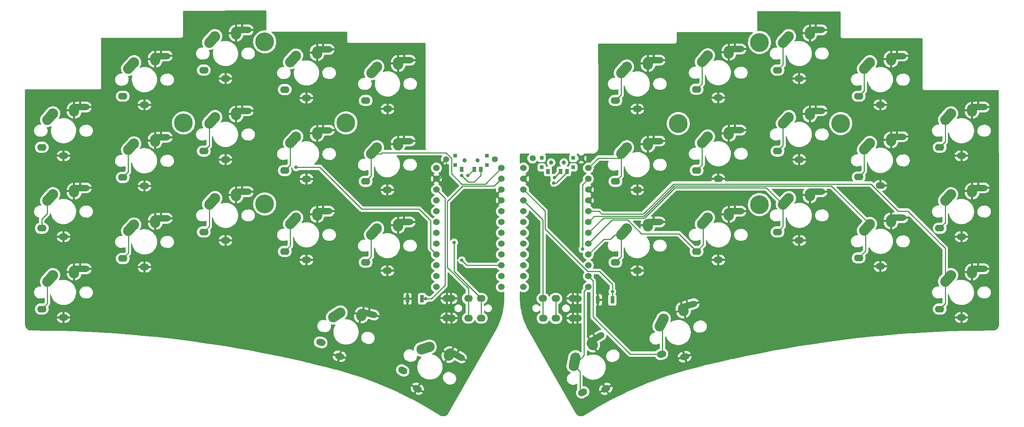
<source format=gbl>
G04 #@! TF.GenerationSoftware,KiCad,Pcbnew,6.0.5*
G04 #@! TF.CreationDate,2022-08-03T13:04:35-04:00*
G04 #@! TF.ProjectId,sweep-high,73776565-702d-4686-9967-682e6b696361,rev?*
G04 #@! TF.SameCoordinates,Original*
G04 #@! TF.FileFunction,Copper,L2,Bot*
G04 #@! TF.FilePolarity,Positive*
%FSLAX46Y46*%
G04 Gerber Fmt 4.6, Leading zero omitted, Abs format (unit mm)*
G04 Created by KiCad (PCBNEW 6.0.5) date 2022-08-03 13:04:35*
%MOMM*%
%LPD*%
G01*
G04 APERTURE LIST*
G04 Aperture macros list*
%AMHorizOval*
0 Thick line with rounded ends*
0 $1 width*
0 $2 $3 position (X,Y) of the first rounded end (center of the circle)*
0 $4 $5 position (X,Y) of the second rounded end (center of the circle)*
0 Add line between two ends*
20,1,$1,$2,$3,$4,$5,0*
0 Add two circle primitives to create the rounded ends*
1,1,$1,$2,$3*
1,1,$1,$4,$5*%
G04 Aperture macros list end*
G04 #@! TA.AperFunction,ComponentPad*
%ADD10C,1.397000*%
G04 #@! TD*
G04 #@! TA.AperFunction,ComponentPad*
%ADD11C,2.400000*%
G04 #@! TD*
G04 #@! TA.AperFunction,ComponentPad*
%ADD12O,2.200000X1.600000*%
G04 #@! TD*
G04 #@! TA.AperFunction,ComponentPad*
%ADD13HorizOval,2.400000X-0.669131X-0.743145X0.669131X0.743145X0*%
G04 #@! TD*
G04 #@! TA.AperFunction,ComponentPad*
%ADD14HorizOval,1.500000X1.449945X0.012653X-1.449945X-0.012653X0*%
G04 #@! TD*
G04 #@! TA.AperFunction,ComponentPad*
%ADD15O,2.200000X1.500000*%
G04 #@! TD*
G04 #@! TA.AperFunction,ComponentPad*
%ADD16O,2.400000X2.950000*%
G04 #@! TD*
G04 #@! TA.AperFunction,ComponentPad*
%ADD17HorizOval,1.600000X0.259808X-0.150000X-0.259808X0.150000X0*%
G04 #@! TD*
G04 #@! TA.AperFunction,ComponentPad*
%ADD18HorizOval,2.400000X-0.951057X-0.309017X0.951057X0.309017X0*%
G04 #@! TD*
G04 #@! TA.AperFunction,ComponentPad*
%ADD19HorizOval,1.500000X0.303109X-0.175000X-0.303109X0.175000X0*%
G04 #@! TD*
G04 #@! TA.AperFunction,ComponentPad*
%ADD20HorizOval,2.400000X-0.137500X-0.238157X0.137500X0.238157X0*%
G04 #@! TD*
G04 #@! TA.AperFunction,ComponentPad*
%ADD21HorizOval,1.500000X1.262016X-0.714014X-1.262016X0.714014X0*%
G04 #@! TD*
G04 #@! TA.AperFunction,ComponentPad*
%ADD22HorizOval,1.600000X0.289778X-0.077646X-0.289778X0.077646X0*%
G04 #@! TD*
G04 #@! TA.AperFunction,ComponentPad*
%ADD23HorizOval,2.400000X-0.838671X-0.544639X0.838671X0.544639X0*%
G04 #@! TD*
G04 #@! TA.AperFunction,ComponentPad*
%ADD24HorizOval,2.400000X-0.071175X-0.265630X0.071175X0.265630X0*%
G04 #@! TD*
G04 #@! TA.AperFunction,ComponentPad*
%ADD25HorizOval,1.500000X0.338074X-0.090587X-0.338074X0.090587X0*%
G04 #@! TD*
G04 #@! TA.AperFunction,ComponentPad*
%ADD26HorizOval,1.500000X1.403814X-0.363051X-1.403814X0.363051X0*%
G04 #@! TD*
G04 #@! TA.AperFunction,ComponentPad*
%ADD27C,4.400000*%
G04 #@! TD*
G04 #@! TA.AperFunction,ComponentPad*
%ADD28C,1.524000*%
G04 #@! TD*
G04 #@! TA.AperFunction,ComponentPad*
%ADD29O,2.000000X1.600000*%
G04 #@! TD*
G04 #@! TA.AperFunction,ComponentPad*
%ADD30HorizOval,1.600000X0.259808X0.150000X-0.259808X-0.150000X0*%
G04 #@! TD*
G04 #@! TA.AperFunction,ComponentPad*
%ADD31HorizOval,2.400000X-0.207912X-0.978148X0.207912X0.978148X0*%
G04 #@! TD*
G04 #@! TA.AperFunction,ComponentPad*
%ADD32HorizOval,2.400000X-0.137500X0.238157X0.137500X-0.238157X0*%
G04 #@! TD*
G04 #@! TA.AperFunction,ComponentPad*
%ADD33HorizOval,1.500000X1.249362X0.735931X-1.249362X-0.735931X0*%
G04 #@! TD*
G04 #@! TA.AperFunction,ComponentPad*
%ADD34HorizOval,1.500000X0.303109X0.175000X-0.303109X-0.175000X0*%
G04 #@! TD*
G04 #@! TA.AperFunction,ComponentPad*
%ADD35HorizOval,1.600000X0.289778X0.077646X-0.289778X-0.077646X0*%
G04 #@! TD*
G04 #@! TA.AperFunction,ComponentPad*
%ADD36HorizOval,2.400000X-0.453990X-0.891007X0.453990X0.891007X0*%
G04 #@! TD*
G04 #@! TA.AperFunction,ComponentPad*
%ADD37HorizOval,2.400000X-0.071175X0.265630X0.071175X-0.265630X0*%
G04 #@! TD*
G04 #@! TA.AperFunction,ComponentPad*
%ADD38HorizOval,1.500000X1.397264X0.387496X-1.397264X-0.387496X0*%
G04 #@! TD*
G04 #@! TA.AperFunction,ComponentPad*
%ADD39HorizOval,1.500000X0.338074X0.090587X-0.338074X-0.090587X0*%
G04 #@! TD*
G04 #@! TA.AperFunction,WasherPad*
%ADD40C,1.000000*%
G04 #@! TD*
G04 #@! TA.AperFunction,SMDPad,CuDef*
%ADD41R,0.900000X0.900000*%
G04 #@! TD*
G04 #@! TA.AperFunction,SMDPad,CuDef*
%ADD42R,0.900000X1.250000*%
G04 #@! TD*
G04 #@! TA.AperFunction,SMDPad,CuDef*
%ADD43R,0.900000X1.700000*%
G04 #@! TD*
G04 #@! TA.AperFunction,ViaPad*
%ADD44C,0.800000*%
G04 #@! TD*
G04 #@! TA.AperFunction,Conductor*
%ADD45C,0.250000*%
G04 #@! TD*
G04 APERTURE END LIST*
D10*
X146190005Y-83736002D03*
X134760005Y-83736002D03*
D11*
X42500000Y-73000000D03*
D12*
X39900000Y-80900000D03*
D13*
X41869131Y-73706855D03*
D14*
X48900042Y-71459599D03*
D15*
X45000000Y-82900000D03*
D16*
X47500000Y-72200000D03*
D12*
X58900000Y-68900000D03*
D13*
X60869131Y-61706855D03*
D11*
X61500000Y-61000000D03*
D16*
X66500000Y-60200000D03*
D15*
X64000000Y-70900000D03*
D14*
X67900042Y-59459599D03*
D13*
X79869131Y-55566855D03*
D12*
X77900000Y-62760000D03*
D11*
X80500000Y-54860000D03*
D15*
X83000000Y-64760000D03*
D14*
X86900042Y-53319599D03*
D16*
X85500000Y-54060000D03*
D11*
X99494000Y-59432000D03*
D13*
X98863131Y-60138855D03*
D12*
X96894000Y-67332000D03*
D15*
X101994000Y-69332000D03*
D16*
X104494000Y-58632000D03*
D14*
X105894042Y-57891599D03*
D11*
X118500000Y-62000000D03*
D13*
X117869131Y-62706855D03*
D12*
X115900000Y-69900000D03*
D15*
X121000000Y-71900000D03*
D14*
X124900042Y-60459599D03*
D16*
X123500000Y-61200000D03*
D12*
X39900000Y-99900000D03*
D11*
X42500000Y-92000000D03*
D13*
X41869131Y-92706855D03*
D15*
X45000000Y-101900000D03*
D14*
X48900042Y-90459599D03*
D16*
X47500000Y-91200000D03*
D13*
X60869131Y-80780855D03*
D11*
X61500000Y-80074000D03*
D12*
X58900000Y-87974000D03*
D14*
X67900042Y-78533599D03*
D15*
X64000000Y-89974000D03*
D16*
X66500000Y-79274000D03*
D12*
X77900000Y-81778000D03*
D13*
X79869131Y-74584855D03*
D11*
X80500000Y-73878000D03*
D14*
X86900042Y-72337599D03*
D16*
X85500000Y-73078000D03*
D15*
X83000000Y-83778000D03*
D13*
X98869131Y-79156855D03*
D12*
X96900000Y-86350000D03*
D11*
X99500000Y-78450000D03*
D15*
X102000000Y-88350000D03*
D14*
X105900042Y-76909599D03*
D16*
X104500000Y-77650000D03*
D11*
X118480000Y-80990000D03*
D12*
X115880000Y-88890000D03*
D13*
X117849131Y-81696855D03*
D14*
X124880042Y-79449599D03*
D15*
X120980000Y-90890000D03*
D16*
X123480000Y-80190000D03*
D11*
X42500000Y-111000000D03*
D13*
X41869131Y-111706855D03*
D12*
X39900000Y-118900000D03*
D15*
X45000000Y-120900000D03*
D16*
X47500000Y-110200000D03*
D14*
X48900042Y-109459599D03*
D12*
X58908000Y-107024000D03*
D11*
X61508000Y-99124000D03*
D13*
X60877131Y-99830855D03*
D15*
X64008000Y-109024000D03*
D14*
X67908042Y-97583599D03*
D16*
X66508000Y-98324000D03*
D11*
X80500000Y-92896000D03*
D13*
X79869131Y-93602855D03*
D12*
X77900000Y-100796000D03*
D16*
X85500000Y-92096000D03*
D14*
X86900042Y-91355599D03*
D15*
X83000000Y-102796000D03*
D11*
X99500000Y-97468000D03*
D12*
X96900000Y-105368000D03*
D13*
X98869131Y-98174855D03*
D14*
X105900042Y-95927599D03*
D15*
X102000000Y-107368000D03*
D16*
X104500000Y-96668000D03*
D17*
X124583270Y-133331499D03*
D18*
X129885160Y-128086618D03*
D11*
X130784936Y-127789898D03*
D19*
X128000000Y-137613550D03*
D20*
X135515064Y-129597078D03*
D21*
X137097736Y-129655893D03*
D22*
X105336384Y-126735134D03*
D11*
X109892462Y-119777249D03*
D23*
X109100141Y-120296738D03*
D24*
X114929146Y-120298604D03*
D25*
X109744968Y-129986962D03*
D26*
X116473113Y-119945789D03*
D27*
X92202000Y-94234000D03*
X92202000Y-56134000D03*
X111252000Y-75184000D03*
X73152000Y-75184000D03*
D13*
X117849131Y-100714855D03*
D11*
X118480000Y-100008000D03*
D12*
X115880000Y-107908000D03*
D15*
X120980000Y-109908000D03*
D14*
X124880042Y-98467599D03*
D16*
X123480000Y-99208000D03*
D28*
X147705400Y-85768000D03*
X147705400Y-88308000D03*
X147705400Y-90848000D03*
X147705400Y-93388000D03*
X147705400Y-95928000D03*
X147705400Y-98468000D03*
X147705400Y-101008000D03*
X147705400Y-103548000D03*
X147705400Y-106088000D03*
X147705400Y-108628000D03*
X147705400Y-111168000D03*
X147705400Y-113708000D03*
X132485400Y-113708000D03*
X132485400Y-111168000D03*
X132485400Y-108628000D03*
X132485400Y-106088000D03*
X132485400Y-103548000D03*
X132485400Y-101008000D03*
X132485400Y-98468000D03*
X132485400Y-95928000D03*
X132485400Y-93388000D03*
X132485400Y-90848000D03*
X132485400Y-88308000D03*
X132485400Y-85768000D03*
D10*
X166459840Y-83482002D03*
X155029840Y-83482002D03*
D27*
X208269840Y-56261000D03*
X189219840Y-75311000D03*
X208269840Y-94361000D03*
X227319840Y-75311000D03*
D29*
X160467840Y-116434000D03*
X160487840Y-121064000D03*
X157487840Y-121064000D03*
X157467840Y-116434000D03*
X165567840Y-121034000D03*
X165587840Y-116464000D03*
X164467840Y-116434000D03*
X164487840Y-121064000D03*
D13*
X195454971Y-79124855D03*
D11*
X196085840Y-78418000D03*
D12*
X193485840Y-86318000D03*
D16*
X201085840Y-77618000D03*
D15*
X198585840Y-88318000D03*
D14*
X202485882Y-76877599D03*
D12*
X250531840Y-118900000D03*
D11*
X253131840Y-111000000D03*
D13*
X252500971Y-111706855D03*
D16*
X258131840Y-110200000D03*
D14*
X259531882Y-109459599D03*
D15*
X255631840Y-120900000D03*
D12*
X212487840Y-100796000D03*
D11*
X215087840Y-92896000D03*
D13*
X214456971Y-93602855D03*
D15*
X217587840Y-102796000D03*
D16*
X220087840Y-92096000D03*
D14*
X221487882Y-91355599D03*
D12*
X193485840Y-105368000D03*
D11*
X196085840Y-97468000D03*
D13*
X195454971Y-98174855D03*
D16*
X201085840Y-96668000D03*
D15*
X198585840Y-107368000D03*
D14*
X202485882Y-95927599D03*
D11*
X196085840Y-59368000D03*
D12*
X193485840Y-67268000D03*
D13*
X195454971Y-60074855D03*
D14*
X202485882Y-57827599D03*
D16*
X201085840Y-58568000D03*
D15*
X198585840Y-69268000D03*
D12*
X231513840Y-68900000D03*
D13*
X233482971Y-61706855D03*
D11*
X234113840Y-61000000D03*
D16*
X239113840Y-60200000D03*
D14*
X240513882Y-59459599D03*
D15*
X236613840Y-70900000D03*
D12*
X212487840Y-62760000D03*
D13*
X214456971Y-55566855D03*
D11*
X215087840Y-54860000D03*
D15*
X217587840Y-64760000D03*
D14*
X221487882Y-53319599D03*
D16*
X220087840Y-54060000D03*
D11*
X234113840Y-79974000D03*
D13*
X233482971Y-80680855D03*
D12*
X231513840Y-87874000D03*
D16*
X239113840Y-79174000D03*
D14*
X240513882Y-78433599D03*
D15*
X236613840Y-89874000D03*
D12*
X212487840Y-81778000D03*
D11*
X215087840Y-73878000D03*
D13*
X214456971Y-74584855D03*
D14*
X221487882Y-72337599D03*
D16*
X220087840Y-73078000D03*
D15*
X217587840Y-83778000D03*
D12*
X231513840Y-106892000D03*
D13*
X233482971Y-99698855D03*
D11*
X234113840Y-98992000D03*
D16*
X239113840Y-98192000D03*
D15*
X236613840Y-108892000D03*
D14*
X240513882Y-97451599D03*
D13*
X176454971Y-81696855D03*
D11*
X177085840Y-80990000D03*
D12*
X174485840Y-88890000D03*
D14*
X183485882Y-79449599D03*
D15*
X179585840Y-90890000D03*
D16*
X182085840Y-80190000D03*
D12*
X250531840Y-99900000D03*
D11*
X253131840Y-92000000D03*
D13*
X252500971Y-92706855D03*
D14*
X259531882Y-90459599D03*
D15*
X255631840Y-101900000D03*
D16*
X258131840Y-91200000D03*
D11*
X253131840Y-73000000D03*
D13*
X252500971Y-73706855D03*
D12*
X250531840Y-80900000D03*
D14*
X259531882Y-71459599D03*
D15*
X255631840Y-82900000D03*
D16*
X258131840Y-72200000D03*
D13*
X176454971Y-62706855D03*
D11*
X177085840Y-62000000D03*
D12*
X174485840Y-69900000D03*
D15*
X179585840Y-71900000D03*
D16*
X182085840Y-61200000D03*
D14*
X183485882Y-60459599D03*
D30*
X166784270Y-138469499D03*
D11*
X165085936Y-130327898D03*
D31*
X164893015Y-131255487D03*
D32*
X169016064Y-127135078D03*
D33*
X169858335Y-125793851D03*
D34*
X172201000Y-137651550D03*
D12*
X174485840Y-107908000D03*
D13*
X176454971Y-100714855D03*
D11*
X177085840Y-100008000D03*
D14*
X183485882Y-98467599D03*
D16*
X182085840Y-99208000D03*
D15*
X179585840Y-109908000D03*
D11*
X185729749Y-121193344D03*
D35*
X185263013Y-129497088D03*
D36*
X185303323Y-122039395D03*
D37*
X190352323Y-119126508D03*
D38*
X191513030Y-118048978D03*
D39*
X190706872Y-130108962D03*
D28*
X168129240Y-85768000D03*
X168129240Y-88308000D03*
X168129240Y-90848000D03*
X168129240Y-93388000D03*
X168129240Y-95928000D03*
X168129240Y-98468000D03*
X168129240Y-101008000D03*
X168129240Y-103548000D03*
X168129240Y-106088000D03*
X168129240Y-108628000D03*
X168129240Y-111168000D03*
X168129240Y-113708000D03*
X152909240Y-113708000D03*
X152909240Y-111168000D03*
X152909240Y-108628000D03*
X152909240Y-106088000D03*
X152909240Y-103548000D03*
X152909240Y-101008000D03*
X152909240Y-98468000D03*
X152909240Y-95928000D03*
X152909240Y-93388000D03*
X152909240Y-90848000D03*
X152909240Y-88308000D03*
X152909240Y-85768000D03*
D29*
X139990000Y-121034000D03*
X139970000Y-116404000D03*
X142990000Y-121034000D03*
X142970000Y-116404000D03*
X134870000Y-121004000D03*
X134890000Y-116434000D03*
X135970000Y-116404000D03*
X135990000Y-121034000D03*
D40*
X142102000Y-83990000D03*
X139102000Y-83990000D03*
D41*
X144302000Y-85090000D03*
X144302000Y-82890000D03*
X136902000Y-82890000D03*
X136902000Y-85090000D03*
D42*
X138352000Y-86065000D03*
X141352000Y-86065000D03*
X142852000Y-86065000D03*
D43*
X125694000Y-116502000D03*
X129094000Y-116502000D03*
D40*
X159371840Y-84498000D03*
X162371840Y-84498000D03*
D41*
X157171840Y-83398000D03*
X157171840Y-85598000D03*
X164571840Y-83398000D03*
X164571840Y-85598000D03*
D42*
X158621840Y-86573000D03*
X161621840Y-86573000D03*
X163121840Y-86573000D03*
D43*
X170347840Y-116756000D03*
X173747840Y-116756000D03*
D44*
X160109840Y-88054000D03*
X136652000Y-103251000D03*
X129934000Y-116502000D03*
X138430000Y-107442000D03*
X99568000Y-85598000D03*
X160020000Y-89281000D03*
X138352000Y-87510000D03*
X139852000Y-87534000D03*
X166713840Y-104818000D03*
X173747840Y-114802000D03*
D45*
X160140840Y-88054000D02*
X161621840Y-86573000D01*
X160109840Y-88054000D02*
X160140840Y-88054000D01*
X133236000Y-88308000D02*
X132485400Y-88308000D01*
X134760000Y-83736000D02*
X134760000Y-86784000D01*
X134760000Y-86784000D02*
X133236000Y-88308000D01*
X157467840Y-121044000D02*
X157487840Y-121064000D01*
X157467840Y-116434000D02*
X157467840Y-121044000D01*
X152909240Y-93388000D02*
X157467840Y-97946600D01*
X157467840Y-97946600D02*
X157467840Y-116434000D01*
X136652000Y-110086000D02*
X142970000Y-116404000D01*
X142970000Y-116404000D02*
X142970000Y-121014000D01*
X142970000Y-121014000D02*
X142990000Y-121034000D01*
X136652000Y-103251000D02*
X136652000Y-110086000D01*
X135014000Y-109083718D02*
X135014000Y-93642000D01*
X139970000Y-121014000D02*
X139990000Y-121034000D01*
X139970000Y-114039718D02*
X135014000Y-109083718D01*
X146028880Y-89984520D02*
X147705400Y-88308000D01*
X139970000Y-116404000D02*
X139970000Y-114039718D01*
X139970000Y-116404000D02*
X139970000Y-121014000D01*
X138671480Y-89984520D02*
X146028880Y-89984520D01*
X135014000Y-93642000D02*
X138671480Y-89984520D01*
X129934000Y-116502000D02*
X129094000Y-116502000D01*
X134493000Y-113309162D02*
X131300162Y-116502000D01*
X131300162Y-116502000D02*
X129934000Y-116502000D01*
X134493000Y-92855600D02*
X134493000Y-113309162D01*
X132485400Y-90848000D02*
X134493000Y-92855600D01*
X139616000Y-108628000D02*
X147705400Y-108628000D01*
X138430000Y-107442000D02*
X139616000Y-108628000D01*
X39900000Y-97759002D02*
X39900000Y-99900000D01*
X131082700Y-98092700D02*
X131082700Y-104685300D01*
X128410000Y-95420000D02*
X131082700Y-98092700D01*
X99568000Y-85598000D02*
X105126000Y-85598000D01*
X105126000Y-85598000D02*
X114948000Y-95420000D01*
X41200000Y-96459002D02*
X39900000Y-97759002D01*
X41200000Y-93450000D02*
X41200000Y-96459002D01*
X131082700Y-104685300D02*
X132485400Y-106088000D01*
X114948000Y-95420000D02*
X128410000Y-95420000D01*
X60200000Y-81524000D02*
X60200000Y-86674000D01*
X60200000Y-86674000D02*
X58900000Y-87974000D01*
X79200000Y-80478000D02*
X77900000Y-81778000D01*
X79200000Y-75328000D02*
X79200000Y-80478000D01*
X98200000Y-85050000D02*
X96900000Y-86350000D01*
X98200000Y-79900000D02*
X98200000Y-85050000D01*
X117180000Y-82440000D02*
X119422998Y-82440000D01*
X119422998Y-82440000D02*
X119697519Y-82165479D01*
X138430000Y-89535000D02*
X143938400Y-89535000D01*
X134704261Y-82165479D02*
X136034609Y-83495827D01*
X136034609Y-83495827D02*
X136034609Y-87139609D01*
X136034609Y-87139609D02*
X138430000Y-89535000D01*
X117180000Y-87590000D02*
X115880000Y-88890000D01*
X119697519Y-82165479D02*
X134704261Y-82165479D01*
X143938400Y-89535000D02*
X147705400Y-85768000D01*
X117180000Y-82440000D02*
X117180000Y-87590000D01*
X41200000Y-117600000D02*
X39900000Y-118900000D01*
X41200000Y-112450000D02*
X41200000Y-117600000D01*
X60208000Y-105724000D02*
X58908000Y-107024000D01*
X60208000Y-100574000D02*
X60208000Y-105724000D01*
X79200000Y-94346000D02*
X79200000Y-99496000D01*
X79200000Y-99496000D02*
X77900000Y-100796000D01*
X98200000Y-104068000D02*
X96900000Y-105368000D01*
X98200000Y-98918000D02*
X98200000Y-104068000D01*
X117180000Y-101458000D02*
X117180000Y-106608000D01*
X117180000Y-106608000D02*
X115880000Y-107908000D01*
X142852000Y-86065000D02*
X142852000Y-87526000D01*
X139927480Y-89085480D02*
X138352000Y-87510000D01*
X160588840Y-89281000D02*
X163121840Y-86748000D01*
X142852000Y-87526000D02*
X141292520Y-89085480D01*
X160020000Y-89281000D02*
X160588840Y-89281000D01*
X163121840Y-86748000D02*
X163121840Y-86573000D01*
X141292520Y-89085480D02*
X139927480Y-89085480D01*
X141352000Y-86065000D02*
X141321000Y-86065000D01*
X141321000Y-86065000D02*
X139852000Y-87534000D01*
X160467840Y-121044000D02*
X160487840Y-121064000D01*
X160467840Y-116434000D02*
X160467840Y-121044000D01*
X166713840Y-104818000D02*
X166713840Y-89723400D01*
X166713840Y-104818000D02*
X166713840Y-104818000D01*
X166713840Y-89723400D02*
X168129240Y-88308000D01*
X167973477Y-110080999D02*
X157917850Y-100025372D01*
X157917850Y-100025372D02*
X157917850Y-95856610D01*
X173747840Y-113122000D02*
X170706839Y-110080999D01*
X173747840Y-114802000D02*
X173747840Y-113122000D01*
X170706839Y-110080999D02*
X167973477Y-110080999D01*
X157917850Y-95856610D02*
X152909240Y-90848000D01*
X173747840Y-116756000D02*
X173747840Y-114802000D01*
X194785840Y-79868000D02*
X194785840Y-85018000D01*
X194785840Y-85018000D02*
X193485840Y-86318000D01*
X175785840Y-87590000D02*
X174485840Y-88890000D01*
X175785840Y-82440000D02*
X175785840Y-87590000D01*
X168129240Y-85768000D02*
X170447240Y-83450000D01*
X170447240Y-83450000D02*
X175775840Y-83450000D01*
X251831840Y-117600000D02*
X250531840Y-118900000D01*
X251831840Y-112450000D02*
X251831840Y-117600000D01*
X171360030Y-96609970D02*
X171359540Y-96610460D01*
X251831840Y-112450000D02*
X251831840Y-104638840D01*
X243078000Y-95885000D02*
X240754547Y-95885000D01*
X188054331Y-89535000D02*
X180979361Y-96609970D01*
X171359540Y-96610460D02*
X171286460Y-96610460D01*
X234404547Y-89535000D02*
X188054331Y-89535000D01*
X180979361Y-96609970D02*
X171360030Y-96609970D01*
X251831840Y-104638840D02*
X243078000Y-95885000D01*
X171286460Y-96610460D02*
X170604000Y-95928000D01*
X240754547Y-95885000D02*
X234404547Y-89535000D01*
X170604000Y-95928000D02*
X168129240Y-95928000D01*
X232813840Y-100442000D02*
X233172000Y-100800160D01*
X169537260Y-97059980D02*
X181165761Y-97059980D01*
X181165761Y-97059980D02*
X188241221Y-89984520D01*
X233172000Y-105233840D02*
X231513840Y-106892000D01*
X233172000Y-100800160D02*
X233172000Y-105233840D01*
X168129240Y-98468000D02*
X169537260Y-97059980D01*
X225106360Y-89984520D02*
X234113840Y-98992000D01*
X188241221Y-89984520D02*
X225106360Y-89984520D01*
X213787840Y-94346000D02*
X213787840Y-99496000D01*
X213787840Y-99496000D02*
X212487840Y-100796000D01*
X186929001Y-91962999D02*
X188457960Y-90434040D01*
X186899152Y-91962999D02*
X186929001Y-91962999D01*
X209875880Y-90434040D02*
X213787840Y-94346000D01*
X168129240Y-101008000D02*
X171627250Y-97509990D01*
X171627250Y-97509990D02*
X181352161Y-97509990D01*
X188457960Y-90434040D02*
X209875880Y-90434040D01*
X181352161Y-97509990D02*
X186899152Y-91962999D01*
X168129240Y-103548000D02*
X173717240Y-97960000D01*
X173717240Y-97960000D02*
X177312879Y-97960000D01*
X177312879Y-97960000D02*
X180585878Y-101232999D01*
X180585878Y-101232999D02*
X189350839Y-101232999D01*
X189350839Y-101232999D02*
X193485840Y-105368000D01*
X195072000Y-103781840D02*
X193485840Y-105368000D01*
X195072000Y-99204160D02*
X195072000Y-103781840D01*
X194785840Y-98918000D02*
X195072000Y-99204160D01*
X174293840Y-101458000D02*
X173283840Y-102468000D01*
X175785840Y-101458000D02*
X174293840Y-101458000D01*
X175785840Y-101458000D02*
X175785840Y-106608000D01*
X175785840Y-106608000D02*
X174485840Y-107908000D01*
X171749240Y-102468000D02*
X173283840Y-102468000D01*
X168129240Y-106088000D02*
X171749240Y-102468000D01*
X169216241Y-120752401D02*
X177960928Y-129497088D01*
X169216241Y-112255001D02*
X169216241Y-120752401D01*
X184849333Y-122930402D02*
X185497458Y-123578527D01*
X177960928Y-129497088D02*
X185263013Y-129497088D01*
X185497458Y-123578527D02*
X185497458Y-129262643D01*
X168129240Y-111168000D02*
X169216241Y-112255001D01*
X185497458Y-129262643D02*
X185263013Y-129497088D01*
X166143432Y-133575124D02*
X166143432Y-137711821D01*
X166143432Y-137711821D02*
X166901110Y-138469499D01*
X164801943Y-132233635D02*
X166143432Y-133575124D01*
X168129240Y-113708000D02*
X167132000Y-114705240D01*
X167132000Y-114705240D02*
X167132000Y-129786738D01*
X167132000Y-129786738D02*
X164685103Y-132233635D01*
X251831840Y-79600000D02*
X250531840Y-80900000D01*
X251831840Y-74450000D02*
X251831840Y-79600000D01*
X232813840Y-67600000D02*
X231513840Y-68900000D01*
X232813840Y-62450000D02*
X232813840Y-67600000D01*
X213787840Y-56310000D02*
X213787840Y-61460000D01*
X213787840Y-61460000D02*
X212487840Y-62760000D01*
X194785840Y-65968000D02*
X193485840Y-67268000D01*
X194785840Y-60818000D02*
X194785840Y-65968000D01*
X175785840Y-63450000D02*
X175785840Y-68600000D01*
X175785840Y-68600000D02*
X174485840Y-69900000D01*
X251831840Y-98600000D02*
X250531840Y-99900000D01*
X251831840Y-93450000D02*
X251831840Y-98600000D01*
X232813840Y-81424000D02*
X232813840Y-86574000D01*
X232813840Y-86574000D02*
X231513840Y-87874000D01*
X213787840Y-80478000D02*
X212487840Y-81778000D01*
X213787840Y-75328000D02*
X213787840Y-80478000D01*
G04 #@! TA.AperFunction,Conductor*
G36*
X227173192Y-48990518D02*
G01*
X227241226Y-49010807D01*
X227287492Y-49064658D01*
X227298659Y-49116517D01*
X227298659Y-54774520D01*
X227298657Y-54775290D01*
X227298183Y-54852864D01*
X227300650Y-54861495D01*
X227306309Y-54881296D01*
X227309887Y-54898058D01*
X227314079Y-54927330D01*
X227317793Y-54935498D01*
X227317793Y-54935499D01*
X227324707Y-54950705D01*
X227331155Y-54968229D01*
X227338210Y-54992914D01*
X227343002Y-55000508D01*
X227343003Y-55000511D01*
X227353989Y-55017923D01*
X227362128Y-55033006D01*
X227374367Y-55059925D01*
X227380228Y-55066727D01*
X227391129Y-55079378D01*
X227402232Y-55094382D01*
X227415935Y-55116101D01*
X227422660Y-55122040D01*
X227422663Y-55122044D01*
X227438097Y-55135675D01*
X227450141Y-55147867D01*
X227463586Y-55163470D01*
X227463589Y-55163472D01*
X227469446Y-55170270D01*
X227476975Y-55175150D01*
X227476976Y-55175151D01*
X227490994Y-55184237D01*
X227505868Y-55195528D01*
X227518376Y-55206574D01*
X227525110Y-55212521D01*
X227551870Y-55225085D01*
X227566850Y-55233406D01*
X227584142Y-55244614D01*
X227584147Y-55244616D01*
X227591674Y-55249495D01*
X227600267Y-55252065D01*
X227600272Y-55252067D01*
X227616279Y-55256854D01*
X227633723Y-55263515D01*
X227648835Y-55270610D01*
X227648837Y-55270611D01*
X227656959Y-55274424D01*
X227665826Y-55275805D01*
X227665827Y-55275805D01*
X227675469Y-55277306D01*
X227686176Y-55278973D01*
X227702891Y-55282756D01*
X227722625Y-55288658D01*
X227722631Y-55288659D01*
X227731225Y-55291229D01*
X227740196Y-55291284D01*
X227740197Y-55291284D01*
X227750256Y-55291345D01*
X227765665Y-55291439D01*
X227766448Y-55291472D01*
X227767545Y-55291643D01*
X227798536Y-55291643D01*
X227799306Y-55291645D01*
X227872944Y-55292095D01*
X227872945Y-55292095D01*
X227876880Y-55292119D01*
X227878224Y-55291735D01*
X227879569Y-55291643D01*
X246376545Y-55291643D01*
X246444666Y-55311645D01*
X246491159Y-55365301D01*
X246502545Y-55417643D01*
X246502545Y-66939051D01*
X246502543Y-66939821D01*
X246502069Y-67017395D01*
X246504536Y-67026026D01*
X246510195Y-67045827D01*
X246513773Y-67062589D01*
X246517965Y-67091861D01*
X246521679Y-67100029D01*
X246521679Y-67100030D01*
X246528593Y-67115236D01*
X246535041Y-67132760D01*
X246542096Y-67157445D01*
X246546888Y-67165039D01*
X246546889Y-67165042D01*
X246557875Y-67182454D01*
X246566014Y-67197537D01*
X246578253Y-67224456D01*
X246584114Y-67231258D01*
X246595015Y-67243909D01*
X246606118Y-67258913D01*
X246619821Y-67280632D01*
X246626546Y-67286571D01*
X246626549Y-67286575D01*
X246641983Y-67300206D01*
X246654027Y-67312398D01*
X246667472Y-67328001D01*
X246667475Y-67328003D01*
X246673332Y-67334801D01*
X246680861Y-67339681D01*
X246680862Y-67339682D01*
X246694880Y-67348768D01*
X246709754Y-67360059D01*
X246722262Y-67371105D01*
X246728996Y-67377052D01*
X246755756Y-67389616D01*
X246770736Y-67397937D01*
X246788028Y-67409145D01*
X246788033Y-67409147D01*
X246795560Y-67414026D01*
X246804153Y-67416596D01*
X246804158Y-67416598D01*
X246820165Y-67421385D01*
X246837609Y-67428046D01*
X246852721Y-67435141D01*
X246852723Y-67435142D01*
X246860845Y-67438955D01*
X246869712Y-67440336D01*
X246869713Y-67440336D01*
X246879355Y-67441837D01*
X246890062Y-67443504D01*
X246906777Y-67447287D01*
X246926511Y-67453189D01*
X246926517Y-67453190D01*
X246935111Y-67455760D01*
X246944082Y-67455815D01*
X246944083Y-67455815D01*
X246954142Y-67455876D01*
X246969551Y-67455970D01*
X246970334Y-67456003D01*
X246971431Y-67456174D01*
X247002422Y-67456174D01*
X247003192Y-67456176D01*
X247076830Y-67456626D01*
X247076831Y-67456626D01*
X247080766Y-67456650D01*
X247082110Y-67456266D01*
X247083455Y-67456174D01*
X264276865Y-67456174D01*
X264344986Y-67476176D01*
X264391479Y-67529832D01*
X264402865Y-67581971D01*
X264450015Y-96872274D01*
X264491218Y-122468244D01*
X264491241Y-122482810D01*
X264488986Y-122506742D01*
X264486682Y-122518759D01*
X264488042Y-122533023D01*
X264487812Y-122559139D01*
X264466713Y-122745642D01*
X264463017Y-122764826D01*
X264449455Y-122814221D01*
X264406876Y-122969290D01*
X264400252Y-122987686D01*
X264313156Y-123180997D01*
X264303766Y-123198145D01*
X264187812Y-123375659D01*
X264175881Y-123391150D01*
X264061161Y-123518323D01*
X264033869Y-123548577D01*
X264019689Y-123562033D01*
X263961024Y-123609620D01*
X263855015Y-123695610D01*
X263838920Y-123706711D01*
X263655585Y-123813191D01*
X263637967Y-123821670D01*
X263440349Y-123898511D01*
X263421633Y-123904161D01*
X263354350Y-123918891D01*
X263214512Y-123949505D01*
X263195152Y-123952191D01*
X263130483Y-123956088D01*
X263015002Y-123963047D01*
X262997908Y-123962091D01*
X262997904Y-123962216D01*
X262988929Y-123961949D01*
X262980087Y-123960414D01*
X262971169Y-123961422D01*
X262971166Y-123961422D01*
X262942123Y-123964705D01*
X262928277Y-123965503D01*
X262742310Y-123965945D01*
X262721235Y-123964219D01*
X262701882Y-123960983D01*
X262697019Y-123960928D01*
X262697015Y-123960928D01*
X262695652Y-123960913D01*
X262689330Y-123960842D01*
X262685606Y-123961379D01*
X262681004Y-123961547D01*
X259466659Y-123983079D01*
X259466582Y-123983080D01*
X259466285Y-123983082D01*
X259465905Y-123983089D01*
X259465896Y-123983089D01*
X258878935Y-123993720D01*
X256243696Y-124041450D01*
X253316065Y-124127904D01*
X253022422Y-124136575D01*
X253022416Y-124136575D01*
X253021983Y-124136588D01*
X249801566Y-124268484D01*
X249801147Y-124268506D01*
X249801146Y-124268506D01*
X246583278Y-124437098D01*
X246583236Y-124437100D01*
X246582863Y-124437120D01*
X244406071Y-124576092D01*
X243366700Y-124642448D01*
X243366686Y-124642449D01*
X243366294Y-124642474D01*
X243365929Y-124642502D01*
X243365864Y-124642506D01*
X240152630Y-124884493D01*
X240152570Y-124884498D01*
X240152277Y-124884520D01*
X236941233Y-125163226D01*
X236940976Y-125163251D01*
X236940946Y-125163254D01*
X235394106Y-125315317D01*
X233733577Y-125478556D01*
X233733222Y-125478595D01*
X233733193Y-125478598D01*
X230529971Y-125830442D01*
X230529908Y-125830449D01*
X230529729Y-125830469D01*
X227330105Y-126218919D01*
X225583879Y-126451169D01*
X224135458Y-126643810D01*
X224135413Y-126643816D01*
X224135122Y-126643855D01*
X220945196Y-127105222D01*
X220944877Y-127105272D01*
X220944856Y-127105275D01*
X217844926Y-127589802D01*
X217760743Y-127602960D01*
X217760347Y-127603027D01*
X217760338Y-127603028D01*
X214582568Y-128136939D01*
X214582521Y-128136947D01*
X214582177Y-128137005D01*
X213089391Y-128405364D01*
X211410215Y-128707230D01*
X211410151Y-128707242D01*
X211409911Y-128707285D01*
X211409703Y-128707325D01*
X211409632Y-128707338D01*
X210043984Y-128968964D01*
X208244360Y-129313729D01*
X208244028Y-129313797D01*
X208243985Y-129313805D01*
X207010781Y-129564679D01*
X205085936Y-129956255D01*
X202598767Y-130491853D01*
X202037202Y-130612783D01*
X201935049Y-130634781D01*
X201934691Y-130634862D01*
X201934661Y-130634869D01*
X200559778Y-130947401D01*
X198792110Y-131349219D01*
X197609113Y-131632367D01*
X195657941Y-132099376D01*
X195657916Y-132099382D01*
X195657528Y-132099475D01*
X195657157Y-132099568D01*
X195657097Y-132099583D01*
X194147374Y-132479198D01*
X192551642Y-132880439D01*
X192546406Y-132881522D01*
X192544458Y-132881686D01*
X192543797Y-132881847D01*
X192543746Y-132881851D01*
X192538456Y-132883145D01*
X192538272Y-132883190D01*
X192536366Y-132883653D01*
X192536364Y-132883654D01*
X192532260Y-132884651D01*
X192532208Y-132884673D01*
X192531552Y-132884833D01*
X192527040Y-132886710D01*
X192525618Y-132887176D01*
X192518832Y-132889190D01*
X192487084Y-132897654D01*
X190858987Y-133331678D01*
X190858969Y-133331683D01*
X190858380Y-133331840D01*
X190857845Y-133331994D01*
X190857809Y-133332004D01*
X189193993Y-133811035D01*
X189193962Y-133811044D01*
X189193435Y-133811196D01*
X189192854Y-133811376D01*
X189192840Y-133811380D01*
X188589968Y-133997958D01*
X187538309Y-134323427D01*
X187531150Y-134325799D01*
X185894239Y-134868140D01*
X185894194Y-134868155D01*
X185893652Y-134868335D01*
X185193629Y-135115755D01*
X184274118Y-135440752D01*
X184260107Y-135445704D01*
X184259560Y-135445910D01*
X184259537Y-135445918D01*
X183225551Y-135834577D01*
X182638317Y-136055309D01*
X182159870Y-136246046D01*
X181029522Y-136696668D01*
X181029487Y-136696683D01*
X181028916Y-136696910D01*
X181028336Y-136697155D01*
X181028301Y-136697169D01*
X180480283Y-136928321D01*
X179432537Y-137370256D01*
X177849804Y-138075083D01*
X177419424Y-138277047D01*
X176281970Y-138810818D01*
X176281942Y-138810832D01*
X176281340Y-138811114D01*
X174727758Y-139578061D01*
X173189669Y-140375622D01*
X171667676Y-141203486D01*
X171667195Y-141203760D01*
X171667188Y-141203764D01*
X171537668Y-141277575D01*
X170162375Y-142061327D01*
X168674356Y-142948809D01*
X167276144Y-143820722D01*
X167224719Y-143852790D01*
X167217858Y-143856699D01*
X167214369Y-143858178D01*
X167205757Y-143863522D01*
X167205602Y-143863591D01*
X167205486Y-143863689D01*
X167203703Y-143864796D01*
X167200018Y-143867962D01*
X167200015Y-143867964D01*
X167193277Y-143873753D01*
X167171954Y-143888548D01*
X167165698Y-143891994D01*
X167027569Y-143968066D01*
X167011123Y-143975638D01*
X166831988Y-144042980D01*
X166814625Y-144048118D01*
X166750558Y-144062160D01*
X166627667Y-144089093D01*
X166609759Y-144091686D01*
X166418866Y-144105440D01*
X166400765Y-144105440D01*
X166283748Y-144097012D01*
X166209877Y-144091691D01*
X166191957Y-144089096D01*
X166146718Y-144079182D01*
X166005014Y-144048128D01*
X165987659Y-144042995D01*
X165808502Y-143975650D01*
X165792057Y-143968078D01*
X165653901Y-143891994D01*
X165624413Y-143875754D01*
X165609229Y-143865907D01*
X165532888Y-143808208D01*
X165456551Y-143750510D01*
X165442928Y-143738583D01*
X165308367Y-143602493D01*
X165296594Y-143588736D01*
X165251464Y-143527603D01*
X165202313Y-143461024D01*
X165192972Y-143444810D01*
X165188900Y-143438195D01*
X165185326Y-143429962D01*
X165174433Y-143416872D01*
X165161809Y-143398654D01*
X153755850Y-123379209D01*
X153750139Y-123366136D01*
X153750106Y-123366152D01*
X153746215Y-123358060D01*
X153743511Y-123349502D01*
X153729357Y-123328386D01*
X153719905Y-123311653D01*
X153709789Y-123290043D01*
X153658740Y-123180997D01*
X153425078Y-122681869D01*
X153422778Y-122676649D01*
X153143283Y-122001630D01*
X153141220Y-121996312D01*
X152892538Y-121309273D01*
X152890719Y-121303867D01*
X152722632Y-120764346D01*
X152673395Y-120606309D01*
X152671825Y-120600836D01*
X152663211Y-120568023D01*
X152545324Y-120118999D01*
X152486290Y-119894139D01*
X152484967Y-119888590D01*
X152413133Y-119553983D01*
X152331606Y-119174227D01*
X152330539Y-119168645D01*
X152324768Y-119134237D01*
X152233707Y-118591391D01*
X152209665Y-118448070D01*
X152208849Y-118442425D01*
X152120712Y-117717132D01*
X152120152Y-117711455D01*
X152079322Y-117172789D01*
X152064929Y-116982893D01*
X152064627Y-116977205D01*
X152062952Y-116922068D01*
X152050050Y-116497525D01*
X152043734Y-116289694D01*
X152045030Y-116267448D01*
X152046251Y-116259184D01*
X152046251Y-116259182D01*
X152047564Y-116250298D01*
X152046067Y-116239497D01*
X152043745Y-116222751D01*
X152042552Y-116204848D01*
X152048776Y-114897934D01*
X152069103Y-114829909D01*
X152122979Y-114783672D01*
X152193300Y-114773903D01*
X152247046Y-114795321D01*
X152256585Y-114802000D01*
X152271563Y-114812488D01*
X152276545Y-114814811D01*
X152276550Y-114814814D01*
X152455740Y-114898371D01*
X152473044Y-114906440D01*
X152478352Y-114907862D01*
X152478354Y-114907863D01*
X152544189Y-114925503D01*
X152687777Y-114963978D01*
X152909240Y-114983353D01*
X153130703Y-114963978D01*
X153274291Y-114925503D01*
X153340126Y-114907863D01*
X153340128Y-114907862D01*
X153345436Y-114906440D01*
X153362740Y-114898371D01*
X153541930Y-114814814D01*
X153541935Y-114814811D01*
X153546917Y-114812488D01*
X153665863Y-114729201D01*
X153724510Y-114688136D01*
X153724513Y-114688134D01*
X153729021Y-114684977D01*
X153886217Y-114527781D01*
X153891792Y-114519820D01*
X154010571Y-114350185D01*
X154010572Y-114350183D01*
X154013728Y-114345676D01*
X154016051Y-114340694D01*
X154016054Y-114340689D01*
X154105357Y-114149178D01*
X154105358Y-114149177D01*
X154107680Y-114144196D01*
X154117625Y-114107083D01*
X154143513Y-114010467D01*
X154165218Y-113929463D01*
X154184593Y-113708000D01*
X154165218Y-113486537D01*
X154107680Y-113271804D01*
X154070440Y-113191942D01*
X154016054Y-113075311D01*
X154016051Y-113075306D01*
X154013728Y-113070324D01*
X153971093Y-113009435D01*
X153889376Y-112892730D01*
X153889374Y-112892727D01*
X153886217Y-112888219D01*
X153729021Y-112731023D01*
X153724513Y-112727866D01*
X153724510Y-112727864D01*
X153574407Y-112622761D01*
X153546917Y-112603512D01*
X153541935Y-112601189D01*
X153541930Y-112601186D01*
X153436867Y-112552195D01*
X153383582Y-112505278D01*
X153364121Y-112437001D01*
X153384663Y-112369041D01*
X153436867Y-112323805D01*
X153541930Y-112274814D01*
X153541935Y-112274811D01*
X153546917Y-112272488D01*
X153703229Y-112163037D01*
X153724510Y-112148136D01*
X153724513Y-112148134D01*
X153729021Y-112144977D01*
X153886217Y-111987781D01*
X153890160Y-111982151D01*
X154010571Y-111810185D01*
X154010572Y-111810183D01*
X154013728Y-111805676D01*
X154016051Y-111800694D01*
X154016054Y-111800689D01*
X154105357Y-111609178D01*
X154105358Y-111609177D01*
X154107680Y-111604196D01*
X154165218Y-111389463D01*
X154184593Y-111168000D01*
X154165218Y-110946537D01*
X154117037Y-110766724D01*
X154109103Y-110737114D01*
X154109102Y-110737112D01*
X154107680Y-110731804D01*
X154099465Y-110714186D01*
X154016054Y-110535311D01*
X154016051Y-110535306D01*
X154013728Y-110530324D01*
X153963419Y-110458475D01*
X153889376Y-110352730D01*
X153889374Y-110352727D01*
X153886217Y-110348219D01*
X153729021Y-110191023D01*
X153724513Y-110187866D01*
X153724510Y-110187864D01*
X153633280Y-110123984D01*
X153546917Y-110063512D01*
X153541935Y-110061189D01*
X153541930Y-110061186D01*
X153436867Y-110012195D01*
X153383582Y-109965278D01*
X153364121Y-109897001D01*
X153384663Y-109829041D01*
X153436867Y-109783805D01*
X153541930Y-109734814D01*
X153541935Y-109734811D01*
X153546917Y-109732488D01*
X153661396Y-109652329D01*
X153724510Y-109608136D01*
X153724513Y-109608134D01*
X153729021Y-109604977D01*
X153886217Y-109447781D01*
X153889720Y-109442779D01*
X154010571Y-109270185D01*
X154010572Y-109270183D01*
X154013728Y-109265676D01*
X154016051Y-109260694D01*
X154016054Y-109260689D01*
X154105357Y-109069178D01*
X154105358Y-109069177D01*
X154107680Y-109064196D01*
X154109475Y-109057499D01*
X154163794Y-108854776D01*
X154165218Y-108849463D01*
X154184593Y-108628000D01*
X154165218Y-108406537D01*
X154115766Y-108221981D01*
X154109103Y-108197114D01*
X154109102Y-108197112D01*
X154107680Y-108191804D01*
X154104984Y-108186022D01*
X154016054Y-107995311D01*
X154016051Y-107995306D01*
X154013728Y-107990324D01*
X154010571Y-107985815D01*
X153889376Y-107812730D01*
X153889374Y-107812727D01*
X153886217Y-107808219D01*
X153729021Y-107651023D01*
X153724513Y-107647866D01*
X153724510Y-107647864D01*
X153617620Y-107573019D01*
X153546917Y-107523512D01*
X153541935Y-107521189D01*
X153541930Y-107521186D01*
X153449799Y-107478225D01*
X153436867Y-107472195D01*
X153383582Y-107425278D01*
X153364121Y-107357001D01*
X153384663Y-107289041D01*
X153436867Y-107243805D01*
X153541930Y-107194814D01*
X153541935Y-107194811D01*
X153546917Y-107192488D01*
X153662355Y-107111657D01*
X153724510Y-107068136D01*
X153724513Y-107068134D01*
X153729021Y-107064977D01*
X153886217Y-106907781D01*
X153892616Y-106898643D01*
X154010571Y-106730185D01*
X154010572Y-106730183D01*
X154013728Y-106725676D01*
X154016051Y-106720694D01*
X154016054Y-106720689D01*
X154105357Y-106529178D01*
X154105358Y-106529177D01*
X154107680Y-106524196D01*
X154109475Y-106517499D01*
X154148916Y-106370301D01*
X154165218Y-106309463D01*
X154184593Y-106088000D01*
X154165218Y-105866537D01*
X154107680Y-105651804D01*
X154102825Y-105641393D01*
X154016054Y-105455311D01*
X154016051Y-105455306D01*
X154013728Y-105450324D01*
X153985192Y-105409570D01*
X153889376Y-105272730D01*
X153889374Y-105272727D01*
X153886217Y-105268219D01*
X153729021Y-105111023D01*
X153724513Y-105107866D01*
X153724510Y-105107864D01*
X153628187Y-105040418D01*
X153546917Y-104983512D01*
X153541935Y-104981189D01*
X153541930Y-104981186D01*
X153436867Y-104932195D01*
X153383582Y-104885278D01*
X153364121Y-104817001D01*
X153384663Y-104749041D01*
X153436867Y-104703805D01*
X153447320Y-104698931D01*
X153464319Y-104691004D01*
X153541930Y-104654814D01*
X153541935Y-104654811D01*
X153546917Y-104652488D01*
X153709066Y-104538950D01*
X153724510Y-104528136D01*
X153724513Y-104528134D01*
X153729021Y-104524977D01*
X153886217Y-104367781D01*
X153890493Y-104361675D01*
X154010571Y-104190185D01*
X154010572Y-104190183D01*
X154013728Y-104185676D01*
X154016051Y-104180694D01*
X154016054Y-104180689D01*
X154105357Y-103989178D01*
X154105358Y-103989177D01*
X154107680Y-103984196D01*
X154109187Y-103978574D01*
X154134554Y-103883901D01*
X154165218Y-103769463D01*
X154184593Y-103548000D01*
X154165218Y-103326537D01*
X154107680Y-103111804D01*
X154088805Y-103071326D01*
X154016054Y-102915311D01*
X154016051Y-102915306D01*
X154013728Y-102910324D01*
X154000684Y-102891695D01*
X153889376Y-102732730D01*
X153889374Y-102732727D01*
X153886217Y-102728219D01*
X153729021Y-102571023D01*
X153724513Y-102567866D01*
X153724510Y-102567864D01*
X153621116Y-102495467D01*
X153546917Y-102443512D01*
X153541935Y-102441189D01*
X153541930Y-102441186D01*
X153436867Y-102392195D01*
X153383582Y-102345278D01*
X153364121Y-102277001D01*
X153384663Y-102209041D01*
X153436867Y-102163805D01*
X153445317Y-102159865D01*
X153457894Y-102154000D01*
X153541930Y-102114814D01*
X153541935Y-102114811D01*
X153546917Y-102112488D01*
X153675670Y-102022334D01*
X153724510Y-101988136D01*
X153724513Y-101988134D01*
X153729021Y-101984977D01*
X153886217Y-101827781D01*
X153901919Y-101805357D01*
X154010571Y-101650185D01*
X154010572Y-101650183D01*
X154013728Y-101645676D01*
X154016051Y-101640694D01*
X154016054Y-101640689D01*
X154105357Y-101449178D01*
X154105358Y-101449177D01*
X154107680Y-101444196D01*
X154111989Y-101428117D01*
X154147463Y-101295726D01*
X154165218Y-101229463D01*
X154184593Y-101008000D01*
X154165218Y-100786537D01*
X154114685Y-100597948D01*
X154109103Y-100577114D01*
X154109102Y-100577112D01*
X154107680Y-100571804D01*
X154085813Y-100524910D01*
X154016054Y-100375311D01*
X154016051Y-100375306D01*
X154013728Y-100370324D01*
X154002685Y-100354553D01*
X153889376Y-100192730D01*
X153889374Y-100192727D01*
X153886217Y-100188219D01*
X153729021Y-100031023D01*
X153724513Y-100027866D01*
X153724510Y-100027864D01*
X153601906Y-99942016D01*
X153546917Y-99903512D01*
X153541935Y-99901189D01*
X153541930Y-99901186D01*
X153441276Y-99854251D01*
X153436867Y-99852195D01*
X153383582Y-99805278D01*
X153364121Y-99737001D01*
X153384663Y-99669041D01*
X153436867Y-99623805D01*
X153541930Y-99574814D01*
X153541935Y-99574811D01*
X153546917Y-99572488D01*
X153676427Y-99481804D01*
X153724510Y-99448136D01*
X153724513Y-99448134D01*
X153729021Y-99444977D01*
X153886217Y-99287781D01*
X153906102Y-99259383D01*
X154010571Y-99110185D01*
X154010572Y-99110183D01*
X154013728Y-99105676D01*
X154016051Y-99100694D01*
X154016054Y-99100689D01*
X154105357Y-98909178D01*
X154105358Y-98909177D01*
X154107680Y-98904196D01*
X154114666Y-98878126D01*
X154135060Y-98802012D01*
X154165218Y-98689463D01*
X154184593Y-98468000D01*
X154165218Y-98246537D01*
X154123369Y-98090355D01*
X154109103Y-98037114D01*
X154109102Y-98037112D01*
X154107680Y-98031804D01*
X154102831Y-98021406D01*
X154016054Y-97835311D01*
X154016051Y-97835306D01*
X154013728Y-97830324D01*
X154006008Y-97819299D01*
X153889376Y-97652730D01*
X153889374Y-97652727D01*
X153886217Y-97648219D01*
X153729021Y-97491023D01*
X153724513Y-97487866D01*
X153724510Y-97487864D01*
X153645565Y-97432586D01*
X153546917Y-97363512D01*
X153541935Y-97361189D01*
X153541930Y-97361186D01*
X153445068Y-97316019D01*
X153436867Y-97312195D01*
X153383582Y-97265278D01*
X153364121Y-97197001D01*
X153384663Y-97129041D01*
X153436867Y-97083805D01*
X153541930Y-97034814D01*
X153541935Y-97034811D01*
X153546917Y-97032488D01*
X153663291Y-96951002D01*
X153724510Y-96908136D01*
X153724513Y-96908134D01*
X153729021Y-96904977D01*
X153886217Y-96747781D01*
X153903061Y-96723726D01*
X154010571Y-96570185D01*
X154010572Y-96570183D01*
X154013728Y-96565676D01*
X154016051Y-96560694D01*
X154016054Y-96560689D01*
X154105357Y-96369178D01*
X154105358Y-96369177D01*
X154107680Y-96364196D01*
X154109112Y-96358854D01*
X154135779Y-96259329D01*
X154165218Y-96149463D01*
X154184593Y-95928000D01*
X154180972Y-95886614D01*
X154179411Y-95868767D01*
X154193401Y-95799162D01*
X154242800Y-95748170D01*
X154311926Y-95731980D01*
X154378831Y-95755733D01*
X154394026Y-95768690D01*
X155598747Y-96973412D01*
X156797435Y-98172100D01*
X156831461Y-98234412D01*
X156834340Y-98261195D01*
X156834340Y-115112104D01*
X156814338Y-115180225D01*
X156761589Y-115226299D01*
X156616082Y-115294149D01*
X156616079Y-115294151D01*
X156611091Y-115296477D01*
X156549784Y-115339405D01*
X156428051Y-115424643D01*
X156428048Y-115424645D01*
X156423540Y-115427802D01*
X156261642Y-115589700D01*
X156258485Y-115594208D01*
X156258483Y-115594211D01*
X156217943Y-115652109D01*
X156130317Y-115777251D01*
X156127994Y-115782233D01*
X156127991Y-115782238D01*
X156035879Y-115979775D01*
X156033556Y-115984757D01*
X156032134Y-115990065D01*
X156032133Y-115990067D01*
X155982152Y-116176599D01*
X155974297Y-116205913D01*
X155954342Y-116434000D01*
X155974297Y-116662087D01*
X155975721Y-116667400D01*
X155975721Y-116667402D01*
X156024095Y-116847933D01*
X156033556Y-116883243D01*
X156035879Y-116888224D01*
X156035879Y-116888225D01*
X156127991Y-117085762D01*
X156127994Y-117085767D01*
X156130317Y-117090749D01*
X156173829Y-117152890D01*
X156240636Y-117248300D01*
X156261642Y-117278300D01*
X156423540Y-117440198D01*
X156428048Y-117443355D01*
X156428051Y-117443357D01*
X156485054Y-117483271D01*
X156611091Y-117571523D01*
X156616076Y-117573847D01*
X156616082Y-117573851D01*
X156761589Y-117641701D01*
X156814875Y-117688618D01*
X156834340Y-117755896D01*
X156834340Y-118130853D01*
X156814338Y-118198974D01*
X156760682Y-118245467D01*
X156690408Y-118255571D01*
X156625828Y-118226077D01*
X156606404Y-118204914D01*
X156605747Y-118204009D01*
X156572595Y-118158380D01*
X156550589Y-118128091D01*
X156550587Y-118128089D01*
X156546706Y-118122747D01*
X156537137Y-118114131D01*
X156409692Y-117999379D01*
X156409691Y-117999378D01*
X156404784Y-117994960D01*
X156239396Y-117899473D01*
X156057768Y-117840458D01*
X156051207Y-117839768D01*
X156051205Y-117839768D01*
X155997951Y-117834171D01*
X155915450Y-117825500D01*
X155820230Y-117825500D01*
X155737729Y-117834171D01*
X155684475Y-117839768D01*
X155684473Y-117839768D01*
X155677912Y-117840458D01*
X155496284Y-117899473D01*
X155330896Y-117994960D01*
X155325989Y-117999378D01*
X155325988Y-117999379D01*
X155198543Y-118114131D01*
X155188974Y-118122747D01*
X155076722Y-118277248D01*
X155074038Y-118283276D01*
X155074037Y-118283278D01*
X155009777Y-118427609D01*
X154999046Y-118451712D01*
X154981781Y-118532936D01*
X154966470Y-118604971D01*
X154959340Y-118638513D01*
X154959340Y-118829487D01*
X154960712Y-118835939D01*
X154960712Y-118835944D01*
X154974255Y-118899655D01*
X154999046Y-119016288D01*
X155001731Y-119022318D01*
X155001731Y-119022319D01*
X155069374Y-119174247D01*
X155076722Y-119190752D01*
X155080602Y-119196093D01*
X155080603Y-119196094D01*
X155093900Y-119214396D01*
X155188974Y-119345253D01*
X155193884Y-119349674D01*
X155193885Y-119349675D01*
X155310962Y-119455091D01*
X155330896Y-119473040D01*
X155346772Y-119482206D01*
X155465085Y-119550514D01*
X155496284Y-119568527D01*
X155677912Y-119627542D01*
X155684473Y-119628232D01*
X155684475Y-119628232D01*
X155737729Y-119633829D01*
X155820230Y-119642500D01*
X155915450Y-119642500D01*
X155997951Y-119633829D01*
X156051205Y-119628232D01*
X156051207Y-119628232D01*
X156057768Y-119627542D01*
X156239396Y-119568527D01*
X156270596Y-119550514D01*
X156388908Y-119482206D01*
X156404784Y-119473040D01*
X156424719Y-119455091D01*
X156541795Y-119349675D01*
X156541796Y-119349674D01*
X156546706Y-119345253D01*
X156550590Y-119339908D01*
X156606404Y-119263086D01*
X156662626Y-119219732D01*
X156733363Y-119213657D01*
X156796154Y-119246789D01*
X156831066Y-119308609D01*
X156834340Y-119337147D01*
X156834340Y-119751430D01*
X156814338Y-119819551D01*
X156761589Y-119865625D01*
X156636082Y-119924149D01*
X156636076Y-119924152D01*
X156631091Y-119926477D01*
X156547123Y-119985272D01*
X156448051Y-120054643D01*
X156448048Y-120054645D01*
X156443540Y-120057802D01*
X156281642Y-120219700D01*
X156150317Y-120407251D01*
X156147994Y-120412233D01*
X156147991Y-120412238D01*
X156077692Y-120562997D01*
X156053556Y-120614757D01*
X156052134Y-120620065D01*
X156052133Y-120620067D01*
X156001688Y-120808329D01*
X155994297Y-120835913D01*
X155974342Y-121064000D01*
X155994297Y-121292087D01*
X155995721Y-121297400D01*
X155995721Y-121297402D01*
X156049676Y-121498761D01*
X156053556Y-121513243D01*
X156055879Y-121518224D01*
X156055879Y-121518225D01*
X156147991Y-121715762D01*
X156147994Y-121715767D01*
X156150317Y-121720749D01*
X156219026Y-121818876D01*
X156260636Y-121878300D01*
X156281642Y-121908300D01*
X156443540Y-122070198D01*
X156448048Y-122073355D01*
X156448051Y-122073357D01*
X156500833Y-122110315D01*
X156631091Y-122201523D01*
X156636073Y-122203846D01*
X156636078Y-122203849D01*
X156832897Y-122295626D01*
X156838597Y-122298284D01*
X156843905Y-122299706D01*
X156843907Y-122299707D01*
X157054438Y-122356119D01*
X157054440Y-122356119D01*
X157059753Y-122357543D01*
X157157960Y-122366135D01*
X157227989Y-122372262D01*
X157227996Y-122372262D01*
X157230713Y-122372500D01*
X157744967Y-122372500D01*
X157747684Y-122372262D01*
X157747691Y-122372262D01*
X157817720Y-122366135D01*
X157915927Y-122357543D01*
X157921240Y-122356119D01*
X157921242Y-122356119D01*
X158131773Y-122299707D01*
X158131775Y-122299706D01*
X158137083Y-122298284D01*
X158142783Y-122295626D01*
X158339602Y-122203849D01*
X158339607Y-122203846D01*
X158344589Y-122201523D01*
X158474847Y-122110315D01*
X158527629Y-122073357D01*
X158527632Y-122073355D01*
X158532140Y-122070198D01*
X158694038Y-121908300D01*
X158715045Y-121878300D01*
X158756654Y-121818876D01*
X158825363Y-121720749D01*
X158873645Y-121617207D01*
X158920562Y-121563922D01*
X158988839Y-121544461D01*
X159056799Y-121565003D01*
X159102035Y-121617207D01*
X159150317Y-121720749D01*
X159219026Y-121818876D01*
X159260636Y-121878300D01*
X159281642Y-121908300D01*
X159443540Y-122070198D01*
X159448048Y-122073355D01*
X159448051Y-122073357D01*
X159500833Y-122110315D01*
X159631091Y-122201523D01*
X159636073Y-122203846D01*
X159636078Y-122203849D01*
X159832897Y-122295626D01*
X159838597Y-122298284D01*
X159843905Y-122299706D01*
X159843907Y-122299707D01*
X160054438Y-122356119D01*
X160054440Y-122356119D01*
X160059753Y-122357543D01*
X160157960Y-122366135D01*
X160227989Y-122372262D01*
X160227996Y-122372262D01*
X160230713Y-122372500D01*
X160744967Y-122372500D01*
X160747684Y-122372262D01*
X160747691Y-122372262D01*
X160817720Y-122366135D01*
X160915927Y-122357543D01*
X160921240Y-122356119D01*
X160921242Y-122356119D01*
X161131773Y-122299707D01*
X161131775Y-122299706D01*
X161137083Y-122298284D01*
X161142783Y-122295626D01*
X161339602Y-122203849D01*
X161339607Y-122203846D01*
X161344589Y-122201523D01*
X161474847Y-122110315D01*
X161527629Y-122073357D01*
X161527632Y-122073355D01*
X161532140Y-122070198D01*
X161694038Y-121908300D01*
X161715045Y-121878300D01*
X161756654Y-121818876D01*
X161825363Y-121720749D01*
X161827686Y-121715767D01*
X161827689Y-121715762D01*
X161919801Y-121518225D01*
X161919801Y-121518224D01*
X161922124Y-121513243D01*
X161926005Y-121498761D01*
X161971085Y-121330522D01*
X163005113Y-121330522D01*
X163052604Y-121507761D01*
X163056350Y-121518053D01*
X163148426Y-121715511D01*
X163153909Y-121725007D01*
X163278868Y-121903467D01*
X163285924Y-121911875D01*
X163439965Y-122065916D01*
X163448373Y-122072972D01*
X163626833Y-122197931D01*
X163636329Y-122203414D01*
X163833787Y-122295490D01*
X163844079Y-122299236D01*
X164054528Y-122355625D01*
X164065321Y-122357528D01*
X164219170Y-122370988D01*
X164230964Y-122367525D01*
X164232169Y-122366135D01*
X164233840Y-122358452D01*
X164233840Y-122353885D01*
X164741840Y-122353885D01*
X164746315Y-122369124D01*
X164747705Y-122370329D01*
X164752393Y-122371348D01*
X164910359Y-122357528D01*
X164921152Y-122355625D01*
X165051211Y-122320776D01*
X165116434Y-122320776D01*
X165134533Y-122325626D01*
X165145322Y-122327528D01*
X165299170Y-122340988D01*
X165310964Y-122337525D01*
X165312169Y-122336135D01*
X165313840Y-122328452D01*
X165313840Y-121336115D01*
X165309365Y-121320876D01*
X165307975Y-121319671D01*
X165300292Y-121318000D01*
X164759955Y-121318000D01*
X164744716Y-121322475D01*
X164743511Y-121323865D01*
X164741840Y-121331548D01*
X164741840Y-122353885D01*
X164233840Y-122353885D01*
X164233840Y-121336115D01*
X164229365Y-121320876D01*
X164227975Y-121319671D01*
X164220292Y-121318000D01*
X163019873Y-121318000D01*
X163006342Y-121321973D01*
X163005113Y-121330522D01*
X161971085Y-121330522D01*
X161979959Y-121297402D01*
X161979959Y-121297400D01*
X161981383Y-121292087D01*
X162001338Y-121064000D01*
X161981383Y-120835913D01*
X161973992Y-120808329D01*
X161969751Y-120792503D01*
X163006446Y-120792503D01*
X163006782Y-120806599D01*
X163014724Y-120810000D01*
X164001725Y-120810000D01*
X164039769Y-120798829D01*
X164061124Y-120785105D01*
X164096624Y-120780000D01*
X164215725Y-120780000D01*
X164230964Y-120775525D01*
X164232169Y-120774135D01*
X164233840Y-120766452D01*
X164233840Y-120761885D01*
X164741840Y-120761885D01*
X164746315Y-120777124D01*
X164747705Y-120778329D01*
X164755388Y-120780000D01*
X165295725Y-120780000D01*
X165310964Y-120775525D01*
X165312169Y-120774135D01*
X165313840Y-120766452D01*
X165313840Y-119744115D01*
X165309365Y-119728876D01*
X165307975Y-119727671D01*
X165303287Y-119726652D01*
X165145321Y-119740472D01*
X165134528Y-119742375D01*
X165004469Y-119777224D01*
X164939246Y-119777224D01*
X164921147Y-119772374D01*
X164910358Y-119770472D01*
X164756510Y-119757012D01*
X164744716Y-119760475D01*
X164743511Y-119761865D01*
X164741840Y-119769548D01*
X164741840Y-120761885D01*
X164233840Y-120761885D01*
X164233840Y-119774115D01*
X164229365Y-119758876D01*
X164227975Y-119757671D01*
X164223287Y-119756652D01*
X164065321Y-119770472D01*
X164054528Y-119772375D01*
X163844079Y-119828764D01*
X163833787Y-119832510D01*
X163636329Y-119924586D01*
X163626833Y-119930069D01*
X163448373Y-120055028D01*
X163439965Y-120062084D01*
X163285924Y-120216125D01*
X163278868Y-120224533D01*
X163153909Y-120402993D01*
X163148426Y-120412489D01*
X163056350Y-120609947D01*
X163052604Y-120620239D01*
X163006446Y-120792503D01*
X161969751Y-120792503D01*
X161923547Y-120620067D01*
X161923546Y-120620065D01*
X161922124Y-120614757D01*
X161897988Y-120562997D01*
X161827689Y-120412238D01*
X161827686Y-120412233D01*
X161825363Y-120407251D01*
X161694038Y-120219700D01*
X161532140Y-120057802D01*
X161527632Y-120054645D01*
X161527629Y-120054643D01*
X161428557Y-119985272D01*
X161344589Y-119926477D01*
X161339604Y-119924153D01*
X161339598Y-119924149D01*
X161174091Y-119846973D01*
X161120805Y-119800056D01*
X161101340Y-119732778D01*
X161101340Y-118829487D01*
X161959340Y-118829487D01*
X161960712Y-118835939D01*
X161960712Y-118835944D01*
X161974255Y-118899655D01*
X161999046Y-119016288D01*
X162001731Y-119022318D01*
X162001731Y-119022319D01*
X162069374Y-119174247D01*
X162076722Y-119190752D01*
X162080602Y-119196093D01*
X162080603Y-119196094D01*
X162093900Y-119214396D01*
X162188974Y-119345253D01*
X162193884Y-119349674D01*
X162193885Y-119349675D01*
X162310962Y-119455091D01*
X162330896Y-119473040D01*
X162346772Y-119482206D01*
X162465085Y-119550514D01*
X162496284Y-119568527D01*
X162677912Y-119627542D01*
X162684473Y-119628232D01*
X162684475Y-119628232D01*
X162737729Y-119633829D01*
X162820230Y-119642500D01*
X162915450Y-119642500D01*
X162997951Y-119633829D01*
X163051205Y-119628232D01*
X163051207Y-119628232D01*
X163057768Y-119627542D01*
X163239396Y-119568527D01*
X163270596Y-119550514D01*
X163388908Y-119482206D01*
X163404784Y-119473040D01*
X163424719Y-119455091D01*
X163541795Y-119349675D01*
X163541796Y-119349674D01*
X163546706Y-119345253D01*
X163641780Y-119214396D01*
X163655077Y-119196094D01*
X163655078Y-119196093D01*
X163658958Y-119190752D01*
X163666307Y-119174247D01*
X163733949Y-119022319D01*
X163733949Y-119022318D01*
X163736634Y-119016288D01*
X163761425Y-118899655D01*
X163774968Y-118835944D01*
X163774968Y-118835939D01*
X163776340Y-118829487D01*
X163776340Y-118638513D01*
X163769211Y-118604971D01*
X163753899Y-118532936D01*
X163736634Y-118451712D01*
X163725903Y-118427609D01*
X163661643Y-118283278D01*
X163661642Y-118283276D01*
X163658958Y-118277248D01*
X163546706Y-118122747D01*
X163537137Y-118114131D01*
X163409692Y-117999379D01*
X163409691Y-117999378D01*
X163404784Y-117994960D01*
X163239396Y-117899473D01*
X163057768Y-117840458D01*
X163051207Y-117839768D01*
X163051205Y-117839768D01*
X162997951Y-117834171D01*
X162915450Y-117825500D01*
X162820230Y-117825500D01*
X162737729Y-117834171D01*
X162684475Y-117839768D01*
X162684473Y-117839768D01*
X162677912Y-117840458D01*
X162496284Y-117899473D01*
X162330896Y-117994960D01*
X162325989Y-117999378D01*
X162325988Y-117999379D01*
X162198543Y-118114131D01*
X162188974Y-118122747D01*
X162076722Y-118277248D01*
X162074038Y-118283276D01*
X162074037Y-118283278D01*
X162009777Y-118427609D01*
X161999046Y-118451712D01*
X161981781Y-118532936D01*
X161966470Y-118604971D01*
X161959340Y-118638513D01*
X161959340Y-118829487D01*
X161101340Y-118829487D01*
X161101340Y-117755896D01*
X161121342Y-117687775D01*
X161174091Y-117641701D01*
X161319598Y-117573851D01*
X161319604Y-117573847D01*
X161324589Y-117571523D01*
X161450626Y-117483271D01*
X161507629Y-117443357D01*
X161507632Y-117443355D01*
X161512140Y-117440198D01*
X161674038Y-117278300D01*
X161695045Y-117248300D01*
X161761851Y-117152890D01*
X161805363Y-117090749D01*
X161807686Y-117085767D01*
X161807689Y-117085762D01*
X161899801Y-116888225D01*
X161899801Y-116888224D01*
X161902124Y-116883243D01*
X161911586Y-116847933D01*
X161951085Y-116700522D01*
X162985113Y-116700522D01*
X163032604Y-116877761D01*
X163036350Y-116888053D01*
X163128426Y-117085511D01*
X163133909Y-117095007D01*
X163258868Y-117273467D01*
X163265924Y-117281875D01*
X163419965Y-117435916D01*
X163428373Y-117442972D01*
X163606833Y-117567931D01*
X163616329Y-117573414D01*
X163813787Y-117665490D01*
X163824079Y-117669236D01*
X164034528Y-117725625D01*
X164045321Y-117727528D01*
X164199170Y-117740988D01*
X164210964Y-117737525D01*
X164212169Y-117736135D01*
X164213840Y-117728452D01*
X164213840Y-117723885D01*
X164721840Y-117723885D01*
X164726315Y-117739124D01*
X164727705Y-117740329D01*
X164732393Y-117741348D01*
X164890358Y-117727528D01*
X164901147Y-117725626D01*
X164939246Y-117715417D01*
X165004469Y-117715417D01*
X165154528Y-117755625D01*
X165165321Y-117757528D01*
X165319170Y-117770988D01*
X165330964Y-117767525D01*
X165332169Y-117766135D01*
X165333840Y-117758452D01*
X165333840Y-116736115D01*
X165329365Y-116720876D01*
X165327975Y-116719671D01*
X165320292Y-116718000D01*
X164739955Y-116718000D01*
X164724716Y-116722475D01*
X164723512Y-116723864D01*
X164721840Y-116731548D01*
X164721840Y-117723885D01*
X164213840Y-117723885D01*
X164213840Y-116736115D01*
X164209365Y-116720876D01*
X164207975Y-116719671D01*
X164200292Y-116718000D01*
X164113664Y-116718000D01*
X164045543Y-116697998D01*
X164034602Y-116689808D01*
X164026292Y-116688000D01*
X162999873Y-116688000D01*
X162986342Y-116691973D01*
X162985113Y-116700522D01*
X161951085Y-116700522D01*
X161959959Y-116667402D01*
X161959959Y-116667400D01*
X161961383Y-116662087D01*
X161981338Y-116434000D01*
X161961383Y-116205913D01*
X161953528Y-116176599D01*
X161949751Y-116162503D01*
X162986446Y-116162503D01*
X162986782Y-116176599D01*
X162994724Y-116180000D01*
X164195725Y-116180000D01*
X164210964Y-116175525D01*
X164212169Y-116174135D01*
X164213840Y-116166452D01*
X164213840Y-116161885D01*
X164721840Y-116161885D01*
X164726315Y-116177124D01*
X164727705Y-116178329D01*
X164735388Y-116180000D01*
X165315725Y-116180000D01*
X165330964Y-116175525D01*
X165332169Y-116174135D01*
X165333840Y-116166452D01*
X165333840Y-115174115D01*
X165329365Y-115158876D01*
X165327975Y-115157671D01*
X165323287Y-115156652D01*
X165165322Y-115170472D01*
X165154533Y-115172374D01*
X165116434Y-115182583D01*
X165051211Y-115182583D01*
X164901152Y-115142375D01*
X164890359Y-115140472D01*
X164736510Y-115127012D01*
X164724716Y-115130475D01*
X164723511Y-115131865D01*
X164721840Y-115139548D01*
X164721840Y-116161885D01*
X164213840Y-116161885D01*
X164213840Y-115144115D01*
X164209365Y-115128876D01*
X164207975Y-115127671D01*
X164203287Y-115126652D01*
X164045321Y-115140472D01*
X164034528Y-115142375D01*
X163824079Y-115198764D01*
X163813787Y-115202510D01*
X163616329Y-115294586D01*
X163606833Y-115300069D01*
X163428373Y-115425028D01*
X163419965Y-115432084D01*
X163265924Y-115586125D01*
X163258868Y-115594533D01*
X163133909Y-115772993D01*
X163128426Y-115782489D01*
X163036350Y-115979947D01*
X163032604Y-115990239D01*
X162986446Y-116162503D01*
X161949751Y-116162503D01*
X161903547Y-115990067D01*
X161903546Y-115990065D01*
X161902124Y-115984757D01*
X161899801Y-115979775D01*
X161807689Y-115782238D01*
X161807686Y-115782233D01*
X161805363Y-115777251D01*
X161717737Y-115652109D01*
X161677197Y-115594211D01*
X161677195Y-115594208D01*
X161674038Y-115589700D01*
X161512140Y-115427802D01*
X161507632Y-115424645D01*
X161507629Y-115424643D01*
X161385896Y-115339405D01*
X161324589Y-115296477D01*
X161319607Y-115294154D01*
X161319602Y-115294151D01*
X161122065Y-115202039D01*
X161122064Y-115202039D01*
X161117083Y-115199716D01*
X161111775Y-115198294D01*
X161111773Y-115198293D01*
X160901242Y-115141881D01*
X160901240Y-115141881D01*
X160895927Y-115140457D01*
X160796360Y-115131746D01*
X160727691Y-115125738D01*
X160727684Y-115125738D01*
X160724967Y-115125500D01*
X160210713Y-115125500D01*
X160207996Y-115125738D01*
X160207989Y-115125738D01*
X160139320Y-115131746D01*
X160039753Y-115140457D01*
X160034440Y-115141881D01*
X160034438Y-115141881D01*
X159823907Y-115198293D01*
X159823905Y-115198294D01*
X159818597Y-115199716D01*
X159813616Y-115202039D01*
X159813615Y-115202039D01*
X159616078Y-115294151D01*
X159616073Y-115294154D01*
X159611091Y-115296477D01*
X159549784Y-115339405D01*
X159428051Y-115424643D01*
X159428048Y-115424645D01*
X159423540Y-115427802D01*
X159261642Y-115589700D01*
X159258485Y-115594208D01*
X159258483Y-115594211D01*
X159217943Y-115652109D01*
X159130317Y-115777251D01*
X159091110Y-115861331D01*
X159082035Y-115880793D01*
X159035118Y-115934078D01*
X158966841Y-115953539D01*
X158898881Y-115932997D01*
X158853645Y-115880793D01*
X158844570Y-115861331D01*
X158805363Y-115777251D01*
X158717737Y-115652109D01*
X158677197Y-115594211D01*
X158677195Y-115594208D01*
X158674038Y-115589700D01*
X158512140Y-115427802D01*
X158507632Y-115424645D01*
X158507629Y-115424643D01*
X158385896Y-115339405D01*
X158324589Y-115296477D01*
X158319601Y-115294151D01*
X158319598Y-115294149D01*
X158174091Y-115226299D01*
X158120805Y-115179382D01*
X158101340Y-115112104D01*
X158101340Y-101408956D01*
X158121342Y-101340835D01*
X158174998Y-101294342D01*
X158245272Y-101284238D01*
X158309852Y-101313732D01*
X158316435Y-101319861D01*
X167159433Y-110162859D01*
X167193459Y-110225171D01*
X167188394Y-110295986D01*
X167159433Y-110341049D01*
X167152263Y-110348219D01*
X167149106Y-110352727D01*
X167149104Y-110352730D01*
X167075061Y-110458475D01*
X167024752Y-110530324D01*
X167022429Y-110535306D01*
X167022426Y-110535311D01*
X166939015Y-110714186D01*
X166930800Y-110731804D01*
X166929378Y-110737112D01*
X166929377Y-110737114D01*
X166921443Y-110766724D01*
X166873262Y-110946537D01*
X166853887Y-111168000D01*
X166873262Y-111389463D01*
X166930800Y-111604196D01*
X166933122Y-111609177D01*
X166933123Y-111609178D01*
X167022426Y-111800689D01*
X167022429Y-111800694D01*
X167024752Y-111805676D01*
X167027908Y-111810183D01*
X167027909Y-111810185D01*
X167148321Y-111982151D01*
X167152263Y-111987781D01*
X167309459Y-112144977D01*
X167313967Y-112148134D01*
X167313970Y-112148136D01*
X167335251Y-112163037D01*
X167491563Y-112272488D01*
X167496545Y-112274811D01*
X167496550Y-112274814D01*
X167601613Y-112323805D01*
X167654898Y-112370722D01*
X167674359Y-112438999D01*
X167653817Y-112506959D01*
X167601613Y-112552195D01*
X167496551Y-112601186D01*
X167496546Y-112601189D01*
X167491564Y-112603512D01*
X167487057Y-112606668D01*
X167487055Y-112606669D01*
X167313970Y-112727864D01*
X167313967Y-112727866D01*
X167309459Y-112731023D01*
X167152263Y-112888219D01*
X167149106Y-112892727D01*
X167149104Y-112892730D01*
X167067387Y-113009435D01*
X167024752Y-113070324D01*
X167022429Y-113075306D01*
X167022426Y-113075311D01*
X166968040Y-113191942D01*
X166930800Y-113271804D01*
X166873262Y-113486537D01*
X166853887Y-113708000D01*
X166873262Y-113929463D01*
X166874686Y-113934776D01*
X166874687Y-113934783D01*
X166883725Y-113968514D01*
X166882036Y-114039490D01*
X166851114Y-114090221D01*
X166739747Y-114201588D01*
X166731461Y-114209128D01*
X166724982Y-114213240D01*
X166719557Y-114219017D01*
X166678357Y-114262891D01*
X166675602Y-114265733D01*
X166655865Y-114285470D01*
X166653385Y-114288667D01*
X166645682Y-114297687D01*
X166615414Y-114329919D01*
X166611595Y-114336865D01*
X166611593Y-114336868D01*
X166605652Y-114347674D01*
X166594801Y-114364193D01*
X166582386Y-114380199D01*
X166579241Y-114387468D01*
X166579238Y-114387472D01*
X166564826Y-114420777D01*
X166559609Y-114431427D01*
X166538305Y-114470180D01*
X166536334Y-114477855D01*
X166536334Y-114477856D01*
X166533267Y-114489802D01*
X166526863Y-114508506D01*
X166518819Y-114527095D01*
X166517580Y-114534918D01*
X166517577Y-114534928D01*
X166511901Y-114570764D01*
X166509495Y-114582384D01*
X166498500Y-114625210D01*
X166498500Y-114645464D01*
X166496949Y-114665174D01*
X166493780Y-114685183D01*
X166494526Y-114693075D01*
X166497941Y-114729201D01*
X166498500Y-114741059D01*
X166498500Y-115154387D01*
X166478498Y-115222508D01*
X166424842Y-115269001D01*
X166354568Y-115279105D01*
X166319250Y-115268582D01*
X166241893Y-115232510D01*
X166231601Y-115228764D01*
X166021152Y-115172375D01*
X166010359Y-115170472D01*
X165856510Y-115157012D01*
X165844716Y-115160475D01*
X165843511Y-115161865D01*
X165841840Y-115169548D01*
X165841840Y-116161885D01*
X165846315Y-116177124D01*
X165847705Y-116178329D01*
X165855388Y-116180000D01*
X165889840Y-116180000D01*
X165957961Y-116200002D01*
X166004454Y-116253658D01*
X166015840Y-116306000D01*
X166015840Y-116562000D01*
X165995838Y-116630121D01*
X165942182Y-116676614D01*
X165889840Y-116688000D01*
X165859955Y-116688000D01*
X165844716Y-116692475D01*
X165843511Y-116693865D01*
X165841840Y-116701548D01*
X165841840Y-117753885D01*
X165846315Y-117769124D01*
X165847705Y-117770329D01*
X165852393Y-117771348D01*
X166010359Y-117757528D01*
X166021152Y-117755625D01*
X166231601Y-117699236D01*
X166241893Y-117695490D01*
X166319250Y-117659418D01*
X166389442Y-117648757D01*
X166454255Y-117677737D01*
X166493111Y-117737157D01*
X166498500Y-117773613D01*
X166498500Y-119733714D01*
X166478498Y-119801835D01*
X166424842Y-119848328D01*
X166354568Y-119858432D01*
X166319250Y-119847909D01*
X166221893Y-119802510D01*
X166211601Y-119798764D01*
X166001152Y-119742375D01*
X165990359Y-119740472D01*
X165836510Y-119727012D01*
X165824716Y-119730475D01*
X165823511Y-119731865D01*
X165821840Y-119739548D01*
X165821840Y-120791885D01*
X165826315Y-120807124D01*
X165827705Y-120808329D01*
X165835388Y-120810000D01*
X165909840Y-120810000D01*
X165977961Y-120830002D01*
X166024454Y-120883658D01*
X166035840Y-120936000D01*
X166035840Y-121192000D01*
X166015838Y-121260121D01*
X165962182Y-121306614D01*
X165909840Y-121318000D01*
X165839955Y-121318000D01*
X165824716Y-121322475D01*
X165823511Y-121323865D01*
X165821840Y-121331548D01*
X165821840Y-122323885D01*
X165826315Y-122339124D01*
X165827705Y-122340329D01*
X165832393Y-122341348D01*
X165990359Y-122327528D01*
X166001152Y-122325625D01*
X166211601Y-122269236D01*
X166221893Y-122265490D01*
X166319250Y-122220091D01*
X166389441Y-122209430D01*
X166454254Y-122238410D01*
X166493111Y-122297829D01*
X166498500Y-122334286D01*
X166498500Y-128953920D01*
X166478498Y-129022041D01*
X166424842Y-129068534D01*
X166354568Y-129078638D01*
X166289988Y-129049144D01*
X166282708Y-129042313D01*
X166230714Y-128989496D01*
X166230713Y-128989495D01*
X166227358Y-128986087D01*
X166160901Y-128936461D01*
X166022919Y-128833425D01*
X166022917Y-128833424D01*
X166019082Y-128830560D01*
X165789676Y-128708325D01*
X165785168Y-128706742D01*
X165785166Y-128706741D01*
X165548927Y-128623780D01*
X165548922Y-128623779D01*
X165544421Y-128622198D01*
X165288960Y-128574159D01*
X165284189Y-128573997D01*
X165284184Y-128573996D01*
X165044399Y-128565832D01*
X165029172Y-128565314D01*
X164771035Y-128595866D01*
X164675762Y-128622198D01*
X164525098Y-128663839D01*
X164525093Y-128663841D01*
X164520490Y-128665113D01*
X164283303Y-128771461D01*
X164064930Y-128912462D01*
X163956987Y-129008130D01*
X163876480Y-129079483D01*
X163870398Y-129084873D01*
X163704183Y-129284724D01*
X163701719Y-129288817D01*
X163701716Y-129288821D01*
X163583459Y-129485247D01*
X163570111Y-129507418D01*
X163471265Y-129747830D01*
X163470221Y-129751725D01*
X163470219Y-129751732D01*
X163462320Y-129781213D01*
X163461962Y-129782404D01*
X163461182Y-129784263D01*
X163455553Y-129806427D01*
X163455150Y-129807973D01*
X163449709Y-129828279D01*
X163448710Y-129832979D01*
X163447590Y-129837778D01*
X163399826Y-130025851D01*
X163398674Y-130030388D01*
X163392395Y-130092754D01*
X163392095Y-130095729D01*
X163389977Y-130109299D01*
X163271300Y-130667628D01*
X163011608Y-131889380D01*
X163000195Y-131943072D01*
X162999880Y-131945418D01*
X162999878Y-131945429D01*
X162978967Y-132101113D01*
X162974416Y-132134997D01*
X162974504Y-132139776D01*
X162978878Y-132378444D01*
X162979179Y-132394892D01*
X163023200Y-132651076D01*
X163024714Y-132655614D01*
X163024715Y-132655618D01*
X163047745Y-132724646D01*
X163105465Y-132897654D01*
X163224080Y-133128951D01*
X163376317Y-133339645D01*
X163558672Y-133524887D01*
X163766948Y-133680414D01*
X163898584Y-133750554D01*
X163938600Y-133771876D01*
X163989313Y-133821562D01*
X164005113Y-133890779D01*
X163980984Y-133957549D01*
X163931100Y-133997958D01*
X163892036Y-134015555D01*
X163805241Y-134054653D01*
X163805238Y-134054654D01*
X163800380Y-134056843D01*
X163602098Y-134190334D01*
X163429142Y-134355326D01*
X163286458Y-134547100D01*
X163284042Y-134551851D01*
X163284040Y-134551855D01*
X163201876Y-134713461D01*
X163178127Y-134760172D01*
X163142685Y-134874312D01*
X163108828Y-134983349D01*
X163108827Y-134983355D01*
X163107244Y-134988452D01*
X163106543Y-134993744D01*
X163077859Y-135210158D01*
X163075837Y-135225411D01*
X163084805Y-135464274D01*
X163089337Y-135485874D01*
X163123821Y-135650221D01*
X163133890Y-135698211D01*
X163221689Y-135920533D01*
X163345692Y-136124883D01*
X163349189Y-136128913D01*
X163465880Y-136263387D01*
X163502353Y-136305419D01*
X163506479Y-136308802D01*
X163506483Y-136308806D01*
X163567268Y-136358646D01*
X163687193Y-136456978D01*
X163691829Y-136459617D01*
X163691832Y-136459619D01*
X163868247Y-136560040D01*
X163894926Y-136575227D01*
X164119613Y-136656784D01*
X164124862Y-136657733D01*
X164124865Y-136657734D01*
X164350745Y-136698580D01*
X164350753Y-136698581D01*
X164354829Y-136699318D01*
X164373219Y-136700185D01*
X164378404Y-136700430D01*
X164378411Y-136700430D01*
X164379892Y-136700500D01*
X164547872Y-136700500D01*
X164726035Y-136685383D01*
X164731199Y-136684043D01*
X164731203Y-136684042D01*
X164952235Y-136626673D01*
X164952240Y-136626671D01*
X164957400Y-136625332D01*
X165148941Y-136539049D01*
X165170479Y-136529347D01*
X165170482Y-136529346D01*
X165175340Y-136527157D01*
X165252093Y-136475484D01*
X165313565Y-136434099D01*
X165381244Y-136412648D01*
X165449776Y-136431192D01*
X165497403Y-136483843D01*
X165509932Y-136538619D01*
X165509932Y-137633054D01*
X165509405Y-137644237D01*
X165507730Y-137651730D01*
X165507979Y-137659656D01*
X165507979Y-137659657D01*
X165509870Y-137719807D01*
X165509932Y-137723766D01*
X165509932Y-137747371D01*
X165487145Y-137819642D01*
X165459882Y-137858577D01*
X165386940Y-137962749D01*
X165384617Y-137967731D01*
X165384614Y-137967736D01*
X165308535Y-138130889D01*
X165290178Y-138170255D01*
X165288756Y-138175563D01*
X165288755Y-138175565D01*
X165253459Y-138307292D01*
X165230919Y-138391412D01*
X165210964Y-138619498D01*
X165230919Y-138847584D01*
X165232343Y-138852898D01*
X165232343Y-138852899D01*
X165287046Y-139057054D01*
X165290177Y-139068741D01*
X165292499Y-139073722D01*
X165292500Y-139073723D01*
X165384613Y-139271260D01*
X165384616Y-139271265D01*
X165386939Y-139276247D01*
X165518264Y-139463799D01*
X165680162Y-139625696D01*
X165867712Y-139757021D01*
X165872694Y-139759344D01*
X165872699Y-139759347D01*
X166070236Y-139851460D01*
X166075218Y-139853783D01*
X166080526Y-139855205D01*
X166080528Y-139855206D01*
X166291060Y-139911618D01*
X166291062Y-139911618D01*
X166296375Y-139913042D01*
X166524461Y-139932997D01*
X166752547Y-139913042D01*
X166757862Y-139911618D01*
X166968394Y-139855207D01*
X166968396Y-139855206D01*
X166973704Y-139853784D01*
X167129238Y-139781257D01*
X167131615Y-139779885D01*
X167131622Y-139779881D01*
X167679092Y-139463799D01*
X167747801Y-139424130D01*
X167750052Y-139422554D01*
X167883867Y-139328856D01*
X167883870Y-139328854D01*
X167888378Y-139325697D01*
X168050276Y-139163799D01*
X168181601Y-138976249D01*
X168183924Y-138971267D01*
X168183927Y-138971262D01*
X168276039Y-138773725D01*
X168276039Y-138773724D01*
X168278362Y-138768743D01*
X168305819Y-138666272D01*
X170959660Y-138666272D01*
X170963176Y-138675351D01*
X170963344Y-138675538D01*
X171119628Y-138820765D01*
X171128462Y-138827616D01*
X171307986Y-138942869D01*
X171317891Y-138948048D01*
X171514995Y-139029690D01*
X171525657Y-139033032D01*
X171734102Y-139078480D01*
X171745195Y-139079881D01*
X171958389Y-139087698D01*
X171969547Y-139087114D01*
X172180756Y-139057054D01*
X172191648Y-139054500D01*
X172395141Y-138987201D01*
X172403648Y-138983677D01*
X172448893Y-138960922D01*
X172452100Y-138959191D01*
X172594341Y-138877068D01*
X172605301Y-138865573D01*
X172605650Y-138863765D01*
X172603257Y-138856278D01*
X172117087Y-138014209D01*
X172105592Y-138003249D01*
X172103784Y-138002900D01*
X172096297Y-138005293D01*
X170969716Y-138655725D01*
X170959660Y-138666272D01*
X168305819Y-138666272D01*
X168337621Y-138547586D01*
X168357577Y-138319499D01*
X168337621Y-138091413D01*
X168292406Y-137922666D01*
X168279786Y-137875567D01*
X168279785Y-137875565D01*
X168278363Y-137870257D01*
X168272917Y-137858577D01*
X168267708Y-137847406D01*
X170635465Y-137847406D01*
X170635698Y-137858577D01*
X170659109Y-138070630D01*
X170661319Y-138081590D01*
X170698064Y-138205637D01*
X170705716Y-138217482D01*
X170715173Y-138216099D01*
X171524618Y-137748765D01*
X172552350Y-137748765D01*
X172554743Y-137756253D01*
X173040912Y-138598322D01*
X173052407Y-138609282D01*
X173054214Y-138609630D01*
X173061702Y-138607237D01*
X173180018Y-138538928D01*
X173184753Y-138535905D01*
X173314783Y-138444519D01*
X173323327Y-138437299D01*
X173473384Y-138285660D01*
X173480510Y-138277047D01*
X173601350Y-138101224D01*
X173606833Y-138091493D01*
X173694628Y-137897051D01*
X173698304Y-137886493D01*
X173750276Y-137679583D01*
X173752025Y-137668540D01*
X173766535Y-137455694D01*
X173766302Y-137444523D01*
X173742891Y-137232471D01*
X173740681Y-137221511D01*
X173703936Y-137097464D01*
X173696284Y-137085619D01*
X173686827Y-137087002D01*
X172563658Y-137735463D01*
X172552698Y-137746958D01*
X172552350Y-137748765D01*
X171524618Y-137748765D01*
X171838341Y-137567637D01*
X171849301Y-137556142D01*
X171849650Y-137554334D01*
X171847257Y-137546847D01*
X171361088Y-136704778D01*
X171349593Y-136693818D01*
X171347786Y-136693470D01*
X171340298Y-136695863D01*
X171221982Y-136764172D01*
X171217247Y-136767195D01*
X171087218Y-136858580D01*
X171078675Y-136865800D01*
X170928613Y-137017442D01*
X170921488Y-137026054D01*
X170800650Y-137201875D01*
X170795167Y-137211607D01*
X170707372Y-137406049D01*
X170703696Y-137416607D01*
X170651724Y-137623517D01*
X170649975Y-137634560D01*
X170635465Y-137847406D01*
X168267708Y-137847406D01*
X168183927Y-137667738D01*
X168183924Y-137667733D01*
X168181601Y-137662751D01*
X168173884Y-137651730D01*
X168053435Y-137479710D01*
X168053433Y-137479707D01*
X168050276Y-137475199D01*
X167888379Y-137313302D01*
X167875715Y-137304434D01*
X167804899Y-137254848D01*
X167700828Y-137181976D01*
X167695846Y-137179653D01*
X167695841Y-137179650D01*
X167498304Y-137087538D01*
X167498303Y-137087538D01*
X167493322Y-137085215D01*
X167488014Y-137083793D01*
X167488012Y-137083792D01*
X167277480Y-137027380D01*
X167277478Y-137027380D01*
X167272165Y-137025956D01*
X167044079Y-137006001D01*
X166913914Y-137017389D01*
X166844309Y-137003400D01*
X166793316Y-136954000D01*
X166776932Y-136891868D01*
X166776932Y-136439334D01*
X171796350Y-136439334D01*
X171798744Y-136446823D01*
X172284913Y-137288891D01*
X172296408Y-137299851D01*
X172298216Y-137300200D01*
X172305703Y-137297807D01*
X173432284Y-136647375D01*
X173442339Y-136636829D01*
X173438821Y-136627747D01*
X173438655Y-136627563D01*
X173282371Y-136482335D01*
X173273537Y-136475484D01*
X173094014Y-136360232D01*
X173084109Y-136355053D01*
X172887005Y-136273411D01*
X172876343Y-136270069D01*
X172667897Y-136224620D01*
X172656804Y-136223219D01*
X172443611Y-136215402D01*
X172432453Y-136215986D01*
X172221244Y-136246046D01*
X172210352Y-136248600D01*
X172006864Y-136315897D01*
X171998345Y-136319426D01*
X171953111Y-136342177D01*
X171949903Y-136343908D01*
X171807658Y-136426033D01*
X171796698Y-136437527D01*
X171796350Y-136439334D01*
X166776932Y-136439334D01*
X166776932Y-134544577D01*
X166796934Y-134476456D01*
X166850590Y-134429963D01*
X166920864Y-134419859D01*
X166985444Y-134449353D01*
X167001266Y-134465796D01*
X167048680Y-134524978D01*
X167051260Y-134527531D01*
X167286350Y-134760172D01*
X167291193Y-134764965D01*
X167294051Y-134767206D01*
X167424558Y-134869536D01*
X167559682Y-134975487D01*
X167850589Y-135153755D01*
X167853861Y-135155274D01*
X167853867Y-135155277D01*
X167983342Y-135215377D01*
X168160058Y-135297406D01*
X168163505Y-135298546D01*
X168480541Y-135403396D01*
X168480546Y-135403397D01*
X168483986Y-135404535D01*
X168487541Y-135405271D01*
X168487544Y-135405272D01*
X168814531Y-135472987D01*
X168814534Y-135472987D01*
X168818081Y-135473722D01*
X168970140Y-135487293D01*
X169115323Y-135500251D01*
X169115329Y-135500251D01*
X169118116Y-135500500D01*
X169337958Y-135500500D01*
X169339777Y-135500395D01*
X169339781Y-135500395D01*
X169587998Y-135486083D01*
X169588003Y-135486082D01*
X169591618Y-135485874D01*
X169595188Y-135485251D01*
X169924148Y-135427839D01*
X169924155Y-135427837D01*
X169927721Y-135427215D01*
X169931196Y-135426186D01*
X169931203Y-135426184D01*
X170062448Y-135387307D01*
X170254855Y-135330313D01*
X170258194Y-135328889D01*
X170565345Y-135197878D01*
X170565348Y-135197876D01*
X170568683Y-135196454D01*
X170571830Y-135194659D01*
X170571834Y-135194657D01*
X170861905Y-135029203D01*
X170865045Y-135027412D01*
X170919691Y-134987271D01*
X171137098Y-134827570D01*
X171137101Y-134827568D01*
X171140015Y-134825427D01*
X171389947Y-134593176D01*
X171611528Y-134333738D01*
X171617036Y-134325542D01*
X171689554Y-134217623D01*
X171801821Y-134050551D01*
X171837492Y-133981441D01*
X171913973Y-133833262D01*
X171958305Y-133747370D01*
X171959583Y-133743989D01*
X171959587Y-133743979D01*
X172077620Y-133431612D01*
X172078905Y-133428212D01*
X172082249Y-133414901D01*
X172140874Y-133181500D01*
X172162022Y-133097307D01*
X172180966Y-132953414D01*
X172206081Y-132762646D01*
X172206082Y-132762638D01*
X172206555Y-132759042D01*
X172210157Y-132529738D01*
X172211857Y-132421543D01*
X172211857Y-132421539D01*
X172211914Y-132417901D01*
X172209618Y-132394892D01*
X172178388Y-132082012D01*
X172178028Y-132078404D01*
X172105346Y-131745052D01*
X172062981Y-131621314D01*
X171996005Y-131425695D01*
X171996003Y-131425690D01*
X171994830Y-131422264D01*
X171993271Y-131418996D01*
X171993268Y-131418988D01*
X171897305Y-131217798D01*
X171847947Y-131114316D01*
X171845744Y-131110803D01*
X171725412Y-130918978D01*
X171666643Y-130825292D01*
X171453320Y-130559022D01*
X171219994Y-130328126D01*
X171213385Y-130321586D01*
X171213384Y-130321585D01*
X171210807Y-130319035D01*
X171025042Y-130173377D01*
X170945175Y-130110753D01*
X170945173Y-130110752D01*
X170942318Y-130108513D01*
X170694025Y-129956359D01*
X170663698Y-129937774D01*
X172288511Y-129937774D01*
X172288711Y-129943103D01*
X172288711Y-129943105D01*
X172290220Y-129983295D01*
X172297160Y-130168158D01*
X172344502Y-130393791D01*
X172346460Y-130398750D01*
X172346461Y-130398752D01*
X172422350Y-130590913D01*
X172429185Y-130608221D01*
X172431952Y-130612780D01*
X172431953Y-130612783D01*
X172490646Y-130709506D01*
X172548786Y-130805317D01*
X172552283Y-130809347D01*
X172693759Y-130972384D01*
X172699886Y-130979445D01*
X172704017Y-130982832D01*
X172874036Y-131122240D01*
X172874042Y-131122244D01*
X172878164Y-131125624D01*
X172882800Y-131128263D01*
X172882803Y-131128265D01*
X173040091Y-131217798D01*
X173078523Y-131239675D01*
X173295234Y-131318337D01*
X173300483Y-131319286D01*
X173300486Y-131319287D01*
X173518017Y-131358623D01*
X173518024Y-131358624D01*
X173522101Y-131359361D01*
X173539823Y-131360197D01*
X173544765Y-131360430D01*
X173544772Y-131360430D01*
X173546253Y-131360500D01*
X173708299Y-131360500D01*
X173775218Y-131354822D01*
X173874818Y-131346371D01*
X173874822Y-131346370D01*
X173880129Y-131345920D01*
X173885284Y-131344582D01*
X173885290Y-131344581D01*
X174098112Y-131289343D01*
X174098116Y-131289342D01*
X174103281Y-131288001D01*
X174108147Y-131285809D01*
X174108150Y-131285808D01*
X174308611Y-131195507D01*
X174313484Y-131193312D01*
X174353160Y-131166600D01*
X174391873Y-131149161D01*
X174478515Y-131126673D01*
X174478519Y-131126671D01*
X174483680Y-131125332D01*
X174549412Y-131095722D01*
X174696759Y-131029347D01*
X174696762Y-131029346D01*
X174701620Y-131027157D01*
X174899902Y-130893666D01*
X174951513Y-130844432D01*
X174988291Y-130809347D01*
X175072858Y-130728674D01*
X175215542Y-130536900D01*
X175222174Y-130523857D01*
X175321454Y-130328586D01*
X175321454Y-130328585D01*
X175323873Y-130323828D01*
X175369451Y-130177044D01*
X175393172Y-130100651D01*
X175393173Y-130100645D01*
X175394756Y-130095548D01*
X175417477Y-129924122D01*
X175425463Y-129863873D01*
X175425463Y-129863869D01*
X175426163Y-129858589D01*
X175425202Y-129832979D01*
X175420684Y-129712667D01*
X175417195Y-129619726D01*
X175391561Y-129497556D01*
X175369207Y-129391016D01*
X175369206Y-129391013D01*
X175368110Y-129385789D01*
X175280311Y-129163467D01*
X175156308Y-128959117D01*
X175080398Y-128871638D01*
X175003147Y-128782614D01*
X175003145Y-128782612D01*
X174999647Y-128778581D01*
X174995521Y-128775198D01*
X174995517Y-128775194D01*
X174859709Y-128663839D01*
X174814807Y-128627022D01*
X174810171Y-128624383D01*
X174810168Y-128624381D01*
X174611717Y-128511416D01*
X174607074Y-128508773D01*
X174382387Y-128427216D01*
X174377138Y-128426267D01*
X174377135Y-128426266D01*
X174151255Y-128385420D01*
X174151247Y-128385419D01*
X174147171Y-128384682D01*
X174128781Y-128383815D01*
X174123596Y-128383570D01*
X174123589Y-128383570D01*
X174122108Y-128383500D01*
X173954128Y-128383500D01*
X173775965Y-128398617D01*
X173770801Y-128399957D01*
X173770797Y-128399958D01*
X173549765Y-128457327D01*
X173549760Y-128457329D01*
X173544600Y-128458668D01*
X173539734Y-128460860D01*
X173331521Y-128554653D01*
X173331518Y-128554654D01*
X173326660Y-128556843D01*
X173322236Y-128559822D01*
X173322235Y-128559822D01*
X173299628Y-128575042D01*
X173128378Y-128690334D01*
X173124521Y-128694013D01*
X173124519Y-128694015D01*
X173031112Y-128783121D01*
X172995893Y-128806832D01*
X172992199Y-128808496D01*
X172992194Y-128808499D01*
X172987334Y-128810688D01*
X172982910Y-128813667D01*
X172982909Y-128813667D01*
X172971120Y-128821604D01*
X172796090Y-128939441D01*
X172792233Y-128943120D01*
X172792231Y-128943122D01*
X172743619Y-128989496D01*
X172629274Y-129098576D01*
X172491655Y-129283542D01*
X172489239Y-129288293D01*
X172489237Y-129288297D01*
X172456652Y-129352388D01*
X172387169Y-129489051D01*
X172385587Y-129494145D01*
X172385586Y-129494148D01*
X172335086Y-129656785D01*
X172318802Y-129709227D01*
X172318101Y-129714516D01*
X172289259Y-129932134D01*
X172288511Y-129937774D01*
X170663698Y-129937774D01*
X170654494Y-129932134D01*
X170654491Y-129932132D01*
X170651411Y-129930245D01*
X170648139Y-129928726D01*
X170648133Y-129928723D01*
X170447055Y-129835386D01*
X170341942Y-129786594D01*
X170320725Y-129779577D01*
X170021459Y-129680604D01*
X170021454Y-129680603D01*
X170018014Y-129679465D01*
X170014459Y-129678729D01*
X170014456Y-129678728D01*
X169687469Y-129611013D01*
X169687466Y-129611013D01*
X169683919Y-129610278D01*
X169531860Y-129596707D01*
X169386677Y-129583749D01*
X169386671Y-129583749D01*
X169383884Y-129583500D01*
X169164042Y-129583500D01*
X169162223Y-129583605D01*
X169162219Y-129583605D01*
X168914002Y-129597917D01*
X168913997Y-129597918D01*
X168910382Y-129598126D01*
X168906813Y-129598749D01*
X168906812Y-129598749D01*
X168577852Y-129656161D01*
X168577845Y-129656163D01*
X168574279Y-129656785D01*
X168570804Y-129657814D01*
X168570797Y-129657816D01*
X168470888Y-129687411D01*
X168247145Y-129753687D01*
X168243813Y-129755108D01*
X168243797Y-129755114D01*
X167942523Y-129883619D01*
X167872016Y-129891948D01*
X167808200Y-129860835D01*
X167771335Y-129800159D01*
X167767647Y-129779577D01*
X167766059Y-129762774D01*
X167765500Y-129750919D01*
X167765500Y-128708978D01*
X167785502Y-128640857D01*
X167839158Y-128594364D01*
X167909432Y-128584260D01*
X167974012Y-128613754D01*
X167983576Y-128622966D01*
X167990795Y-128630694D01*
X167997817Y-128637151D01*
X168194374Y-128792106D01*
X168202294Y-128797427D01*
X168420035Y-128920870D01*
X168428662Y-128924929D01*
X168662569Y-129014016D01*
X168671710Y-129016724D01*
X168916411Y-129069407D01*
X168925846Y-129070699D01*
X169175701Y-129085762D01*
X169185234Y-129085612D01*
X169434475Y-129062709D01*
X169443887Y-129061117D01*
X169686800Y-129000778D01*
X169695854Y-128997783D01*
X169761615Y-128970342D01*
X169772810Y-128961272D01*
X169769509Y-128948082D01*
X168669094Y-127042108D01*
X167819225Y-125570091D01*
X167804550Y-125556099D01*
X167769052Y-125494614D01*
X167765500Y-125464909D01*
X167765500Y-115088565D01*
X167785502Y-115020444D01*
X167839158Y-114973951D01*
X167907669Y-114965209D01*
X167907777Y-114963978D01*
X168129240Y-114983353D01*
X168350703Y-114963978D01*
X168424130Y-114944303D01*
X168495106Y-114945993D01*
X168553902Y-114985787D01*
X168581850Y-115051051D01*
X168582741Y-115066010D01*
X168582741Y-120673634D01*
X168582214Y-120684817D01*
X168580539Y-120692310D01*
X168580788Y-120700236D01*
X168580788Y-120700237D01*
X168582679Y-120760387D01*
X168582741Y-120764346D01*
X168582741Y-120792257D01*
X168583238Y-120796191D01*
X168583238Y-120796192D01*
X168583246Y-120796257D01*
X168584179Y-120808094D01*
X168585568Y-120852290D01*
X168591219Y-120871740D01*
X168595228Y-120891101D01*
X168597767Y-120911198D01*
X168600686Y-120918569D01*
X168600686Y-120918571D01*
X168614045Y-120952313D01*
X168617890Y-120963543D01*
X168630223Y-121005994D01*
X168634256Y-121012813D01*
X168634258Y-121012818D01*
X168640534Y-121023429D01*
X168649229Y-121041177D01*
X168656689Y-121060018D01*
X168661351Y-121066434D01*
X168661351Y-121066435D01*
X168682677Y-121095788D01*
X168689193Y-121105708D01*
X168711699Y-121143763D01*
X168726020Y-121158084D01*
X168738860Y-121173117D01*
X168750769Y-121189508D01*
X168756875Y-121194559D01*
X168784846Y-121217699D01*
X168793625Y-121225689D01*
X171150852Y-123582917D01*
X171184878Y-123645229D01*
X171179813Y-123716045D01*
X171137266Y-123772880D01*
X171070746Y-123797691D01*
X171058241Y-123797963D01*
X171036201Y-123797348D01*
X171025035Y-123798031D01*
X170814100Y-123829932D01*
X170803240Y-123832579D01*
X170600341Y-123901651D01*
X170591859Y-123905252D01*
X170546807Y-123928405D01*
X170543632Y-123930155D01*
X169454315Y-124571812D01*
X169443454Y-124583404D01*
X169443122Y-124585211D01*
X169445581Y-124592681D01*
X170142154Y-125775225D01*
X170159494Y-125844072D01*
X170136859Y-125911364D01*
X170097539Y-125947740D01*
X169876961Y-126077670D01*
X169808114Y-126095010D01*
X169740822Y-126072375D01*
X169704446Y-126033055D01*
X169010193Y-124854446D01*
X168998601Y-124843585D01*
X168996794Y-124843253D01*
X168989324Y-124845712D01*
X168257420Y-125276837D01*
X168246559Y-125288429D01*
X168246174Y-125290523D01*
X168248446Y-125297526D01*
X169345866Y-127198313D01*
X170209323Y-128693864D01*
X170219016Y-128703106D01*
X170233052Y-128697220D01*
X170348448Y-128600219D01*
X170355256Y-128593553D01*
X170520293Y-128405364D01*
X170526018Y-128397739D01*
X170660682Y-128186765D01*
X170665196Y-128178347D01*
X170766400Y-127949427D01*
X170769583Y-127940440D01*
X170834996Y-127698845D01*
X170836785Y-127689463D01*
X170864902Y-127440763D01*
X170865252Y-127431228D01*
X170855426Y-127181127D01*
X170854329Y-127171646D01*
X170806784Y-126925908D01*
X170804270Y-126916720D01*
X170774375Y-126832994D01*
X170770306Y-126762114D01*
X170805203Y-126700286D01*
X170829088Y-126682059D01*
X171792856Y-126114355D01*
X171797555Y-126111298D01*
X171926791Y-126018774D01*
X171935263Y-126011488D01*
X172083999Y-125858539D01*
X172091048Y-125849864D01*
X172210348Y-125672995D01*
X172215748Y-125663214D01*
X172301840Y-125468014D01*
X172305423Y-125457429D01*
X172355588Y-125250070D01*
X172357241Y-125239012D01*
X172365833Y-125094392D01*
X172389840Y-125027578D01*
X172446158Y-124984349D01*
X172516908Y-124978431D01*
X172580705Y-125012769D01*
X175129344Y-127561409D01*
X177457276Y-129889341D01*
X177464816Y-129897627D01*
X177468928Y-129904106D01*
X177474705Y-129909531D01*
X177518579Y-129950731D01*
X177521421Y-129953486D01*
X177541158Y-129973223D01*
X177544355Y-129975703D01*
X177553375Y-129983406D01*
X177585607Y-130013674D01*
X177592553Y-130017493D01*
X177592556Y-130017495D01*
X177603362Y-130023436D01*
X177619881Y-130034287D01*
X177635887Y-130046702D01*
X177643156Y-130049847D01*
X177643160Y-130049850D01*
X177676465Y-130064262D01*
X177687115Y-130069479D01*
X177725868Y-130090783D01*
X177745132Y-130095729D01*
X177745490Y-130095821D01*
X177764194Y-130102225D01*
X177773660Y-130106321D01*
X177782783Y-130110269D01*
X177790606Y-130111508D01*
X177790616Y-130111511D01*
X177826452Y-130117187D01*
X177838072Y-130119593D01*
X177862428Y-130125846D01*
X177880898Y-130130588D01*
X177901152Y-130130588D01*
X177920862Y-130132139D01*
X177940871Y-130135308D01*
X177948763Y-130134562D01*
X177984889Y-130131147D01*
X177996747Y-130130588D01*
X183710486Y-130130588D01*
X183778607Y-130150590D01*
X183819605Y-130193588D01*
X183862915Y-130268602D01*
X183897281Y-130328126D01*
X183956543Y-130398752D01*
X184039949Y-130498151D01*
X184044452Y-130503518D01*
X184048660Y-130507049D01*
X184068691Y-130523857D01*
X184219844Y-130650689D01*
X184224601Y-130653435D01*
X184224606Y-130653439D01*
X184354918Y-130728674D01*
X184418128Y-130765168D01*
X184423291Y-130767047D01*
X184423295Y-130767049D01*
X184539509Y-130809347D01*
X184633278Y-130843476D01*
X184638695Y-130844431D01*
X184638698Y-130844432D01*
X184722166Y-130859149D01*
X184858757Y-130883234D01*
X185087714Y-130883234D01*
X185216507Y-130860524D01*
X185254027Y-130853908D01*
X185254030Y-130853907D01*
X185256720Y-130853433D01*
X185576209Y-130767826D01*
X189245201Y-130767826D01*
X189246249Y-130777508D01*
X189246364Y-130777734D01*
X189359737Y-130958464D01*
X189366483Y-130967352D01*
X189510075Y-131125157D01*
X189518298Y-131132718D01*
X189687554Y-131262593D01*
X189696985Y-131268579D01*
X189886570Y-131366431D01*
X189896915Y-131370652D01*
X190100827Y-131433383D01*
X190111761Y-131435707D01*
X190323548Y-131461336D01*
X190334732Y-131461688D01*
X190548703Y-131449350D01*
X190557837Y-131448147D01*
X190607438Y-131437875D01*
X190610956Y-131437040D01*
X190769623Y-131394526D01*
X190783184Y-131386259D01*
X190783989Y-131384602D01*
X190783616Y-131376754D01*
X190531956Y-130437545D01*
X190523689Y-130423984D01*
X190522032Y-130423179D01*
X190514185Y-130423552D01*
X189257643Y-130760241D01*
X189245201Y-130767826D01*
X185576209Y-130767826D01*
X185946637Y-130668570D01*
X186039747Y-130634681D01*
X186102734Y-130611756D01*
X186102738Y-130611754D01*
X186107901Y-130609875D01*
X186175829Y-130570657D01*
X186301413Y-130498151D01*
X186301417Y-130498148D01*
X186306184Y-130495396D01*
X186481575Y-130348225D01*
X186502047Y-130323828D01*
X186527241Y-130293802D01*
X191021089Y-130293802D01*
X191021462Y-130301649D01*
X191273122Y-131240859D01*
X191281389Y-131254420D01*
X191283046Y-131255225D01*
X191290893Y-131254852D01*
X191422864Y-131219490D01*
X191428213Y-131217798D01*
X191577475Y-131163175D01*
X191587585Y-131158418D01*
X191771790Y-131050777D01*
X191780893Y-131044308D01*
X191943119Y-130905754D01*
X191950940Y-130897767D01*
X192086065Y-130732677D01*
X192092351Y-130723426D01*
X192196101Y-130537023D01*
X192200649Y-130526809D01*
X192269754Y-130324972D01*
X192272421Y-130314111D01*
X192304690Y-130103230D01*
X192305392Y-130092078D01*
X192302005Y-129962744D01*
X192297679Y-129949321D01*
X192288188Y-129948209D01*
X191035455Y-130283878D01*
X191021894Y-130292145D01*
X191021089Y-130293802D01*
X186527241Y-130293802D01*
X186539834Y-130278794D01*
X186628746Y-130172833D01*
X186631492Y-130168076D01*
X186631496Y-130168071D01*
X186655874Y-130125846D01*
X189108352Y-130125846D01*
X189111739Y-130255180D01*
X189116065Y-130268603D01*
X189125556Y-130269715D01*
X190378289Y-129934046D01*
X190391850Y-129925779D01*
X190392655Y-129924122D01*
X190392282Y-129916275D01*
X190140622Y-128977065D01*
X190132355Y-128963504D01*
X190130698Y-128962699D01*
X190122851Y-128963072D01*
X189990881Y-128998434D01*
X189985527Y-129000127D01*
X189836272Y-129054747D01*
X189826157Y-129059507D01*
X189641954Y-129167147D01*
X189632851Y-129173616D01*
X189470625Y-129312170D01*
X189462804Y-129320157D01*
X189327679Y-129485247D01*
X189321393Y-129494498D01*
X189217643Y-129680901D01*
X189213095Y-129691115D01*
X189143990Y-129892952D01*
X189141323Y-129903813D01*
X189109054Y-130114694D01*
X189108352Y-130125846D01*
X186655874Y-130125846D01*
X186738110Y-129983408D01*
X186743225Y-129974549D01*
X186759351Y-129930245D01*
X186819654Y-129764565D01*
X186819655Y-129764562D01*
X186821534Y-129759399D01*
X186861291Y-129533920D01*
X186861291Y-129304963D01*
X186821533Y-129079483D01*
X186810491Y-129049144D01*
X186745105Y-128869500D01*
X186743224Y-128864332D01*
X186725320Y-128833322D01*
X190629755Y-128833322D01*
X190630128Y-128841170D01*
X190881788Y-129780379D01*
X190890055Y-129793940D01*
X190891712Y-129794745D01*
X190899559Y-129794372D01*
X192156101Y-129457683D01*
X192168543Y-129450098D01*
X192167495Y-129440416D01*
X192167380Y-129440190D01*
X192054007Y-129259460D01*
X192047261Y-129250572D01*
X191903666Y-129092764D01*
X191895453Y-129085211D01*
X191726187Y-128955329D01*
X191716756Y-128949344D01*
X191527174Y-128851493D01*
X191516829Y-128847272D01*
X191312917Y-128784541D01*
X191301983Y-128782217D01*
X191090196Y-128756588D01*
X191079012Y-128756236D01*
X190865041Y-128768574D01*
X190855906Y-128769777D01*
X190806305Y-128780049D01*
X190802787Y-128780884D01*
X190644121Y-128823398D01*
X190630560Y-128831665D01*
X190629755Y-128833322D01*
X186725320Y-128833322D01*
X186643365Y-128691373D01*
X186631495Y-128670813D01*
X186628745Y-128666050D01*
X186481574Y-128490658D01*
X186306182Y-128343487D01*
X186301425Y-128340741D01*
X186301420Y-128340737D01*
X186193958Y-128278695D01*
X186144965Y-128227313D01*
X186130958Y-128169576D01*
X186130958Y-125395759D01*
X186150960Y-125327638D01*
X186204616Y-125281145D01*
X186274890Y-125271041D01*
X186339470Y-125300535D01*
X186376165Y-125354945D01*
X186434339Y-125524854D01*
X186436010Y-125529736D01*
X186437569Y-125533004D01*
X186437572Y-125533012D01*
X186498967Y-125661729D01*
X186582893Y-125837684D01*
X186764197Y-126126708D01*
X186977520Y-126392978D01*
X187220033Y-126632965D01*
X187222891Y-126635206D01*
X187449859Y-126813171D01*
X187488522Y-126843487D01*
X187660004Y-126948571D01*
X187747109Y-127001949D01*
X187779429Y-127021755D01*
X187782701Y-127023274D01*
X187782707Y-127023277D01*
X187923977Y-127088852D01*
X188088898Y-127165406D01*
X188092345Y-127166546D01*
X188409381Y-127271396D01*
X188409386Y-127271397D01*
X188412826Y-127272535D01*
X188416381Y-127273271D01*
X188416384Y-127273272D01*
X188743371Y-127340987D01*
X188743374Y-127340987D01*
X188746921Y-127341722D01*
X188898980Y-127355293D01*
X189044163Y-127368251D01*
X189044169Y-127368251D01*
X189046956Y-127368500D01*
X189266798Y-127368500D01*
X189268617Y-127368395D01*
X189268621Y-127368395D01*
X189516838Y-127354083D01*
X189516843Y-127354082D01*
X189520458Y-127353874D01*
X189524028Y-127353251D01*
X189852988Y-127295839D01*
X189852995Y-127295837D01*
X189856561Y-127295215D01*
X189860036Y-127294186D01*
X189860043Y-127294184D01*
X190021019Y-127246500D01*
X190183695Y-127198313D01*
X190223987Y-127181127D01*
X190494185Y-127065878D01*
X190494188Y-127065876D01*
X190497523Y-127064454D01*
X190500670Y-127062659D01*
X190500674Y-127062657D01*
X190790745Y-126897203D01*
X190793885Y-126895412D01*
X190837089Y-126863676D01*
X191065938Y-126695570D01*
X191065941Y-126695568D01*
X191068855Y-126693427D01*
X191081089Y-126682059D01*
X191310566Y-126468815D01*
X191318787Y-126461176D01*
X191540368Y-126201738D01*
X191730661Y-125918551D01*
X191807872Y-125768959D01*
X191885483Y-125618590D01*
X191887145Y-125615370D01*
X191888423Y-125611989D01*
X191888427Y-125611979D01*
X191987441Y-125349944D01*
X192007745Y-125296212D01*
X192014068Y-125271041D01*
X192058438Y-125094392D01*
X192090862Y-124965307D01*
X192106887Y-124843585D01*
X192134921Y-124630646D01*
X192134922Y-124630638D01*
X192135395Y-124627042D01*
X192139799Y-124346721D01*
X192140697Y-124289536D01*
X192140697Y-124289534D01*
X192140754Y-124285901D01*
X192139368Y-124272008D01*
X192108617Y-123963931D01*
X192106868Y-123946404D01*
X192034186Y-123613052D01*
X191994655Y-123497591D01*
X191924845Y-123293695D01*
X191924843Y-123293690D01*
X191923670Y-123290264D01*
X191922111Y-123286996D01*
X191922108Y-123286988D01*
X191847168Y-123129873D01*
X191799995Y-123030973D01*
X192724845Y-123030973D01*
X192725045Y-123036302D01*
X192725045Y-123036304D01*
X192725475Y-123047754D01*
X192733494Y-123261357D01*
X192780836Y-123486990D01*
X192782794Y-123491949D01*
X192782795Y-123491951D01*
X192863225Y-123695610D01*
X192865519Y-123701420D01*
X192868286Y-123705979D01*
X192868287Y-123705982D01*
X192938472Y-123821643D01*
X192985120Y-123898516D01*
X192988617Y-123902546D01*
X193131630Y-124067354D01*
X193136220Y-124072644D01*
X193140351Y-124076031D01*
X193310370Y-124215439D01*
X193310376Y-124215443D01*
X193314498Y-124218823D01*
X193319134Y-124221462D01*
X193319137Y-124221464D01*
X193464461Y-124304187D01*
X193514857Y-124332874D01*
X193731568Y-124411536D01*
X193736817Y-124412485D01*
X193736820Y-124412486D01*
X193954351Y-124451822D01*
X193954358Y-124451823D01*
X193958435Y-124452560D01*
X193976157Y-124453396D01*
X193981099Y-124453629D01*
X193981106Y-124453629D01*
X193982587Y-124453699D01*
X194144633Y-124453699D01*
X194211552Y-124448021D01*
X194311152Y-124439570D01*
X194311156Y-124439569D01*
X194316463Y-124439119D01*
X194321618Y-124437781D01*
X194321624Y-124437780D01*
X194470896Y-124399036D01*
X194502550Y-124394995D01*
X194552444Y-124394995D01*
X194730607Y-124379878D01*
X194735771Y-124378538D01*
X194735775Y-124378537D01*
X194956807Y-124321168D01*
X194956812Y-124321166D01*
X194961972Y-124319827D01*
X195016100Y-124295444D01*
X195175051Y-124223842D01*
X195175054Y-124223841D01*
X195179912Y-124221652D01*
X195378194Y-124088161D01*
X195396228Y-124070958D01*
X195506309Y-123965945D01*
X195551150Y-123923169D01*
X195693834Y-123731395D01*
X195701639Y-123716045D01*
X195799746Y-123523081D01*
X195799746Y-123523080D01*
X195802165Y-123518323D01*
X195845398Y-123379091D01*
X195871464Y-123295146D01*
X195871465Y-123295140D01*
X195873048Y-123290043D01*
X195891188Y-123153179D01*
X195903755Y-123058368D01*
X195903755Y-123058364D01*
X195904455Y-123053084D01*
X195903843Y-123036769D01*
X195895687Y-122819552D01*
X195895487Y-122814221D01*
X195867179Y-122679306D01*
X195847499Y-122585511D01*
X195847498Y-122585508D01*
X195846402Y-122580284D01*
X195758603Y-122357962D01*
X195634600Y-122153612D01*
X195581255Y-122092137D01*
X195481439Y-121977109D01*
X195481437Y-121977107D01*
X195477939Y-121973076D01*
X195473813Y-121969693D01*
X195473809Y-121969689D01*
X195339331Y-121859425D01*
X195293099Y-121821517D01*
X195288463Y-121818878D01*
X195288460Y-121818876D01*
X195090009Y-121705911D01*
X195085366Y-121703268D01*
X194860679Y-121621711D01*
X194855430Y-121620762D01*
X194855427Y-121620761D01*
X194629547Y-121579915D01*
X194629539Y-121579914D01*
X194625463Y-121579177D01*
X194607073Y-121578310D01*
X194601888Y-121578065D01*
X194601881Y-121578065D01*
X194600400Y-121577995D01*
X194432420Y-121577995D01*
X194254257Y-121593112D01*
X194249093Y-121594452D01*
X194249089Y-121594453D01*
X194028057Y-121651822D01*
X194028052Y-121651824D01*
X194022892Y-121653163D01*
X194018026Y-121655355D01*
X193862850Y-121725257D01*
X193804952Y-121751338D01*
X193800534Y-121754312D01*
X193800531Y-121754314D01*
X193790286Y-121761211D01*
X193751579Y-121778646D01*
X193655258Y-121803647D01*
X193633871Y-121809198D01*
X193423668Y-121903887D01*
X193232424Y-122032640D01*
X193228567Y-122036319D01*
X193228565Y-122036321D01*
X193198465Y-122065035D01*
X193065608Y-122191775D01*
X192927989Y-122376741D01*
X192925573Y-122381492D01*
X192925571Y-122381496D01*
X192875746Y-122479495D01*
X192823503Y-122582250D01*
X192821921Y-122587344D01*
X192821920Y-122587347D01*
X192769744Y-122755380D01*
X192755136Y-122802426D01*
X192754435Y-122807715D01*
X192731294Y-122982316D01*
X192724845Y-123030973D01*
X191799995Y-123030973D01*
X191776787Y-122982316D01*
X191595483Y-122693292D01*
X191382160Y-122427022D01*
X191197814Y-122244596D01*
X191142225Y-122189586D01*
X191142224Y-122189585D01*
X191139647Y-122187035D01*
X191122830Y-122173849D01*
X190874015Y-121978753D01*
X190874013Y-121978752D01*
X190871158Y-121976513D01*
X190654047Y-121843467D01*
X190583334Y-121800134D01*
X190583331Y-121800132D01*
X190580251Y-121798245D01*
X190576979Y-121796726D01*
X190576973Y-121796723D01*
X190371716Y-121701446D01*
X190270782Y-121654594D01*
X190187793Y-121627148D01*
X189950299Y-121548604D01*
X189950294Y-121548603D01*
X189946854Y-121547465D01*
X189943299Y-121546729D01*
X189943296Y-121546728D01*
X189616309Y-121479013D01*
X189616306Y-121479013D01*
X189612759Y-121478278D01*
X189460700Y-121464707D01*
X189315517Y-121451749D01*
X189315511Y-121451749D01*
X189312724Y-121451500D01*
X189092882Y-121451500D01*
X189091063Y-121451605D01*
X189091059Y-121451605D01*
X188842842Y-121465917D01*
X188842837Y-121465918D01*
X188839222Y-121466126D01*
X188835653Y-121466749D01*
X188835652Y-121466749D01*
X188506692Y-121524161D01*
X188506685Y-121524163D01*
X188503119Y-121524785D01*
X188499644Y-121525814D01*
X188499637Y-121525816D01*
X188398367Y-121555814D01*
X188175985Y-121621687D01*
X188172649Y-121623110D01*
X188172646Y-121623111D01*
X187865495Y-121754122D01*
X187865492Y-121754124D01*
X187862157Y-121755546D01*
X187859010Y-121757341D01*
X187859006Y-121757343D01*
X187602088Y-121903887D01*
X187565795Y-121924588D01*
X187531227Y-121949981D01*
X187526139Y-121953718D01*
X187459397Y-121977925D01*
X187390162Y-121962206D01*
X187340416Y-121911552D01*
X187325954Y-121842044D01*
X187335264Y-121803647D01*
X187337843Y-121797467D01*
X187384181Y-121686422D01*
X187389501Y-121665007D01*
X187445692Y-121438793D01*
X187445693Y-121438789D01*
X187446845Y-121434150D01*
X187470629Y-121175302D01*
X187470172Y-121167728D01*
X254047954Y-121167728D01*
X254048006Y-121167973D01*
X254110738Y-121371883D01*
X254114959Y-121382229D01*
X254212811Y-121571814D01*
X254218797Y-121581245D01*
X254348672Y-121750501D01*
X254356233Y-121758724D01*
X254514034Y-121902312D01*
X254522934Y-121909067D01*
X254703655Y-122022434D01*
X254713621Y-122027511D01*
X254911554Y-122107080D01*
X254922269Y-122110315D01*
X255132141Y-122153777D01*
X255141278Y-122154980D01*
X255191830Y-122157895D01*
X255195477Y-122158000D01*
X255359725Y-122158000D01*
X255374964Y-122153525D01*
X255376169Y-122152135D01*
X255377840Y-122144452D01*
X255377840Y-122139885D01*
X255885840Y-122139885D01*
X255890315Y-122155124D01*
X255891705Y-122156329D01*
X255899388Y-122158000D01*
X256036015Y-122158000D01*
X256041610Y-122157751D01*
X256199918Y-122143622D01*
X256210932Y-122141640D01*
X256416700Y-122085349D01*
X256427181Y-122081451D01*
X256619743Y-121989603D01*
X256629356Y-121983918D01*
X256802607Y-121859425D01*
X256811073Y-121852117D01*
X256959532Y-121698918D01*
X256966575Y-121690221D01*
X257085559Y-121513156D01*
X257090945Y-121503358D01*
X257176697Y-121308010D01*
X257180262Y-121297418D01*
X257210464Y-121171616D01*
X257209759Y-121157530D01*
X257200880Y-121154000D01*
X255903955Y-121154000D01*
X255888716Y-121158475D01*
X255887511Y-121159865D01*
X255885840Y-121167548D01*
X255885840Y-122139885D01*
X255377840Y-122139885D01*
X255377840Y-121172115D01*
X255373365Y-121156876D01*
X255371975Y-121155671D01*
X255364292Y-121154000D01*
X254063429Y-121154000D01*
X254049447Y-121158105D01*
X254047954Y-121167728D01*
X187470172Y-121167728D01*
X187454987Y-120915834D01*
X187441306Y-120852290D01*
X187401283Y-120666391D01*
X187401283Y-120666389D01*
X187400277Y-120661719D01*
X187394291Y-120646000D01*
X187337049Y-120495706D01*
X187307759Y-120418802D01*
X187179561Y-120192676D01*
X187018635Y-119988542D01*
X186917578Y-119894139D01*
X186837304Y-119819151D01*
X188771393Y-119819151D01*
X188771766Y-119826998D01*
X188790181Y-119895723D01*
X188791585Y-119900266D01*
X188853359Y-120076174D01*
X188857190Y-120084901D01*
X188974892Y-120305798D01*
X188980007Y-120313859D01*
X189129762Y-120514406D01*
X189136029Y-120521591D01*
X189314405Y-120697186D01*
X189321690Y-120703342D01*
X189524561Y-120849927D01*
X189532699Y-120854915D01*
X189755421Y-120969133D01*
X189764205Y-120972825D01*
X190001636Y-121052039D01*
X190010900Y-121054365D01*
X190257565Y-121096750D01*
X190267074Y-121097649D01*
X190517326Y-121102236D01*
X190526841Y-121101688D01*
X190597469Y-121092201D01*
X190610630Y-121086338D01*
X190610855Y-121072742D01*
X190177407Y-119455091D01*
X190169140Y-119441530D01*
X190167483Y-119440725D01*
X190159636Y-119441098D01*
X188785759Y-119809227D01*
X188772198Y-119817494D01*
X188771393Y-119819151D01*
X186837304Y-119819151D01*
X186832184Y-119814368D01*
X186832181Y-119814365D01*
X186828683Y-119811098D01*
X186614076Y-119664429D01*
X186379753Y-119551909D01*
X186131106Y-119476128D01*
X185986020Y-119455091D01*
X185878592Y-119439514D01*
X185878587Y-119439514D01*
X185873858Y-119438828D01*
X185747329Y-119439822D01*
X185618708Y-119440832D01*
X185618702Y-119440832D01*
X185613927Y-119440870D01*
X185357297Y-119482206D01*
X185302447Y-119499869D01*
X185206706Y-119530700D01*
X185109871Y-119561883D01*
X184877344Y-119678071D01*
X184665068Y-119828093D01*
X184477927Y-120008499D01*
X184320227Y-120215136D01*
X184278583Y-120287264D01*
X184277838Y-120288727D01*
X184267905Y-120308220D01*
X184263358Y-120316381D01*
X184203196Y-120415526D01*
X184201387Y-120419840D01*
X184201386Y-120419842D01*
X184158351Y-120522469D01*
X184154422Y-120530943D01*
X184087789Y-120661719D01*
X183298116Y-122211542D01*
X183298110Y-122211555D01*
X183297040Y-122213655D01*
X183296128Y-122215840D01*
X183296125Y-122215847D01*
X183227571Y-122380134D01*
X183222465Y-122392369D01*
X183159800Y-122644640D01*
X183159363Y-122649400D01*
X183159362Y-122649404D01*
X183149626Y-122755376D01*
X183136017Y-122903488D01*
X183151659Y-123162956D01*
X183152664Y-123167624D01*
X183203838Y-123405314D01*
X183206369Y-123417072D01*
X183208071Y-123421540D01*
X183208071Y-123421541D01*
X183279704Y-123609620D01*
X183298887Y-123659988D01*
X183342143Y-123736286D01*
X183422436Y-123877914D01*
X183427085Y-123886115D01*
X183588011Y-124090249D01*
X183591502Y-124093510D01*
X183727488Y-124220541D01*
X183763614Y-124281660D01*
X183760962Y-124352607D01*
X183720374Y-124410857D01*
X183652127Y-124438166D01*
X183648900Y-124438440D01*
X183634394Y-124439670D01*
X183634388Y-124439671D01*
X183629073Y-124440122D01*
X183623909Y-124441462D01*
X183623905Y-124441463D01*
X183402873Y-124498832D01*
X183402868Y-124498834D01*
X183397708Y-124500173D01*
X183392842Y-124502365D01*
X183184629Y-124596158D01*
X183184626Y-124596159D01*
X183179768Y-124598348D01*
X182981486Y-124731839D01*
X182977629Y-124735518D01*
X182977627Y-124735520D01*
X182960775Y-124751596D01*
X182808530Y-124896831D01*
X182665846Y-125088605D01*
X182663430Y-125093356D01*
X182663428Y-125093360D01*
X182559934Y-125296919D01*
X182557515Y-125301677D01*
X182522074Y-125415817D01*
X182488216Y-125524854D01*
X182488215Y-125524860D01*
X182486632Y-125529957D01*
X182474022Y-125625096D01*
X182458744Y-125740369D01*
X182455225Y-125766916D01*
X182455425Y-125772245D01*
X182455425Y-125772246D01*
X182457626Y-125830868D01*
X182464193Y-126005779D01*
X182465288Y-126010997D01*
X182508924Y-126218963D01*
X182513278Y-126239716D01*
X182601077Y-126462038D01*
X182725080Y-126666388D01*
X182728577Y-126670418D01*
X182877727Y-126842298D01*
X182881741Y-126846924D01*
X182885867Y-126850307D01*
X182885871Y-126850311D01*
X182999747Y-126943683D01*
X183066581Y-126998483D01*
X183071217Y-127001122D01*
X183071220Y-127001124D01*
X183203266Y-127076289D01*
X183274314Y-127116732D01*
X183499001Y-127198289D01*
X183504250Y-127199238D01*
X183504253Y-127199239D01*
X183730133Y-127240085D01*
X183730141Y-127240086D01*
X183734217Y-127240823D01*
X183752607Y-127241690D01*
X183757792Y-127241935D01*
X183757799Y-127241935D01*
X183759280Y-127242005D01*
X183927260Y-127242005D01*
X184105423Y-127226888D01*
X184110587Y-127225548D01*
X184110591Y-127225547D01*
X184331623Y-127168178D01*
X184331628Y-127168176D01*
X184336788Y-127166837D01*
X184440751Y-127120005D01*
X184549869Y-127070851D01*
X184549871Y-127070850D01*
X184554728Y-127068662D01*
X184563648Y-127062657D01*
X184569394Y-127058789D01*
X184608101Y-127041354D01*
X184706303Y-127015865D01*
X184777264Y-127018112D01*
X184835746Y-127058366D01*
X184863180Y-127123848D01*
X184863958Y-127137824D01*
X184863958Y-128152672D01*
X184843956Y-128220793D01*
X184790300Y-128267286D01*
X184770569Y-128274379D01*
X184657764Y-128304606D01*
X184579389Y-128325606D01*
X184515271Y-128348943D01*
X184423292Y-128382420D01*
X184423288Y-128382422D01*
X184418125Y-128384301D01*
X184219843Y-128498780D01*
X184044451Y-128645951D01*
X184040920Y-128650159D01*
X183899599Y-128818579D01*
X183840489Y-128857906D01*
X183803077Y-128863588D01*
X178275522Y-128863588D01*
X178207401Y-128843586D01*
X178186427Y-128826683D01*
X169886646Y-120526901D01*
X169852620Y-120464589D01*
X169849741Y-120437806D01*
X169849741Y-118865071D01*
X188568483Y-118865071D01*
X188568533Y-118874615D01*
X188588884Y-119124823D01*
X188590051Y-119132801D01*
X188606185Y-119208702D01*
X188606950Y-119211888D01*
X188632093Y-119305728D01*
X188640360Y-119319289D01*
X188642017Y-119320094D01*
X188649864Y-119319721D01*
X190023740Y-118951592D01*
X190037301Y-118943325D01*
X190038106Y-118941668D01*
X190037733Y-118933821D01*
X189601314Y-117305082D01*
X189593487Y-117292242D01*
X189581023Y-117293448D01*
X189573265Y-117296365D01*
X189563202Y-117301208D01*
X189492696Y-117343239D01*
X189481525Y-117349160D01*
X189444548Y-117366442D01*
X189436248Y-117371119D01*
X189228134Y-117510176D01*
X189220615Y-117516072D01*
X189035945Y-117684994D01*
X189029403Y-117691960D01*
X188872398Y-117886886D01*
X188866999Y-117894741D01*
X188741283Y-118111176D01*
X188737130Y-118119769D01*
X188645597Y-118352731D01*
X188642795Y-118361838D01*
X188587557Y-118605956D01*
X188586160Y-118615416D01*
X188568483Y-118865071D01*
X169849741Y-118865071D01*
X169849741Y-118240000D01*
X169869743Y-118171879D01*
X169923399Y-118125386D01*
X169975741Y-118114000D01*
X170075725Y-118114000D01*
X170090964Y-118109525D01*
X170092169Y-118108135D01*
X170093840Y-118100452D01*
X170093840Y-118095884D01*
X170601840Y-118095884D01*
X170606315Y-118111123D01*
X170607705Y-118112328D01*
X170615388Y-118113999D01*
X170842509Y-118113999D01*
X170849330Y-118113629D01*
X170900192Y-118108105D01*
X170915444Y-118104479D01*
X171035894Y-118059324D01*
X171051489Y-118050786D01*
X171153564Y-117974285D01*
X171166125Y-117961724D01*
X171242626Y-117859649D01*
X171251164Y-117844054D01*
X171296318Y-117723606D01*
X171299945Y-117708351D01*
X171305471Y-117657486D01*
X171305840Y-117650672D01*
X171305840Y-117028115D01*
X171301365Y-117012876D01*
X171299975Y-117011671D01*
X171292292Y-117010000D01*
X170619955Y-117010000D01*
X170604716Y-117014475D01*
X170603511Y-117015865D01*
X170601840Y-117023548D01*
X170601840Y-118095884D01*
X170093840Y-118095884D01*
X170093840Y-116483885D01*
X170601840Y-116483885D01*
X170606315Y-116499124D01*
X170607705Y-116500329D01*
X170615388Y-116502000D01*
X171287724Y-116502000D01*
X171302963Y-116497525D01*
X171304168Y-116496135D01*
X171305839Y-116488452D01*
X171305839Y-115861331D01*
X171305469Y-115854510D01*
X171299945Y-115803648D01*
X171296319Y-115788396D01*
X171251164Y-115667946D01*
X171242626Y-115652351D01*
X171166125Y-115550276D01*
X171153564Y-115537715D01*
X171051489Y-115461214D01*
X171035894Y-115452676D01*
X170915446Y-115407522D01*
X170900191Y-115403895D01*
X170849326Y-115398369D01*
X170842512Y-115398000D01*
X170619955Y-115398000D01*
X170604716Y-115402475D01*
X170603511Y-115403865D01*
X170601840Y-115411548D01*
X170601840Y-116483885D01*
X170093840Y-116483885D01*
X170093840Y-115416116D01*
X170089365Y-115400877D01*
X170087975Y-115399672D01*
X170080292Y-115398001D01*
X169975741Y-115398001D01*
X169907620Y-115377999D01*
X169861127Y-115324343D01*
X169849741Y-115272001D01*
X169849741Y-112333769D01*
X169850268Y-112322586D01*
X169851943Y-112315093D01*
X169849803Y-112247002D01*
X169849741Y-112243045D01*
X169849741Y-112215145D01*
X169849237Y-112211154D01*
X169848304Y-112199312D01*
X169847164Y-112163037D01*
X169846915Y-112155112D01*
X169844436Y-112146578D01*
X169841262Y-112135653D01*
X169837253Y-112116294D01*
X169836983Y-112114161D01*
X169834715Y-112096204D01*
X169831799Y-112088838D01*
X169831797Y-112088832D01*
X169818441Y-112055099D01*
X169814596Y-112043869D01*
X169804471Y-112009018D01*
X169804471Y-112009017D01*
X169802260Y-112001408D01*
X169791946Y-111983967D01*
X169783249Y-111966214D01*
X169778713Y-111954759D01*
X169775793Y-111947384D01*
X169749804Y-111911613D01*
X169743288Y-111901693D01*
X169724819Y-111870464D01*
X169720783Y-111863639D01*
X169706462Y-111849318D01*
X169693621Y-111834284D01*
X169686372Y-111824307D01*
X169681713Y-111817894D01*
X169647636Y-111789703D01*
X169638857Y-111781713D01*
X169407366Y-111550222D01*
X169373340Y-111487910D01*
X169374754Y-111428516D01*
X169383794Y-111394777D01*
X169383794Y-111394776D01*
X169385218Y-111389463D01*
X169404593Y-111168000D01*
X169385218Y-110946537D01*
X169365543Y-110873110D01*
X169367233Y-110802134D01*
X169407027Y-110743338D01*
X169472291Y-110715390D01*
X169487250Y-110714499D01*
X170392245Y-110714499D01*
X170460366Y-110734501D01*
X170481340Y-110751404D01*
X173077435Y-113347500D01*
X173111461Y-113409812D01*
X173114340Y-113436595D01*
X173114340Y-114099476D01*
X173094338Y-114167597D01*
X173081982Y-114183779D01*
X173008800Y-114265056D01*
X172913313Y-114430444D01*
X172854298Y-114612072D01*
X172834336Y-114802000D01*
X172835026Y-114808565D01*
X172852910Y-114978718D01*
X172854298Y-114991928D01*
X172913313Y-115173556D01*
X172916616Y-115179278D01*
X172916617Y-115179279D01*
X172985309Y-115298256D01*
X173006279Y-115334578D01*
X173006280Y-115334580D01*
X173008800Y-115338944D01*
X173008002Y-115339405D01*
X173029940Y-115400904D01*
X173013855Y-115470054D01*
X172979710Y-115508915D01*
X172934579Y-115542739D01*
X172847225Y-115659295D01*
X172796095Y-115795684D01*
X172789340Y-115857866D01*
X172789340Y-117654134D01*
X172796095Y-117716316D01*
X172847225Y-117852705D01*
X172934579Y-117969261D01*
X173051135Y-118056615D01*
X173187524Y-118107745D01*
X173249706Y-118114500D01*
X174245974Y-118114500D01*
X174308156Y-118107745D01*
X174444545Y-118056615D01*
X174561101Y-117969261D01*
X174648455Y-117852705D01*
X174699585Y-117716316D01*
X174706340Y-117654134D01*
X174706340Y-117145546D01*
X190086072Y-117145546D01*
X190086454Y-117152890D01*
X190531928Y-118815423D01*
X191101479Y-120941018D01*
X191108450Y-120952454D01*
X191123531Y-120950401D01*
X191260093Y-120886577D01*
X191268403Y-120881895D01*
X191476512Y-120742841D01*
X191484031Y-120736945D01*
X191602713Y-120628384D01*
X254053216Y-120628384D01*
X254053921Y-120642470D01*
X254062800Y-120646000D01*
X255359725Y-120646000D01*
X255374964Y-120641525D01*
X255376169Y-120640135D01*
X255377840Y-120632452D01*
X255377840Y-120627885D01*
X255885840Y-120627885D01*
X255890315Y-120643124D01*
X255891705Y-120644329D01*
X255899388Y-120646000D01*
X257200251Y-120646000D01*
X257214233Y-120641895D01*
X257215726Y-120632272D01*
X257215674Y-120632027D01*
X257152942Y-120428117D01*
X257148721Y-120417771D01*
X257050869Y-120228186D01*
X257044883Y-120218755D01*
X256915008Y-120049499D01*
X256907447Y-120041276D01*
X256749646Y-119897688D01*
X256740746Y-119890933D01*
X256560025Y-119777566D01*
X256550059Y-119772489D01*
X256352126Y-119692920D01*
X256341411Y-119689685D01*
X256131539Y-119646223D01*
X256122402Y-119645020D01*
X256071850Y-119642105D01*
X256068203Y-119642000D01*
X255903955Y-119642000D01*
X255888716Y-119646475D01*
X255887511Y-119647865D01*
X255885840Y-119655548D01*
X255885840Y-120627885D01*
X255377840Y-120627885D01*
X255377840Y-119660115D01*
X255373365Y-119644876D01*
X255371975Y-119643671D01*
X255364292Y-119642000D01*
X255227665Y-119642000D01*
X255222070Y-119642249D01*
X255063762Y-119656378D01*
X255052748Y-119658360D01*
X254846980Y-119714651D01*
X254836499Y-119718549D01*
X254643937Y-119810397D01*
X254634324Y-119816082D01*
X254461073Y-119940575D01*
X254452607Y-119947883D01*
X254304148Y-120101082D01*
X254297105Y-120109779D01*
X254178121Y-120286844D01*
X254172735Y-120296642D01*
X254086983Y-120491990D01*
X254083418Y-120502582D01*
X254053216Y-120628384D01*
X191602713Y-120628384D01*
X191668701Y-120568023D01*
X191675243Y-120561057D01*
X191832247Y-120366132D01*
X191837649Y-120358272D01*
X191963364Y-120141838D01*
X191967514Y-120133252D01*
X192059049Y-119900285D01*
X192061851Y-119891178D01*
X192117090Y-119647060D01*
X192118487Y-119637602D01*
X192136163Y-119387945D01*
X192136113Y-119378400D01*
X192128907Y-119289802D01*
X192143321Y-119220284D01*
X192193031Y-119169595D01*
X192220820Y-119158171D01*
X193298673Y-118859255D01*
X193304020Y-118857513D01*
X193452784Y-118801596D01*
X193462865Y-118796745D01*
X193646111Y-118687507D01*
X193655169Y-118680950D01*
X193816179Y-118540987D01*
X193823926Y-118532936D01*
X193957609Y-118366667D01*
X193963808Y-118357372D01*
X194065934Y-118170061D01*
X194070390Y-118159811D01*
X194137730Y-117957382D01*
X194140302Y-117946499D01*
X194170730Y-117735344D01*
X194171335Y-117724175D01*
X194166820Y-117594886D01*
X194162377Y-117581500D01*
X194152876Y-117580471D01*
X191825671Y-118225862D01*
X191457563Y-118327947D01*
X191386575Y-118326877D01*
X191327434Y-118287598D01*
X191302474Y-118240202D01*
X190936924Y-116922068D01*
X190928537Y-116908575D01*
X190926878Y-116907787D01*
X190919027Y-116908229D01*
X190100479Y-117135233D01*
X190086988Y-117143619D01*
X190086072Y-117145546D01*
X174706340Y-117145546D01*
X174706340Y-116774059D01*
X191424784Y-116774059D01*
X191425226Y-116781907D01*
X191685072Y-117718878D01*
X191693458Y-117732369D01*
X191695121Y-117733159D01*
X191702969Y-117732717D01*
X194016510Y-117091115D01*
X194028889Y-117083421D01*
X194027756Y-117073749D01*
X194027640Y-117073526D01*
X193912701Y-116893800D01*
X193905861Y-116884951D01*
X193760915Y-116728423D01*
X193752618Y-116720926D01*
X193582241Y-116592538D01*
X193572745Y-116586627D01*
X193382320Y-116490436D01*
X193371940Y-116486306D01*
X193167482Y-116425355D01*
X193156545Y-116423129D01*
X192944529Y-116399348D01*
X192933347Y-116399094D01*
X192719487Y-116413299D01*
X192710366Y-116414581D01*
X192660862Y-116425285D01*
X192657338Y-116426153D01*
X191439065Y-116764010D01*
X191425574Y-116772396D01*
X191424784Y-116774059D01*
X174706340Y-116774059D01*
X174706340Y-115857866D01*
X174699585Y-115795684D01*
X174648455Y-115659295D01*
X174561101Y-115542739D01*
X174515970Y-115508915D01*
X174473455Y-115452056D01*
X174468429Y-115381237D01*
X174487287Y-115339179D01*
X174486880Y-115338944D01*
X174489176Y-115334967D01*
X174510372Y-115298256D01*
X174579063Y-115179279D01*
X174579064Y-115179278D01*
X174582367Y-115173556D01*
X174641382Y-114991928D01*
X174642771Y-114978718D01*
X174660654Y-114808565D01*
X174661344Y-114802000D01*
X174641382Y-114612072D01*
X174582367Y-114430444D01*
X174486880Y-114265056D01*
X174413703Y-114183785D01*
X174382987Y-114119779D01*
X174381340Y-114099476D01*
X174381340Y-113200767D01*
X174381867Y-113189584D01*
X174383542Y-113182091D01*
X174381402Y-113114000D01*
X174381340Y-113110043D01*
X174381340Y-113082144D01*
X174380836Y-113078153D01*
X174379903Y-113066311D01*
X174379888Y-113065815D01*
X174378514Y-113022111D01*
X174376302Y-113014497D01*
X174376301Y-113014492D01*
X174372863Y-113002659D01*
X174368852Y-112983295D01*
X174367307Y-112971064D01*
X174366314Y-112963203D01*
X174363397Y-112955836D01*
X174363396Y-112955831D01*
X174350038Y-112922092D01*
X174346194Y-112910865D01*
X174336070Y-112876022D01*
X174333858Y-112868407D01*
X174323547Y-112850972D01*
X174314852Y-112833224D01*
X174307392Y-112814383D01*
X174281404Y-112778613D01*
X174274888Y-112768693D01*
X174256420Y-112737465D01*
X174256418Y-112737462D01*
X174252382Y-112730638D01*
X174238061Y-112716317D01*
X174225220Y-112701283D01*
X174217971Y-112691306D01*
X174213312Y-112684893D01*
X174179235Y-112656702D01*
X174170456Y-112648712D01*
X171697473Y-110175728D01*
X178001954Y-110175728D01*
X178002006Y-110175973D01*
X178064738Y-110379883D01*
X178068959Y-110390229D01*
X178166811Y-110579814D01*
X178172797Y-110589245D01*
X178302672Y-110758501D01*
X178310233Y-110766724D01*
X178468034Y-110910312D01*
X178476934Y-110917067D01*
X178657655Y-111030434D01*
X178667621Y-111035511D01*
X178865554Y-111115080D01*
X178876269Y-111118315D01*
X179086141Y-111161777D01*
X179095278Y-111162980D01*
X179145830Y-111165895D01*
X179149477Y-111166000D01*
X179313725Y-111166000D01*
X179328964Y-111161525D01*
X179330169Y-111160135D01*
X179331840Y-111152452D01*
X179331840Y-111147885D01*
X179839840Y-111147885D01*
X179844315Y-111163124D01*
X179845705Y-111164329D01*
X179853388Y-111166000D01*
X179990015Y-111166000D01*
X179995610Y-111165751D01*
X180153918Y-111151622D01*
X180164932Y-111149640D01*
X180370700Y-111093349D01*
X180381181Y-111089451D01*
X180573743Y-110997603D01*
X180583356Y-110991918D01*
X180756607Y-110867425D01*
X180765073Y-110860117D01*
X180913532Y-110706918D01*
X180920575Y-110698221D01*
X181039559Y-110521156D01*
X181044945Y-110511358D01*
X181130697Y-110316010D01*
X181134262Y-110305418D01*
X181164464Y-110179616D01*
X181163759Y-110165530D01*
X181154880Y-110162000D01*
X179857955Y-110162000D01*
X179842716Y-110166475D01*
X179841511Y-110167865D01*
X179839840Y-110175548D01*
X179839840Y-111147885D01*
X179331840Y-111147885D01*
X179331840Y-110180115D01*
X179327365Y-110164876D01*
X179325975Y-110163671D01*
X179318292Y-110162000D01*
X178017429Y-110162000D01*
X178003447Y-110166105D01*
X178001954Y-110175728D01*
X171697473Y-110175728D01*
X171210491Y-109688746D01*
X171202951Y-109680460D01*
X171198839Y-109673981D01*
X171158802Y-109636384D01*
X178007216Y-109636384D01*
X178007921Y-109650470D01*
X178016800Y-109654000D01*
X179313725Y-109654000D01*
X179328964Y-109649525D01*
X179330169Y-109648135D01*
X179331840Y-109640452D01*
X179331840Y-109635885D01*
X179839840Y-109635885D01*
X179844315Y-109651124D01*
X179845705Y-109652329D01*
X179853388Y-109654000D01*
X181154251Y-109654000D01*
X181168233Y-109649895D01*
X181169726Y-109640272D01*
X181169674Y-109640027D01*
X181106942Y-109436117D01*
X181102721Y-109425771D01*
X181004869Y-109236186D01*
X180998883Y-109226755D01*
X180947451Y-109159728D01*
X235029954Y-109159728D01*
X235030006Y-109159973D01*
X235092738Y-109363883D01*
X235096959Y-109374229D01*
X235194811Y-109563814D01*
X235200797Y-109573245D01*
X235330672Y-109742501D01*
X235338233Y-109750724D01*
X235496034Y-109894312D01*
X235504934Y-109901067D01*
X235685655Y-110014434D01*
X235695621Y-110019511D01*
X235893554Y-110099080D01*
X235904269Y-110102315D01*
X236114141Y-110145777D01*
X236123278Y-110146980D01*
X236173830Y-110149895D01*
X236177477Y-110150000D01*
X236341725Y-110150000D01*
X236356964Y-110145525D01*
X236358169Y-110144135D01*
X236359840Y-110136452D01*
X236359840Y-110131885D01*
X236867840Y-110131885D01*
X236872315Y-110147124D01*
X236873705Y-110148329D01*
X236881388Y-110150000D01*
X237018015Y-110150000D01*
X237023610Y-110149751D01*
X237181918Y-110135622D01*
X237192932Y-110133640D01*
X237398700Y-110077349D01*
X237409181Y-110073451D01*
X237601743Y-109981603D01*
X237611356Y-109975918D01*
X237784607Y-109851425D01*
X237793073Y-109844117D01*
X237941532Y-109690918D01*
X237948575Y-109682221D01*
X238067559Y-109505156D01*
X238072945Y-109495358D01*
X238158697Y-109300010D01*
X238162262Y-109289418D01*
X238192464Y-109163616D01*
X238191759Y-109149530D01*
X238182880Y-109146000D01*
X236885955Y-109146000D01*
X236870716Y-109150475D01*
X236869511Y-109151865D01*
X236867840Y-109159548D01*
X236867840Y-110131885D01*
X236359840Y-110131885D01*
X236359840Y-109164115D01*
X236355365Y-109148876D01*
X236353975Y-109147671D01*
X236346292Y-109146000D01*
X235045429Y-109146000D01*
X235031447Y-109150105D01*
X235029954Y-109159728D01*
X180947451Y-109159728D01*
X180869008Y-109057499D01*
X180861447Y-109049276D01*
X180703646Y-108905688D01*
X180694746Y-108898933D01*
X180514025Y-108785566D01*
X180504059Y-108780489D01*
X180306126Y-108700920D01*
X180295411Y-108697685D01*
X180085539Y-108654223D01*
X180076402Y-108653020D01*
X180025850Y-108650105D01*
X180022203Y-108650000D01*
X179857955Y-108650000D01*
X179842716Y-108654475D01*
X179841511Y-108655865D01*
X179839840Y-108663548D01*
X179839840Y-109635885D01*
X179331840Y-109635885D01*
X179331840Y-108668115D01*
X179327365Y-108652876D01*
X179325975Y-108651671D01*
X179318292Y-108650000D01*
X179181665Y-108650000D01*
X179176070Y-108650249D01*
X179017762Y-108664378D01*
X179006748Y-108666360D01*
X178800980Y-108722651D01*
X178790499Y-108726549D01*
X178597937Y-108818397D01*
X178588324Y-108824082D01*
X178415073Y-108948575D01*
X178406607Y-108955883D01*
X178258148Y-109109082D01*
X178251105Y-109117779D01*
X178132121Y-109294844D01*
X178126735Y-109304642D01*
X178040983Y-109499990D01*
X178037418Y-109510582D01*
X178007216Y-109636384D01*
X171158802Y-109636384D01*
X171149187Y-109627355D01*
X171146346Y-109624601D01*
X171126609Y-109604864D01*
X171123412Y-109602384D01*
X171114390Y-109594679D01*
X171108448Y-109589099D01*
X171082160Y-109564413D01*
X171075214Y-109560594D01*
X171075211Y-109560592D01*
X171064405Y-109554651D01*
X171047886Y-109543800D01*
X171047422Y-109543440D01*
X171031880Y-109531385D01*
X171024611Y-109528240D01*
X171024607Y-109528237D01*
X170991302Y-109513825D01*
X170980652Y-109508608D01*
X170941899Y-109487304D01*
X170922276Y-109482266D01*
X170903573Y-109475862D01*
X170892259Y-109470966D01*
X170892258Y-109470966D01*
X170884984Y-109467818D01*
X170877161Y-109466579D01*
X170877151Y-109466576D01*
X170841315Y-109460900D01*
X170829695Y-109458494D01*
X170794550Y-109449471D01*
X170794549Y-109449471D01*
X170786869Y-109447499D01*
X170766615Y-109447499D01*
X170746904Y-109445948D01*
X170734725Y-109444019D01*
X170726896Y-109442779D01*
X170719004Y-109443525D01*
X170682878Y-109446940D01*
X170671020Y-109447499D01*
X169346437Y-109447499D01*
X169278316Y-109427497D01*
X169231823Y-109373841D01*
X169221719Y-109303567D01*
X169234683Y-109266121D01*
X169233728Y-109265676D01*
X169325357Y-109069178D01*
X169325358Y-109069177D01*
X169327680Y-109064196D01*
X169329475Y-109057499D01*
X169383794Y-108854776D01*
X169385218Y-108849463D01*
X169404593Y-108628000D01*
X169385218Y-108406537D01*
X169335766Y-108221981D01*
X169329103Y-108197114D01*
X169329102Y-108197112D01*
X169327680Y-108191804D01*
X169324984Y-108186022D01*
X169236054Y-107995311D01*
X169236051Y-107995306D01*
X169233728Y-107990324D01*
X169230571Y-107985815D01*
X169109376Y-107812730D01*
X169109374Y-107812727D01*
X169106217Y-107808219D01*
X168949021Y-107651023D01*
X168944513Y-107647866D01*
X168944510Y-107647864D01*
X168837620Y-107573019D01*
X168766917Y-107523512D01*
X168761935Y-107521189D01*
X168761930Y-107521186D01*
X168669799Y-107478225D01*
X168656867Y-107472195D01*
X168603582Y-107425278D01*
X168584121Y-107357001D01*
X168604663Y-107289041D01*
X168656867Y-107243805D01*
X168761930Y-107194814D01*
X168761935Y-107194811D01*
X168766917Y-107192488D01*
X168882355Y-107111657D01*
X168944510Y-107068136D01*
X168944513Y-107068134D01*
X168949021Y-107064977D01*
X169106217Y-106907781D01*
X169112616Y-106898643D01*
X169230571Y-106730185D01*
X169230572Y-106730183D01*
X169233728Y-106725676D01*
X169236051Y-106720694D01*
X169236054Y-106720689D01*
X169325357Y-106529178D01*
X169325358Y-106529177D01*
X169327680Y-106524196D01*
X169329475Y-106517499D01*
X169368916Y-106370301D01*
X169385218Y-106309463D01*
X169404593Y-106088000D01*
X169385218Y-105866537D01*
X169380883Y-105850358D01*
X169374754Y-105827484D01*
X169376444Y-105756507D01*
X169407366Y-105705778D01*
X170685126Y-104428019D01*
X171974740Y-103138405D01*
X172037052Y-103104379D01*
X172063835Y-103101500D01*
X172761187Y-103101500D01*
X172829308Y-103121502D01*
X172875801Y-103175158D01*
X172885905Y-103245432D01*
X172873504Y-103284604D01*
X172778528Y-103471409D01*
X172778526Y-103471414D01*
X172776107Y-103476172D01*
X172754019Y-103547307D01*
X172706808Y-103699349D01*
X172706807Y-103699355D01*
X172705224Y-103704452D01*
X172691888Y-103805067D01*
X172674903Y-103933221D01*
X172673817Y-103941411D01*
X172674017Y-103946740D01*
X172674017Y-103946741D01*
X172676069Y-104001386D01*
X172682785Y-104180274D01*
X172697471Y-104250265D01*
X172730405Y-104407227D01*
X172731870Y-104414211D01*
X172819669Y-104636533D01*
X172943672Y-104840883D01*
X172947169Y-104844913D01*
X173088984Y-105008340D01*
X173100333Y-105021419D01*
X173104459Y-105024802D01*
X173104463Y-105024806D01*
X173207958Y-105109666D01*
X173285173Y-105172978D01*
X173289809Y-105175617D01*
X173289812Y-105175619D01*
X173416084Y-105247497D01*
X173492906Y-105291227D01*
X173717593Y-105372784D01*
X173722842Y-105373733D01*
X173722845Y-105373734D01*
X173948725Y-105414580D01*
X173948733Y-105414581D01*
X173952809Y-105415318D01*
X173971199Y-105416185D01*
X173976384Y-105416430D01*
X173976391Y-105416430D01*
X173977872Y-105416500D01*
X174145852Y-105416500D01*
X174214981Y-105410634D01*
X174318704Y-105401834D01*
X174318708Y-105401833D01*
X174324015Y-105401383D01*
X174329170Y-105400045D01*
X174329176Y-105400044D01*
X174442844Y-105370541D01*
X174474498Y-105366500D01*
X174563730Y-105366500D01*
X174642079Y-105359852D01*
X174730249Y-105352371D01*
X174730253Y-105352370D01*
X174735560Y-105351920D01*
X174740715Y-105350582D01*
X174740721Y-105350581D01*
X174912709Y-105305941D01*
X174958712Y-105294001D01*
X174963580Y-105291808D01*
X174963586Y-105291806D01*
X174974590Y-105286849D01*
X175044915Y-105277108D01*
X175109343Y-105306934D01*
X175147418Y-105366857D01*
X175152340Y-105401731D01*
X175152340Y-106293405D01*
X175132338Y-106361526D01*
X175115435Y-106382501D01*
X174935202Y-106562733D01*
X174872890Y-106596758D01*
X174842967Y-106599316D01*
X174842967Y-106599500D01*
X174128713Y-106599500D01*
X174125996Y-106599738D01*
X174125989Y-106599738D01*
X174057320Y-106605746D01*
X173957753Y-106614457D01*
X173952440Y-106615881D01*
X173952438Y-106615881D01*
X173741907Y-106672293D01*
X173741905Y-106672294D01*
X173736597Y-106673716D01*
X173731616Y-106676039D01*
X173731615Y-106676039D01*
X173534078Y-106768151D01*
X173534073Y-106768154D01*
X173529091Y-106770477D01*
X173490720Y-106797345D01*
X173346051Y-106898643D01*
X173346048Y-106898645D01*
X173341540Y-106901802D01*
X173179642Y-107063700D01*
X173176485Y-107068208D01*
X173176483Y-107068211D01*
X173144421Y-107114000D01*
X173048317Y-107251251D01*
X173045994Y-107256233D01*
X173045991Y-107256238D01*
X172960110Y-107440412D01*
X172951556Y-107458757D01*
X172950134Y-107464065D01*
X172950133Y-107464067D01*
X172898994Y-107654920D01*
X172892297Y-107679913D01*
X172872342Y-107908000D01*
X172892297Y-108136087D01*
X172893721Y-108141400D01*
X172893721Y-108141402D01*
X172949382Y-108349128D01*
X172951556Y-108357243D01*
X172953879Y-108362224D01*
X172953879Y-108362225D01*
X173045991Y-108559762D01*
X173045994Y-108559767D01*
X173048317Y-108564749D01*
X173179642Y-108752300D01*
X173341540Y-108914198D01*
X173346048Y-108917355D01*
X173346051Y-108917357D01*
X173390635Y-108948575D01*
X173529091Y-109045523D01*
X173534073Y-109047846D01*
X173534078Y-109047849D01*
X173709921Y-109129845D01*
X173736597Y-109142284D01*
X173741905Y-109143706D01*
X173741907Y-109143707D01*
X173952438Y-109200119D01*
X173952440Y-109200119D01*
X173957753Y-109201543D01*
X174057320Y-109210254D01*
X174125989Y-109216262D01*
X174125996Y-109216262D01*
X174128713Y-109216500D01*
X174842967Y-109216500D01*
X174845684Y-109216262D01*
X174845691Y-109216262D01*
X174914360Y-109210254D01*
X175013927Y-109201543D01*
X175019240Y-109200119D01*
X175019242Y-109200119D01*
X175229773Y-109143707D01*
X175229775Y-109143706D01*
X175235083Y-109142284D01*
X175261759Y-109129845D01*
X175437602Y-109047849D01*
X175437607Y-109047846D01*
X175442589Y-109045523D01*
X175581045Y-108948575D01*
X175625629Y-108917357D01*
X175625632Y-108917355D01*
X175630140Y-108914198D01*
X175792038Y-108752300D01*
X175923363Y-108564749D01*
X175925686Y-108559767D01*
X175925689Y-108559762D01*
X176017801Y-108362225D01*
X176017801Y-108362224D01*
X176020124Y-108357243D01*
X176022299Y-108349128D01*
X176077959Y-108141402D01*
X176077959Y-108141400D01*
X176079383Y-108136087D01*
X176099338Y-107908000D01*
X176079383Y-107679913D01*
X176071935Y-107652115D01*
X176067544Y-107635728D01*
X197001954Y-107635728D01*
X197002006Y-107635973D01*
X197064738Y-107839883D01*
X197068959Y-107850229D01*
X197166811Y-108039814D01*
X197172797Y-108049245D01*
X197302672Y-108218501D01*
X197310233Y-108226724D01*
X197468034Y-108370312D01*
X197476934Y-108377067D01*
X197657655Y-108490434D01*
X197667621Y-108495511D01*
X197865554Y-108575080D01*
X197876269Y-108578315D01*
X198086141Y-108621777D01*
X198095278Y-108622980D01*
X198145830Y-108625895D01*
X198149477Y-108626000D01*
X198313725Y-108626000D01*
X198328964Y-108621525D01*
X198330169Y-108620135D01*
X198331840Y-108612452D01*
X198331840Y-108607885D01*
X198839840Y-108607885D01*
X198844315Y-108623124D01*
X198845705Y-108624329D01*
X198853388Y-108626000D01*
X198990015Y-108626000D01*
X198995610Y-108625751D01*
X199055744Y-108620384D01*
X235035216Y-108620384D01*
X235035921Y-108634470D01*
X235044800Y-108638000D01*
X236341725Y-108638000D01*
X236356964Y-108633525D01*
X236358169Y-108632135D01*
X236359840Y-108624452D01*
X236359840Y-108619885D01*
X236867840Y-108619885D01*
X236872315Y-108635124D01*
X236873705Y-108636329D01*
X236881388Y-108638000D01*
X238182251Y-108638000D01*
X238196233Y-108633895D01*
X238197726Y-108624272D01*
X238197674Y-108624027D01*
X238134942Y-108420117D01*
X238130721Y-108409771D01*
X238032869Y-108220186D01*
X238026883Y-108210755D01*
X237897008Y-108041499D01*
X237889447Y-108033276D01*
X237731646Y-107889688D01*
X237722746Y-107882933D01*
X237542025Y-107769566D01*
X237532059Y-107764489D01*
X237334126Y-107684920D01*
X237323411Y-107681685D01*
X237113539Y-107638223D01*
X237104402Y-107637020D01*
X237053850Y-107634105D01*
X237050203Y-107634000D01*
X236885955Y-107634000D01*
X236870716Y-107638475D01*
X236869511Y-107639865D01*
X236867840Y-107647548D01*
X236867840Y-108619885D01*
X236359840Y-108619885D01*
X236359840Y-107652115D01*
X236355365Y-107636876D01*
X236353975Y-107635671D01*
X236346292Y-107634000D01*
X236209665Y-107634000D01*
X236204070Y-107634249D01*
X236045762Y-107648378D01*
X236034748Y-107650360D01*
X235828980Y-107706651D01*
X235818499Y-107710549D01*
X235625937Y-107802397D01*
X235616324Y-107808082D01*
X235443073Y-107932575D01*
X235434607Y-107939883D01*
X235286148Y-108093082D01*
X235279105Y-108101779D01*
X235160121Y-108278844D01*
X235154735Y-108288642D01*
X235068983Y-108483990D01*
X235065418Y-108494582D01*
X235035216Y-108620384D01*
X199055744Y-108620384D01*
X199153918Y-108611622D01*
X199164932Y-108609640D01*
X199370700Y-108553349D01*
X199381181Y-108549451D01*
X199573743Y-108457603D01*
X199583356Y-108451918D01*
X199756607Y-108327425D01*
X199765073Y-108320117D01*
X199913532Y-108166918D01*
X199920575Y-108158221D01*
X200039559Y-107981156D01*
X200044945Y-107971358D01*
X200130697Y-107776010D01*
X200134262Y-107765418D01*
X200164464Y-107639616D01*
X200163759Y-107625530D01*
X200154880Y-107622000D01*
X198857955Y-107622000D01*
X198842716Y-107626475D01*
X198841511Y-107627865D01*
X198839840Y-107635548D01*
X198839840Y-108607885D01*
X198331840Y-108607885D01*
X198331840Y-107640115D01*
X198327365Y-107624876D01*
X198325975Y-107623671D01*
X198318292Y-107622000D01*
X197017429Y-107622000D01*
X197003447Y-107626105D01*
X197001954Y-107635728D01*
X176067544Y-107635728D01*
X176030495Y-107497463D01*
X176020124Y-107458757D01*
X175997261Y-107409726D01*
X175986600Y-107339536D01*
X176015580Y-107274723D01*
X176022361Y-107267383D01*
X176178087Y-107111657D01*
X176186377Y-107104113D01*
X176192858Y-107100000D01*
X176196254Y-107096384D01*
X197007216Y-107096384D01*
X197007921Y-107110470D01*
X197016800Y-107114000D01*
X198313725Y-107114000D01*
X198328964Y-107109525D01*
X198330169Y-107108135D01*
X198331840Y-107100452D01*
X198331840Y-107095885D01*
X198839840Y-107095885D01*
X198844315Y-107111124D01*
X198845705Y-107112329D01*
X198853388Y-107114000D01*
X200154251Y-107114000D01*
X200168233Y-107109895D01*
X200169726Y-107100272D01*
X200169674Y-107100027D01*
X200106942Y-106896117D01*
X200102721Y-106885771D01*
X200004869Y-106696186D01*
X199998883Y-106686755D01*
X199869008Y-106517499D01*
X199861447Y-106509276D01*
X199703646Y-106365688D01*
X199694746Y-106358933D01*
X199514025Y-106245566D01*
X199504059Y-106240489D01*
X199306126Y-106160920D01*
X199295411Y-106157685D01*
X199085539Y-106114223D01*
X199076402Y-106113020D01*
X199025850Y-106110105D01*
X199022203Y-106110000D01*
X198857955Y-106110000D01*
X198842716Y-106114475D01*
X198841511Y-106115865D01*
X198839840Y-106123548D01*
X198839840Y-107095885D01*
X198331840Y-107095885D01*
X198331840Y-106128115D01*
X198327365Y-106112876D01*
X198325975Y-106111671D01*
X198318292Y-106110000D01*
X198181665Y-106110000D01*
X198176070Y-106110249D01*
X198017762Y-106124378D01*
X198006748Y-106126360D01*
X197800980Y-106182651D01*
X197790499Y-106186549D01*
X197597937Y-106278397D01*
X197588324Y-106284082D01*
X197415073Y-106408575D01*
X197406607Y-106415883D01*
X197258148Y-106569082D01*
X197251105Y-106577779D01*
X197132121Y-106754844D01*
X197126735Y-106764642D01*
X197040983Y-106959990D01*
X197037418Y-106970582D01*
X197007216Y-107096384D01*
X176196254Y-107096384D01*
X176239499Y-107050332D01*
X176242253Y-107047491D01*
X176261975Y-107027769D01*
X176264452Y-107024576D01*
X176272157Y-107015555D01*
X176296999Y-106989100D01*
X176302426Y-106983321D01*
X176306247Y-106976371D01*
X176312186Y-106965568D01*
X176323042Y-106949041D01*
X176330597Y-106939302D01*
X176330598Y-106939300D01*
X176335454Y-106933040D01*
X176353014Y-106892460D01*
X176358231Y-106881812D01*
X176375715Y-106850009D01*
X176375716Y-106850007D01*
X176379535Y-106843060D01*
X176384573Y-106823437D01*
X176390977Y-106804734D01*
X176395873Y-106793420D01*
X176395873Y-106793419D01*
X176399021Y-106786145D01*
X176400260Y-106778322D01*
X176400263Y-106778312D01*
X176405939Y-106742476D01*
X176408345Y-106730856D01*
X176417368Y-106695711D01*
X176417368Y-106695710D01*
X176419340Y-106688030D01*
X176419340Y-106667776D01*
X176420891Y-106648065D01*
X176422820Y-106635886D01*
X176424060Y-106628057D01*
X176419899Y-106584038D01*
X176419340Y-106572181D01*
X176419340Y-104542633D01*
X176439342Y-104474512D01*
X176492998Y-104428019D01*
X176563272Y-104417915D01*
X176627852Y-104447409D01*
X176666236Y-104507135D01*
X176668448Y-104515791D01*
X176726870Y-104783738D01*
X176731494Y-104804948D01*
X176732669Y-104808379D01*
X176732669Y-104808380D01*
X176837990Y-105115994D01*
X176842010Y-105127736D01*
X176843569Y-105131004D01*
X176843572Y-105131012D01*
X176882399Y-105212414D01*
X176988893Y-105435684D01*
X176990824Y-105438763D01*
X176990825Y-105438764D01*
X177009729Y-105468900D01*
X177170197Y-105724708D01*
X177383520Y-105990978D01*
X177449271Y-106056044D01*
X177611110Y-106216197D01*
X177626033Y-106230965D01*
X177628891Y-106233206D01*
X177833613Y-106393728D01*
X177894522Y-106441487D01*
X178020826Y-106518886D01*
X178176002Y-106613978D01*
X178185429Y-106619755D01*
X178188701Y-106621274D01*
X178188707Y-106621277D01*
X178307675Y-106676500D01*
X178494898Y-106763406D01*
X178498345Y-106764546D01*
X178815381Y-106869396D01*
X178815386Y-106869397D01*
X178818826Y-106870535D01*
X178822381Y-106871271D01*
X178822384Y-106871272D01*
X179149371Y-106938987D01*
X179149374Y-106938987D01*
X179152921Y-106939722D01*
X179304980Y-106953293D01*
X179450163Y-106966251D01*
X179450169Y-106966251D01*
X179452956Y-106966500D01*
X179672798Y-106966500D01*
X179674617Y-106966395D01*
X179674621Y-106966395D01*
X179922838Y-106952083D01*
X179922843Y-106952082D01*
X179926458Y-106951874D01*
X179930028Y-106951251D01*
X180258988Y-106893839D01*
X180258995Y-106893837D01*
X180262561Y-106893215D01*
X180266036Y-106892186D01*
X180266043Y-106892184D01*
X180408421Y-106850009D01*
X180589695Y-106796313D01*
X180631898Y-106778312D01*
X180900185Y-106663878D01*
X180900188Y-106663876D01*
X180903523Y-106662454D01*
X180906670Y-106660659D01*
X180906674Y-106660657D01*
X181196745Y-106495203D01*
X181199885Y-106493412D01*
X181267995Y-106443381D01*
X181471938Y-106293570D01*
X181471941Y-106293568D01*
X181474855Y-106291427D01*
X181724787Y-106059176D01*
X181946368Y-105799738D01*
X181951542Y-105792039D01*
X181980767Y-105748546D01*
X182136661Y-105516551D01*
X182293145Y-105213370D01*
X182294423Y-105209989D01*
X182294427Y-105209979D01*
X182404470Y-104918757D01*
X182413745Y-104894212D01*
X182414914Y-104889560D01*
X182464787Y-104691004D01*
X182496862Y-104563307D01*
X182501048Y-104531513D01*
X182540921Y-104228646D01*
X182540922Y-104228638D01*
X182541395Y-104225042D01*
X182544339Y-104037640D01*
X182545814Y-103943774D01*
X183303942Y-103943774D01*
X183304142Y-103949103D01*
X183304142Y-103949105D01*
X183305951Y-103997278D01*
X183312591Y-104174158D01*
X183313686Y-104179377D01*
X183327695Y-104246145D01*
X183359933Y-104399791D01*
X183361891Y-104404750D01*
X183361892Y-104404752D01*
X183438599Y-104598984D01*
X183444616Y-104614221D01*
X183447383Y-104618780D01*
X183447384Y-104618783D01*
X183517943Y-104735060D01*
X183564217Y-104811317D01*
X183567714Y-104815347D01*
X183708450Y-104977531D01*
X183715317Y-104985445D01*
X183750394Y-105014206D01*
X183889467Y-105128240D01*
X183889473Y-105128244D01*
X183893595Y-105131624D01*
X183898231Y-105134263D01*
X183898234Y-105134265D01*
X183970105Y-105175176D01*
X184093954Y-105245675D01*
X184310665Y-105324337D01*
X184315914Y-105325286D01*
X184315917Y-105325287D01*
X184533448Y-105364623D01*
X184533455Y-105364624D01*
X184537532Y-105365361D01*
X184555254Y-105366197D01*
X184560196Y-105366430D01*
X184560203Y-105366430D01*
X184561684Y-105366500D01*
X184679334Y-105366500D01*
X184712155Y-105370850D01*
X184712583Y-105370966D01*
X184717593Y-105372784D01*
X184722841Y-105373733D01*
X184948725Y-105414580D01*
X184948733Y-105414581D01*
X184952809Y-105415318D01*
X184971199Y-105416185D01*
X184976384Y-105416430D01*
X184976391Y-105416430D01*
X184977872Y-105416500D01*
X185145852Y-105416500D01*
X185324015Y-105401383D01*
X185329179Y-105400043D01*
X185329183Y-105400042D01*
X185550215Y-105342673D01*
X185550220Y-105342671D01*
X185555380Y-105341332D01*
X185662564Y-105293049D01*
X185768459Y-105245347D01*
X185768462Y-105245346D01*
X185773320Y-105243157D01*
X185971602Y-105109666D01*
X185983835Y-105097997D01*
X186079925Y-105006331D01*
X186144558Y-104944674D01*
X186164037Y-104918494D01*
X186225243Y-104836230D01*
X186287242Y-104752900D01*
X186290527Y-104746440D01*
X186393154Y-104544586D01*
X186393154Y-104544585D01*
X186395573Y-104539828D01*
X186435497Y-104411251D01*
X186464872Y-104316651D01*
X186464873Y-104316645D01*
X186466456Y-104311548D01*
X186488129Y-104148030D01*
X186497163Y-104079873D01*
X186497163Y-104079869D01*
X186497863Y-104074589D01*
X186497306Y-104059738D01*
X186492753Y-103938489D01*
X186488895Y-103835726D01*
X186467715Y-103734783D01*
X186440907Y-103607016D01*
X186440906Y-103607013D01*
X186439810Y-103601789D01*
X186352011Y-103379467D01*
X186228008Y-103175117D01*
X186209490Y-103153777D01*
X186074847Y-102998614D01*
X186074845Y-102998612D01*
X186071347Y-102994581D01*
X186067221Y-102991198D01*
X186067217Y-102991194D01*
X185890635Y-102846407D01*
X185886507Y-102843022D01*
X185881871Y-102840383D01*
X185881868Y-102840381D01*
X185683417Y-102727416D01*
X185678774Y-102724773D01*
X185454087Y-102643216D01*
X185448838Y-102642267D01*
X185448835Y-102642266D01*
X185222955Y-102601420D01*
X185222947Y-102601419D01*
X185218871Y-102600682D01*
X185200481Y-102599815D01*
X185195296Y-102599570D01*
X185195289Y-102599570D01*
X185193808Y-102599500D01*
X185025828Y-102599500D01*
X184956699Y-102605366D01*
X184852976Y-102614166D01*
X184852972Y-102614167D01*
X184847665Y-102614617D01*
X184842510Y-102615955D01*
X184842504Y-102615956D01*
X184728836Y-102645459D01*
X184697182Y-102649500D01*
X184607950Y-102649500D01*
X184541031Y-102655178D01*
X184441431Y-102663629D01*
X184441427Y-102663630D01*
X184436120Y-102664080D01*
X184430965Y-102665418D01*
X184430959Y-102665419D01*
X184218137Y-102720657D01*
X184218133Y-102720658D01*
X184212968Y-102721999D01*
X184208102Y-102724191D01*
X184208099Y-102724192D01*
X184100098Y-102772843D01*
X184002765Y-102816688D01*
X183811521Y-102945441D01*
X183807664Y-102949120D01*
X183807662Y-102949122D01*
X183771187Y-102983918D01*
X183644705Y-103104576D01*
X183641522Y-103108854D01*
X183615654Y-103143622D01*
X183507086Y-103289542D01*
X183504670Y-103294293D01*
X183504668Y-103294297D01*
X183480902Y-103341042D01*
X183402600Y-103495051D01*
X183401018Y-103500145D01*
X183401017Y-103500148D01*
X183353020Y-103654724D01*
X183334233Y-103715227D01*
X183333532Y-103720516D01*
X183304956Y-103936127D01*
X183303942Y-103943774D01*
X182545814Y-103943774D01*
X182546697Y-103887543D01*
X182546697Y-103887539D01*
X182546754Y-103883901D01*
X182546357Y-103879918D01*
X182513228Y-103548012D01*
X182512868Y-103544404D01*
X182448896Y-103251000D01*
X182440959Y-103214597D01*
X182440959Y-103214596D01*
X182440186Y-103211052D01*
X182434989Y-103195873D01*
X182330845Y-102891695D01*
X182330843Y-102891690D01*
X182329670Y-102888264D01*
X182328111Y-102884996D01*
X182328108Y-102884988D01*
X182227151Y-102673327D01*
X182182787Y-102580316D01*
X182177655Y-102572134D01*
X182076991Y-102411663D01*
X182001483Y-102291292D01*
X181999213Y-102288458D01*
X181999209Y-102288453D01*
X181825220Y-102071280D01*
X181798238Y-102005610D01*
X181811043Y-101935778D01*
X181859570Y-101883954D01*
X181923554Y-101866499D01*
X189036245Y-101866499D01*
X189104366Y-101886501D01*
X189125340Y-101903404D01*
X191949319Y-104727383D01*
X191983345Y-104789695D01*
X191978280Y-104860510D01*
X191974424Y-104869715D01*
X191951556Y-104918757D01*
X191934828Y-104981186D01*
X191900885Y-105107864D01*
X191892297Y-105139913D01*
X191872342Y-105368000D01*
X191892297Y-105596087D01*
X191893721Y-105601400D01*
X191893721Y-105601402D01*
X191948016Y-105804030D01*
X191951556Y-105817243D01*
X191953879Y-105822224D01*
X191953879Y-105822225D01*
X192045078Y-106017802D01*
X192048317Y-106024749D01*
X192092606Y-106088000D01*
X192146456Y-106164905D01*
X192179642Y-106212300D01*
X192341540Y-106374198D01*
X192346048Y-106377355D01*
X192346051Y-106377357D01*
X192390635Y-106408575D01*
X192529091Y-106505523D01*
X192534073Y-106507846D01*
X192534078Y-106507849D01*
X192730663Y-106599517D01*
X192736597Y-106602284D01*
X192741905Y-106603706D01*
X192741907Y-106603707D01*
X192952438Y-106660119D01*
X192952440Y-106660119D01*
X192957753Y-106661543D01*
X193057320Y-106670254D01*
X193125989Y-106676262D01*
X193125996Y-106676262D01*
X193128713Y-106676500D01*
X193842967Y-106676500D01*
X193845684Y-106676262D01*
X193845691Y-106676262D01*
X193914360Y-106670254D01*
X194013927Y-106661543D01*
X194019240Y-106660119D01*
X194019242Y-106660119D01*
X194229773Y-106603707D01*
X194229775Y-106603706D01*
X194235083Y-106602284D01*
X194241017Y-106599517D01*
X194437602Y-106507849D01*
X194437607Y-106507846D01*
X194442589Y-106505523D01*
X194581045Y-106408575D01*
X194625629Y-106377357D01*
X194625632Y-106377355D01*
X194630140Y-106374198D01*
X194792038Y-106212300D01*
X194825225Y-106164905D01*
X194879074Y-106088000D01*
X194923363Y-106024749D01*
X194926602Y-106017802D01*
X195017801Y-105822225D01*
X195017801Y-105822224D01*
X195020124Y-105817243D01*
X195023665Y-105804030D01*
X195077959Y-105601402D01*
X195077959Y-105601400D01*
X195079383Y-105596087D01*
X195099338Y-105368000D01*
X195079383Y-105139913D01*
X195071242Y-105109531D01*
X195021547Y-104924067D01*
X195021546Y-104924065D01*
X195020124Y-104918757D01*
X195011958Y-104901244D01*
X194997262Y-104869727D01*
X194986601Y-104799535D01*
X195015582Y-104734723D01*
X195022362Y-104727383D01*
X195464253Y-104285492D01*
X195472539Y-104277952D01*
X195479018Y-104273840D01*
X195525644Y-104224188D01*
X195528398Y-104221347D01*
X195548135Y-104201610D01*
X195550615Y-104198413D01*
X195558320Y-104189391D01*
X195561967Y-104185507D01*
X195588586Y-104157161D01*
X195592405Y-104150215D01*
X195592407Y-104150212D01*
X195598348Y-104139406D01*
X195609199Y-104122887D01*
X195612784Y-104118265D01*
X195621614Y-104106881D01*
X195624759Y-104099612D01*
X195624762Y-104099608D01*
X195639174Y-104066303D01*
X195644391Y-104055653D01*
X195665695Y-104016900D01*
X195670733Y-103997277D01*
X195677137Y-103978574D01*
X195682033Y-103967260D01*
X195682033Y-103967259D01*
X195685181Y-103959985D01*
X195686420Y-103952162D01*
X195686423Y-103952152D01*
X195692099Y-103916316D01*
X195694505Y-103904696D01*
X195703528Y-103869551D01*
X195703528Y-103869550D01*
X195705500Y-103861870D01*
X195705500Y-103841616D01*
X195707051Y-103821905D01*
X195708980Y-103809726D01*
X195710220Y-103801897D01*
X195706059Y-103757878D01*
X195705500Y-103746021D01*
X195705500Y-102858378D01*
X195725502Y-102790257D01*
X195779158Y-102743764D01*
X195849432Y-102733660D01*
X195914012Y-102763154D01*
X195945226Y-102804134D01*
X195988893Y-102895684D01*
X195990824Y-102898763D01*
X195990825Y-102898764D01*
X196024048Y-102951726D01*
X196170197Y-103184708D01*
X196383520Y-103450978D01*
X196414136Y-103481275D01*
X196589411Y-103654724D01*
X196626033Y-103690965D01*
X196628891Y-103693206D01*
X196876739Y-103887543D01*
X196894522Y-103901487D01*
X197082859Y-104016900D01*
X197176999Y-104074589D01*
X197185429Y-104079755D01*
X197188701Y-104081274D01*
X197188707Y-104081277D01*
X197306682Y-104136039D01*
X197494898Y-104223406D01*
X197498345Y-104224546D01*
X197815381Y-104329396D01*
X197815386Y-104329397D01*
X197818826Y-104330535D01*
X197822381Y-104331271D01*
X197822384Y-104331272D01*
X198149371Y-104398987D01*
X198149374Y-104398987D01*
X198152921Y-104399722D01*
X198304980Y-104413293D01*
X198450163Y-104426251D01*
X198450169Y-104426251D01*
X198452956Y-104426500D01*
X198672798Y-104426500D01*
X198674617Y-104426395D01*
X198674621Y-104426395D01*
X198922838Y-104412083D01*
X198922843Y-104412082D01*
X198926458Y-104411874D01*
X198942645Y-104409049D01*
X199258988Y-104353839D01*
X199258995Y-104353837D01*
X199262561Y-104353215D01*
X199266036Y-104352186D01*
X199266043Y-104352184D01*
X199421091Y-104306256D01*
X199589695Y-104256313D01*
X199593034Y-104254889D01*
X199900185Y-104123878D01*
X199900188Y-104123876D01*
X199903523Y-104122454D01*
X199906670Y-104120659D01*
X199906674Y-104120657D01*
X200196745Y-103955203D01*
X200199885Y-103953412D01*
X200205749Y-103949105D01*
X200471938Y-103753570D01*
X200471941Y-103753568D01*
X200474855Y-103751427D01*
X200497676Y-103730221D01*
X200645067Y-103593256D01*
X200724787Y-103519176D01*
X200946368Y-103259738D01*
X201078081Y-103063728D01*
X216003954Y-103063728D01*
X216004006Y-103063973D01*
X216066738Y-103267883D01*
X216070959Y-103278229D01*
X216168811Y-103467814D01*
X216174797Y-103477245D01*
X216304672Y-103646501D01*
X216312233Y-103654724D01*
X216470034Y-103798312D01*
X216478934Y-103805067D01*
X216659655Y-103918434D01*
X216669621Y-103923511D01*
X216867554Y-104003080D01*
X216878269Y-104006315D01*
X217088141Y-104049777D01*
X217097278Y-104050980D01*
X217147830Y-104053895D01*
X217151477Y-104054000D01*
X217315725Y-104054000D01*
X217330964Y-104049525D01*
X217332169Y-104048135D01*
X217333840Y-104040452D01*
X217333840Y-104035885D01*
X217841840Y-104035885D01*
X217846315Y-104051124D01*
X217847705Y-104052329D01*
X217855388Y-104054000D01*
X217992015Y-104054000D01*
X217997610Y-104053751D01*
X218155918Y-104039622D01*
X218166932Y-104037640D01*
X218372700Y-103981349D01*
X218383181Y-103977451D01*
X218575743Y-103885603D01*
X218585356Y-103879918D01*
X218758607Y-103755425D01*
X218767073Y-103748117D01*
X218915532Y-103594918D01*
X218922575Y-103586221D01*
X219041559Y-103409156D01*
X219046945Y-103399358D01*
X219132697Y-103204010D01*
X219136262Y-103193418D01*
X219166464Y-103067616D01*
X219165759Y-103053530D01*
X219156880Y-103050000D01*
X217859955Y-103050000D01*
X217844716Y-103054475D01*
X217843511Y-103055865D01*
X217841840Y-103063548D01*
X217841840Y-104035885D01*
X217333840Y-104035885D01*
X217333840Y-103068115D01*
X217329365Y-103052876D01*
X217327975Y-103051671D01*
X217320292Y-103050000D01*
X216019429Y-103050000D01*
X216005447Y-103054105D01*
X216003954Y-103063728D01*
X201078081Y-103063728D01*
X201136661Y-102976551D01*
X201182230Y-102888264D01*
X201282629Y-102693744D01*
X201293145Y-102673370D01*
X201294423Y-102669989D01*
X201294427Y-102669979D01*
X201403685Y-102380834D01*
X201413745Y-102354212D01*
X201414914Y-102349560D01*
X201476468Y-102104500D01*
X201496862Y-102023307D01*
X201503196Y-101975194D01*
X201540921Y-101688646D01*
X201540922Y-101688638D01*
X201541395Y-101685042D01*
X201545100Y-101449178D01*
X201545813Y-101403774D01*
X202303942Y-101403774D01*
X202304142Y-101409103D01*
X202304142Y-101409105D01*
X202305781Y-101452749D01*
X202312591Y-101634158D01*
X202359933Y-101859791D01*
X202361891Y-101864750D01*
X202361892Y-101864752D01*
X202441023Y-102065122D01*
X202444616Y-102074221D01*
X202447383Y-102078780D01*
X202447384Y-102078783D01*
X202510530Y-102182844D01*
X202564217Y-102271317D01*
X202567714Y-102275347D01*
X202686003Y-102411663D01*
X202715317Y-102445445D01*
X202748229Y-102472431D01*
X202889467Y-102588240D01*
X202889473Y-102588244D01*
X202893595Y-102591624D01*
X202898231Y-102594263D01*
X202898234Y-102594265D01*
X203020882Y-102664080D01*
X203093954Y-102705675D01*
X203310665Y-102784337D01*
X203315914Y-102785286D01*
X203315917Y-102785287D01*
X203533448Y-102824623D01*
X203533455Y-102824624D01*
X203537532Y-102825361D01*
X203555254Y-102826197D01*
X203560196Y-102826430D01*
X203560203Y-102826430D01*
X203561684Y-102826500D01*
X203679334Y-102826500D01*
X203712155Y-102830850D01*
X203712583Y-102830966D01*
X203717593Y-102832784D01*
X203722841Y-102833733D01*
X203948725Y-102874580D01*
X203948733Y-102874581D01*
X203952809Y-102875318D01*
X203971199Y-102876185D01*
X203976384Y-102876430D01*
X203976391Y-102876430D01*
X203977872Y-102876500D01*
X204145852Y-102876500D01*
X204324015Y-102861383D01*
X204329179Y-102860043D01*
X204329183Y-102860042D01*
X204550215Y-102802673D01*
X204550220Y-102802671D01*
X204555380Y-102801332D01*
X204660451Y-102754001D01*
X204768459Y-102705347D01*
X204768462Y-102705346D01*
X204773320Y-102703157D01*
X204779158Y-102699227D01*
X204812380Y-102676860D01*
X204971602Y-102569666D01*
X205000604Y-102542000D01*
X205019070Y-102524384D01*
X216009216Y-102524384D01*
X216009921Y-102538470D01*
X216018800Y-102542000D01*
X217315725Y-102542000D01*
X217330964Y-102537525D01*
X217332169Y-102536135D01*
X217333840Y-102528452D01*
X217333840Y-102523885D01*
X217841840Y-102523885D01*
X217846315Y-102539124D01*
X217847705Y-102540329D01*
X217855388Y-102542000D01*
X219156251Y-102542000D01*
X219170233Y-102537895D01*
X219171726Y-102528272D01*
X219171674Y-102528027D01*
X219108942Y-102324117D01*
X219104721Y-102313771D01*
X219006869Y-102124186D01*
X219000883Y-102114755D01*
X218871008Y-101945499D01*
X218863447Y-101937276D01*
X218705646Y-101793688D01*
X218696746Y-101786933D01*
X218516025Y-101673566D01*
X218506059Y-101668489D01*
X218308126Y-101588920D01*
X218297411Y-101585685D01*
X218087539Y-101542223D01*
X218078402Y-101541020D01*
X218027850Y-101538105D01*
X218024203Y-101538000D01*
X217859955Y-101538000D01*
X217844716Y-101542475D01*
X217843511Y-101543865D01*
X217841840Y-101551548D01*
X217841840Y-102523885D01*
X217333840Y-102523885D01*
X217333840Y-101556115D01*
X217329365Y-101540876D01*
X217327975Y-101539671D01*
X217320292Y-101538000D01*
X217183665Y-101538000D01*
X217178070Y-101538249D01*
X217019762Y-101552378D01*
X217008748Y-101554360D01*
X216802980Y-101610651D01*
X216792499Y-101614549D01*
X216599937Y-101706397D01*
X216590324Y-101712082D01*
X216417073Y-101836575D01*
X216408607Y-101843883D01*
X216260148Y-101997082D01*
X216253105Y-102005779D01*
X216134121Y-102182844D01*
X216128735Y-102192642D01*
X216042983Y-102387990D01*
X216039418Y-102398582D01*
X216009216Y-102524384D01*
X205019070Y-102524384D01*
X205086685Y-102459882D01*
X205144558Y-102404674D01*
X205162296Y-102380834D01*
X205226621Y-102294377D01*
X205287242Y-102212900D01*
X205290527Y-102206440D01*
X205393154Y-102004586D01*
X205393154Y-102004585D01*
X205395573Y-101999828D01*
X205432165Y-101881982D01*
X205464872Y-101776651D01*
X205464873Y-101776645D01*
X205466456Y-101771548D01*
X205483640Y-101641895D01*
X205497163Y-101539873D01*
X205497163Y-101539869D01*
X205497863Y-101534589D01*
X205488895Y-101295726D01*
X205467156Y-101192119D01*
X205440907Y-101067016D01*
X205440906Y-101067013D01*
X205439810Y-101061789D01*
X205352011Y-100839467D01*
X205228008Y-100635117D01*
X205213897Y-100618855D01*
X205074847Y-100458614D01*
X205074845Y-100458612D01*
X205071347Y-100454581D01*
X205067221Y-100451198D01*
X205067217Y-100451194D01*
X204890635Y-100306407D01*
X204886507Y-100303022D01*
X204881871Y-100300383D01*
X204881868Y-100300381D01*
X204683417Y-100187416D01*
X204678774Y-100184773D01*
X204454087Y-100103216D01*
X204448838Y-100102267D01*
X204448835Y-100102266D01*
X204222955Y-100061420D01*
X204222947Y-100061419D01*
X204218871Y-100060682D01*
X204200481Y-100059815D01*
X204195296Y-100059570D01*
X204195289Y-100059570D01*
X204193808Y-100059500D01*
X204025828Y-100059500D01*
X203956699Y-100065366D01*
X203852976Y-100074166D01*
X203852972Y-100074167D01*
X203847665Y-100074617D01*
X203842510Y-100075955D01*
X203842504Y-100075956D01*
X203728836Y-100105459D01*
X203697182Y-100109500D01*
X203607950Y-100109500D01*
X203541031Y-100115178D01*
X203441431Y-100123629D01*
X203441427Y-100123630D01*
X203436120Y-100124080D01*
X203430965Y-100125418D01*
X203430959Y-100125419D01*
X203218137Y-100180657D01*
X203218133Y-100180658D01*
X203212968Y-100181999D01*
X203208102Y-100184191D01*
X203208099Y-100184192D01*
X203093485Y-100235822D01*
X203002765Y-100276688D01*
X202811521Y-100405441D01*
X202807664Y-100409120D01*
X202807662Y-100409122D01*
X202757979Y-100456518D01*
X202644705Y-100564576D01*
X202641522Y-100568854D01*
X202631899Y-100581788D01*
X202507086Y-100749542D01*
X202504670Y-100754293D01*
X202504668Y-100754297D01*
X202467539Y-100827326D01*
X202402600Y-100955051D01*
X202401018Y-100960145D01*
X202401017Y-100960148D01*
X202348574Y-101129041D01*
X202334233Y-101175227D01*
X202333532Y-101180516D01*
X202304690Y-101398134D01*
X202303942Y-101403774D01*
X201545813Y-101403774D01*
X201546697Y-101347543D01*
X201546697Y-101347539D01*
X201546754Y-101343901D01*
X201541808Y-101294342D01*
X201517369Y-101049499D01*
X201512868Y-101004404D01*
X201440186Y-100671052D01*
X201437589Y-100663466D01*
X201330845Y-100351695D01*
X201330843Y-100351690D01*
X201329670Y-100348264D01*
X201328111Y-100344996D01*
X201328108Y-100344988D01*
X201242615Y-100165749D01*
X201182787Y-100040316D01*
X201160319Y-100004498D01*
X201093650Y-99898219D01*
X201001483Y-99751292D01*
X200788160Y-99485022D01*
X200647795Y-99346119D01*
X200548225Y-99247586D01*
X200548224Y-99247585D01*
X200545647Y-99245035D01*
X200521456Y-99226067D01*
X200280015Y-99036753D01*
X200280013Y-99036752D01*
X200277158Y-99034513D01*
X200052742Y-98896991D01*
X199989334Y-98858134D01*
X199989331Y-98858132D01*
X199986251Y-98856245D01*
X199982979Y-98854726D01*
X199982973Y-98854723D01*
X199817999Y-98778145D01*
X199676782Y-98712594D01*
X199669026Y-98710029D01*
X199356299Y-98606604D01*
X199356294Y-98606603D01*
X199352854Y-98605465D01*
X199349299Y-98604729D01*
X199349296Y-98604728D01*
X199022309Y-98537013D01*
X199022306Y-98537013D01*
X199018759Y-98536278D01*
X198838781Y-98520215D01*
X198721517Y-98509749D01*
X198721511Y-98509749D01*
X198718724Y-98509500D01*
X198498882Y-98509500D01*
X198497063Y-98509605D01*
X198497059Y-98509605D01*
X198248842Y-98523917D01*
X198248837Y-98523918D01*
X198245222Y-98524126D01*
X198241653Y-98524749D01*
X198241652Y-98524749D01*
X197912692Y-98582161D01*
X197912685Y-98582163D01*
X197909119Y-98582785D01*
X197905644Y-98583814D01*
X197905637Y-98583816D01*
X197614929Y-98669928D01*
X197543933Y-98670097D01*
X197484115Y-98631856D01*
X197454469Y-98567345D01*
X197464405Y-98497048D01*
X197479378Y-98472158D01*
X197556282Y-98372476D01*
X197562466Y-98361298D01*
X197679788Y-98149206D01*
X197679789Y-98149205D01*
X197682104Y-98145019D01*
X197772072Y-97901147D01*
X197824119Y-97646472D01*
X197825059Y-97627584D01*
X197836805Y-97391637D01*
X197836805Y-97391636D01*
X197837043Y-97386855D01*
X197810549Y-97128270D01*
X197778992Y-97006687D01*
X199377840Y-97006687D01*
X199378021Y-97011453D01*
X199392161Y-97197347D01*
X199393603Y-97206770D01*
X199450121Y-97450601D01*
X199452977Y-97459714D01*
X199545720Y-97692177D01*
X199549923Y-97700757D01*
X199676763Y-97916518D01*
X199682214Y-97924361D01*
X199840233Y-98118457D01*
X199846806Y-98125383D01*
X200032361Y-98293340D01*
X200039913Y-98299198D01*
X200248742Y-98437157D01*
X200257079Y-98441798D01*
X200484375Y-98546582D01*
X200493329Y-98549912D01*
X200733867Y-98619113D01*
X200743201Y-98621045D01*
X200813874Y-98630162D01*
X200828104Y-98627904D01*
X200831840Y-98614829D01*
X200831840Y-98614578D01*
X201339840Y-98614578D01*
X201343613Y-98627429D01*
X201358710Y-98629349D01*
X201507148Y-98603042D01*
X201516380Y-98600671D01*
X201753396Y-98520215D01*
X201762165Y-98516475D01*
X201984287Y-98401091D01*
X201992387Y-98396069D01*
X202194499Y-98248416D01*
X202201755Y-98242219D01*
X202379196Y-98065704D01*
X202385436Y-98058475D01*
X202534140Y-97857147D01*
X202539210Y-97849066D01*
X202655750Y-97627560D01*
X202659539Y-97618804D01*
X202741235Y-97382212D01*
X202743654Y-97372991D01*
X202759624Y-97285544D01*
X202791539Y-97222126D01*
X202852674Y-97186029D01*
X202882475Y-97182186D01*
X204000969Y-97172426D01*
X204006570Y-97172127D01*
X204164752Y-97156618D01*
X204175744Y-97154540D01*
X204381016Y-97096454D01*
X204391458Y-97092467D01*
X204583210Y-96998943D01*
X204592780Y-96993170D01*
X204764931Y-96867175D01*
X204773338Y-96859790D01*
X204920457Y-96705298D01*
X204927415Y-96696551D01*
X205044855Y-96518444D01*
X205050155Y-96508602D01*
X205134199Y-96312513D01*
X205137671Y-96301891D01*
X205166774Y-96175829D01*
X205165946Y-96161751D01*
X205157036Y-96158299D01*
X202742089Y-96179373D01*
X202360104Y-96182706D01*
X202291811Y-96163299D01*
X202244851Y-96110051D01*
X202233009Y-96057812D01*
X202232689Y-96021200D01*
X202232689Y-96021199D01*
X202229675Y-95675825D01*
X202221072Y-94689981D01*
X202218343Y-94680978D01*
X202729012Y-94680978D01*
X202737498Y-95653274D01*
X202742106Y-95668477D01*
X202743508Y-95669670D01*
X202751204Y-95671274D01*
X205151971Y-95650322D01*
X205165920Y-95646094D01*
X205167329Y-95636457D01*
X205167277Y-95636221D01*
X205102766Y-95432858D01*
X205098456Y-95422554D01*
X204998953Y-95233831D01*
X204992887Y-95224454D01*
X204861537Y-95056333D01*
X204853901Y-95048173D01*
X204694862Y-94905976D01*
X204685898Y-94899295D01*
X204504193Y-94787508D01*
X204494188Y-94782520D01*
X204295554Y-94704676D01*
X204284829Y-94701540D01*
X204074581Y-94659911D01*
X204065436Y-94658787D01*
X204014840Y-94656312D01*
X204011212Y-94656240D01*
X202747012Y-94667272D01*
X202731809Y-94671880D01*
X202730616Y-94673282D01*
X202729012Y-94680978D01*
X202218343Y-94680978D01*
X202216464Y-94674778D01*
X202215062Y-94673585D01*
X202207366Y-94671981D01*
X201357958Y-94679394D01*
X201342755Y-94684002D01*
X201341372Y-94685627D01*
X201339840Y-94692820D01*
X201339840Y-98614578D01*
X200831840Y-98614578D01*
X200831840Y-96940115D01*
X200827365Y-96924876D01*
X200825975Y-96923671D01*
X200818292Y-96922000D01*
X199395955Y-96922000D01*
X199380716Y-96926475D01*
X199379511Y-96927865D01*
X199377840Y-96935548D01*
X199377840Y-97006687D01*
X197778992Y-97006687D01*
X197745246Y-96876668D01*
X197642637Y-96637839D01*
X197630128Y-96617781D01*
X197507614Y-96421337D01*
X197507613Y-96421335D01*
X197505083Y-96417279D01*
X197498426Y-96409525D01*
X197486714Y-96395885D01*
X199377840Y-96395885D01*
X199382315Y-96411124D01*
X199383705Y-96412329D01*
X199391388Y-96414000D01*
X200813725Y-96414000D01*
X200828964Y-96409525D01*
X200830169Y-96408135D01*
X200831840Y-96400452D01*
X200831840Y-94714261D01*
X200827604Y-94699834D01*
X200815250Y-94697773D01*
X200807004Y-94698581D01*
X200796030Y-94700655D01*
X200717030Y-94723010D01*
X200704709Y-94725838D01*
X200664534Y-94732958D01*
X200655300Y-94735329D01*
X200418284Y-94815785D01*
X200409515Y-94819525D01*
X200187393Y-94934909D01*
X200179293Y-94939931D01*
X199977181Y-95087584D01*
X199969925Y-95093781D01*
X199792484Y-95270296D01*
X199786244Y-95277525D01*
X199637540Y-95478853D01*
X199632470Y-95486934D01*
X199515930Y-95708440D01*
X199512141Y-95717196D01*
X199430445Y-95953788D01*
X199428026Y-95963010D01*
X199382923Y-96209969D01*
X199381987Y-96217975D01*
X199377928Y-96295427D01*
X199377840Y-96298763D01*
X199377840Y-96395885D01*
X197486714Y-96395885D01*
X197338859Y-96223683D01*
X197335750Y-96220062D01*
X197138534Y-96050729D01*
X197134484Y-96048203D01*
X197134481Y-96048201D01*
X196971160Y-95946346D01*
X196917973Y-95913176D01*
X196907728Y-95908774D01*
X196796042Y-95860790D01*
X196679144Y-95810566D01*
X196427542Y-95745263D01*
X196168958Y-95718769D01*
X196164177Y-95719007D01*
X196164176Y-95719007D01*
X195914121Y-95731455D01*
X195914120Y-95731455D01*
X195909341Y-95731693D01*
X195904662Y-95732649D01*
X195904656Y-95732650D01*
X195659357Y-95782780D01*
X195659353Y-95782781D01*
X195654666Y-95783739D01*
X195650171Y-95785397D01*
X195650172Y-95785397D01*
X195415284Y-95872051D01*
X195415278Y-95872054D01*
X195410794Y-95873708D01*
X195406607Y-95876024D01*
X195406605Y-95876025D01*
X195187533Y-95997209D01*
X195187530Y-95997211D01*
X195183336Y-95999531D01*
X195171415Y-96008728D01*
X194988997Y-96149463D01*
X194977528Y-96158311D01*
X194918635Y-96217203D01*
X194912128Y-96224430D01*
X194902400Y-96234116D01*
X194853402Y-96277848D01*
X194790256Y-96353773D01*
X194726348Y-96430614D01*
X194723110Y-96434355D01*
X193473560Y-97822119D01*
X193473541Y-97822142D01*
X193471948Y-97823911D01*
X193470495Y-97825795D01*
X193470487Y-97825804D01*
X193385219Y-97936329D01*
X193353661Y-97977234D01*
X193351343Y-97981425D01*
X193351342Y-97981426D01*
X193234154Y-98193274D01*
X193227838Y-98204691D01*
X193137870Y-98448563D01*
X193136913Y-98453246D01*
X193086831Y-98698311D01*
X193085824Y-98703238D01*
X193085586Y-98708018D01*
X193073834Y-98944083D01*
X193072899Y-98962855D01*
X193099393Y-99221440D01*
X193164696Y-99473041D01*
X193180264Y-99509277D01*
X193259084Y-99692734D01*
X193267305Y-99711870D01*
X193269839Y-99715933D01*
X193269841Y-99715937D01*
X193368188Y-99873631D01*
X193387264Y-99942016D01*
X193366340Y-100009860D01*
X193312059Y-100055620D01*
X193238855Y-100064296D01*
X193218871Y-100060682D01*
X193200481Y-100059815D01*
X193195296Y-100059570D01*
X193195289Y-100059570D01*
X193193808Y-100059500D01*
X193025828Y-100059500D01*
X192847665Y-100074617D01*
X192842501Y-100075957D01*
X192842497Y-100075958D01*
X192621465Y-100133327D01*
X192621460Y-100133329D01*
X192616300Y-100134668D01*
X192611434Y-100136860D01*
X192403221Y-100230653D01*
X192403218Y-100230654D01*
X192398360Y-100232843D01*
X192200078Y-100366334D01*
X192196221Y-100370013D01*
X192196219Y-100370015D01*
X192167770Y-100397154D01*
X192027122Y-100531326D01*
X192023939Y-100535603D01*
X192023939Y-100535604D01*
X192004853Y-100561257D01*
X191884438Y-100723100D01*
X191882022Y-100727851D01*
X191882020Y-100727855D01*
X191782074Y-100924436D01*
X191776107Y-100936172D01*
X191752606Y-101011857D01*
X191706808Y-101159349D01*
X191706807Y-101159355D01*
X191705224Y-101164452D01*
X191693339Y-101254122D01*
X191677724Y-101371937D01*
X191673817Y-101401411D01*
X191682785Y-101640274D01*
X191693898Y-101693236D01*
X191726691Y-101849526D01*
X191731870Y-101874211D01*
X191819669Y-102096533D01*
X191943672Y-102300883D01*
X191947169Y-102304913D01*
X192092534Y-102472431D01*
X192100333Y-102481419D01*
X192104459Y-102484802D01*
X192104463Y-102484806D01*
X192220947Y-102580316D01*
X192285173Y-102632978D01*
X192289809Y-102635617D01*
X192289812Y-102635619D01*
X192445412Y-102724192D01*
X192492906Y-102751227D01*
X192717593Y-102832784D01*
X192722842Y-102833733D01*
X192722845Y-102833734D01*
X192948725Y-102874580D01*
X192948733Y-102874581D01*
X192952809Y-102875318D01*
X192971199Y-102876185D01*
X192976384Y-102876430D01*
X192976391Y-102876430D01*
X192977872Y-102876500D01*
X193145852Y-102876500D01*
X193214981Y-102870634D01*
X193318704Y-102861834D01*
X193318708Y-102861833D01*
X193324015Y-102861383D01*
X193329170Y-102860045D01*
X193329176Y-102860044D01*
X193442844Y-102830541D01*
X193474498Y-102826500D01*
X193563730Y-102826500D01*
X193643564Y-102819726D01*
X193730249Y-102812371D01*
X193730253Y-102812370D01*
X193735560Y-102811920D01*
X193740715Y-102810582D01*
X193740721Y-102810581D01*
X193953543Y-102755343D01*
X193953547Y-102755342D01*
X193958712Y-102754001D01*
X193963578Y-102751809D01*
X193963581Y-102751808D01*
X194158481Y-102664012D01*
X194168915Y-102659312D01*
X194183155Y-102649725D01*
X194242133Y-102610019D01*
X194309812Y-102588568D01*
X194378344Y-102607112D01*
X194425971Y-102659763D01*
X194438500Y-102714539D01*
X194438500Y-103467245D01*
X194418498Y-103535366D01*
X194401595Y-103556341D01*
X193935202Y-104022733D01*
X193872890Y-104056758D01*
X193842967Y-104059316D01*
X193842967Y-104059500D01*
X193128713Y-104059500D01*
X193128713Y-104058937D01*
X193062135Y-104042503D01*
X193036477Y-104022732D01*
X189854491Y-100840746D01*
X189846951Y-100832460D01*
X189842839Y-100825981D01*
X189793187Y-100779355D01*
X189790346Y-100776601D01*
X189770609Y-100756864D01*
X189767412Y-100754384D01*
X189758390Y-100746679D01*
X189751053Y-100739789D01*
X189726160Y-100716413D01*
X189719214Y-100712594D01*
X189719211Y-100712592D01*
X189708405Y-100706651D01*
X189691886Y-100695800D01*
X189688173Y-100692920D01*
X189675880Y-100683385D01*
X189668611Y-100680240D01*
X189668607Y-100680237D01*
X189635302Y-100665825D01*
X189624652Y-100660608D01*
X189585899Y-100639304D01*
X189566276Y-100634266D01*
X189547573Y-100627862D01*
X189536259Y-100622966D01*
X189536258Y-100622966D01*
X189528984Y-100619818D01*
X189521161Y-100618579D01*
X189521151Y-100618576D01*
X189485315Y-100612900D01*
X189473695Y-100610494D01*
X189438550Y-100601471D01*
X189438549Y-100601471D01*
X189430869Y-100599499D01*
X189410615Y-100599499D01*
X189390904Y-100597948D01*
X189378725Y-100596019D01*
X189370896Y-100594779D01*
X189363004Y-100595525D01*
X189326878Y-100598940D01*
X189315020Y-100599499D01*
X183634390Y-100599499D01*
X183566269Y-100579497D01*
X183519776Y-100525841D01*
X183509672Y-100455567D01*
X183531905Y-100401399D01*
X183531595Y-100401205D01*
X183532721Y-100399410D01*
X183533035Y-100398645D01*
X183534136Y-100397154D01*
X183539210Y-100389066D01*
X183655750Y-100167560D01*
X183659539Y-100158804D01*
X183741235Y-99922212D01*
X183743654Y-99912991D01*
X183759624Y-99825544D01*
X183791539Y-99762126D01*
X183852674Y-99726029D01*
X183882475Y-99722186D01*
X185000969Y-99712426D01*
X185006570Y-99712127D01*
X185164752Y-99696618D01*
X185175744Y-99694540D01*
X185381016Y-99636454D01*
X185391458Y-99632467D01*
X185583210Y-99538943D01*
X185592780Y-99533170D01*
X185764931Y-99407175D01*
X185773338Y-99399790D01*
X185920457Y-99245298D01*
X185927415Y-99236551D01*
X186044855Y-99058444D01*
X186050155Y-99048602D01*
X186134199Y-98852513D01*
X186137671Y-98841891D01*
X186166774Y-98715829D01*
X186165946Y-98701751D01*
X186157036Y-98698299D01*
X183742089Y-98719373D01*
X183360104Y-98722706D01*
X183291811Y-98703299D01*
X183244851Y-98650051D01*
X183233009Y-98597811D01*
X183229675Y-98215826D01*
X183221072Y-97229979D01*
X183218343Y-97220978D01*
X183729012Y-97220978D01*
X183737498Y-98193274D01*
X183742106Y-98208477D01*
X183743508Y-98209670D01*
X183751204Y-98211274D01*
X186151971Y-98190322D01*
X186165920Y-98186094D01*
X186167329Y-98176457D01*
X186167277Y-98176221D01*
X186102766Y-97972858D01*
X186098456Y-97962554D01*
X185998953Y-97773831D01*
X185992887Y-97764454D01*
X185861537Y-97596333D01*
X185853901Y-97588173D01*
X185694862Y-97445976D01*
X185685898Y-97439295D01*
X185504193Y-97327508D01*
X185494188Y-97322520D01*
X185295554Y-97244676D01*
X185284829Y-97241540D01*
X185074581Y-97199911D01*
X185065436Y-97198787D01*
X185014840Y-97196312D01*
X185011212Y-97196240D01*
X183747012Y-97207272D01*
X183731809Y-97211880D01*
X183730616Y-97213282D01*
X183729012Y-97220978D01*
X183218343Y-97220978D01*
X183216464Y-97214778D01*
X183215064Y-97213586D01*
X183207366Y-97211981D01*
X182848224Y-97215115D01*
X182779932Y-97195708D01*
X182732972Y-97142460D01*
X182722256Y-97072277D01*
X182751184Y-97007442D01*
X182758030Y-97000025D01*
X184533602Y-95224454D01*
X185425471Y-94332585D01*
X205556538Y-94332585D01*
X205560670Y-94415586D01*
X205572472Y-94652647D01*
X205572776Y-94658759D01*
X205573417Y-94662490D01*
X205573418Y-94662498D01*
X205626904Y-94973767D01*
X205628081Y-94980619D01*
X205629169Y-94984258D01*
X205629170Y-94984261D01*
X205719499Y-95286297D01*
X205721654Y-95293504D01*
X205723167Y-95296975D01*
X205723169Y-95296981D01*
X205798212Y-95469156D01*
X205852137Y-95592881D01*
X205854060Y-95596152D01*
X205854062Y-95596156D01*
X205896424Y-95668215D01*
X206017642Y-95874414D01*
X206019943Y-95877429D01*
X206213471Y-96131012D01*
X206213476Y-96131017D01*
X206215771Y-96134025D01*
X206277771Y-96197670D01*
X206439971Y-96364172D01*
X206443654Y-96367953D01*
X206536199Y-96442494D01*
X206695036Y-96570431D01*
X206695041Y-96570435D01*
X206697989Y-96572809D01*
X206975093Y-96745627D01*
X207270952Y-96883903D01*
X207319772Y-96899907D01*
X207566632Y-96980832D01*
X207581280Y-96985634D01*
X207901582Y-97049346D01*
X207905354Y-97049633D01*
X207905362Y-97049634D01*
X208223442Y-97073829D01*
X208223447Y-97073829D01*
X208227219Y-97074116D01*
X208553473Y-97059586D01*
X208570049Y-97056827D01*
X208871877Y-97006590D01*
X208871882Y-97006589D01*
X208875618Y-97005967D01*
X209188989Y-96914034D01*
X209192456Y-96912544D01*
X209192460Y-96912543D01*
X209485561Y-96786616D01*
X209485563Y-96786615D01*
X209489045Y-96785119D01*
X209771441Y-96621091D01*
X210006775Y-96443431D01*
X210029061Y-96426607D01*
X210029062Y-96426606D01*
X210032085Y-96424324D01*
X210199533Y-96262904D01*
X210264472Y-96200303D01*
X210264475Y-96200300D01*
X210267203Y-96197670D01*
X210370597Y-96070670D01*
X210470995Y-95947351D01*
X210470998Y-95947347D01*
X210473389Y-95944410D01*
X210479088Y-95935377D01*
X210645628Y-95671428D01*
X210645630Y-95671425D01*
X210647655Y-95668215D01*
X210681779Y-95596189D01*
X210731070Y-95492148D01*
X210787478Y-95373084D01*
X210791568Y-95360826D01*
X210889630Y-95066897D01*
X210889632Y-95066891D01*
X210890832Y-95063293D01*
X210956221Y-94743329D01*
X210957553Y-94726959D01*
X210979364Y-94458793D01*
X210982696Y-94417826D01*
X210983216Y-94368136D01*
X210983268Y-94363221D01*
X210983268Y-94363214D01*
X210983291Y-94361000D01*
X210981350Y-94328796D01*
X210963866Y-94038793D01*
X210963866Y-94038789D01*
X210963638Y-94035015D01*
X210962913Y-94031042D01*
X210905645Y-93717473D01*
X210905644Y-93717469D01*
X210904965Y-93713751D01*
X210902802Y-93706783D01*
X210838475Y-93499616D01*
X210808122Y-93401863D01*
X210674510Y-93103869D01*
X210506066Y-92824084D01*
X210503739Y-92821100D01*
X210503734Y-92821093D01*
X210307566Y-92569558D01*
X210307564Y-92569556D01*
X210305230Y-92566563D01*
X210095632Y-92355865D01*
X210077582Y-92337720D01*
X210074910Y-92335034D01*
X209818443Y-92132852D01*
X209539545Y-91962945D01*
X209536101Y-91961379D01*
X209536097Y-91961377D01*
X209424429Y-91910605D01*
X209242254Y-91827775D01*
X208930877Y-91729300D01*
X208669889Y-91680221D01*
X208613649Y-91669645D01*
X208613647Y-91669645D01*
X208609926Y-91668945D01*
X208316597Y-91649719D01*
X208287832Y-91647834D01*
X208284048Y-91647586D01*
X208280268Y-91647794D01*
X208280267Y-91647794D01*
X208209604Y-91651683D01*
X207957964Y-91665532D01*
X207954237Y-91666193D01*
X207954233Y-91666193D01*
X207815778Y-91690731D01*
X207636397Y-91722522D01*
X207632781Y-91723624D01*
X207632773Y-91723626D01*
X207327629Y-91816627D01*
X207324007Y-91817731D01*
X207025317Y-91949781D01*
X206933068Y-92004663D01*
X206747914Y-92114817D01*
X206747908Y-92114821D01*
X206744654Y-92116757D01*
X206741652Y-92119073D01*
X206506783Y-92300274D01*
X206486084Y-92316243D01*
X206372079Y-92428471D01*
X206262766Y-92536081D01*
X206253353Y-92545347D01*
X206250989Y-92548314D01*
X206250986Y-92548317D01*
X206100878Y-92736691D01*
X206049831Y-92800751D01*
X205878466Y-93078757D01*
X205876877Y-93082204D01*
X205752334Y-93352361D01*
X205741742Y-93375336D01*
X205740581Y-93378940D01*
X205740581Y-93378941D01*
X205732848Y-93402954D01*
X205641637Y-93686192D01*
X205640919Y-93689903D01*
X205640918Y-93689907D01*
X205580322Y-94003105D01*
X205580321Y-94003114D01*
X205579603Y-94006824D01*
X205579336Y-94010600D01*
X205579335Y-94010605D01*
X205559336Y-94293061D01*
X205556538Y-94332585D01*
X185425471Y-94332585D01*
X187225532Y-92532524D01*
X187240567Y-92519682D01*
X187272388Y-92496563D01*
X187282308Y-92490047D01*
X187313536Y-92471579D01*
X187313539Y-92471577D01*
X187320363Y-92467541D01*
X187334684Y-92453220D01*
X187349718Y-92440379D01*
X187350841Y-92439563D01*
X187366108Y-92428471D01*
X187394299Y-92394394D01*
X187402289Y-92385615D01*
X188683459Y-91104445D01*
X188745771Y-91070419D01*
X188772554Y-91067540D01*
X209561286Y-91067540D01*
X209629407Y-91087542D01*
X209650381Y-91104445D01*
X212159004Y-93613068D01*
X212193030Y-93675380D01*
X212188121Y-93745771D01*
X212139870Y-93876563D01*
X212138913Y-93881246D01*
X212094597Y-94098097D01*
X212087824Y-94131238D01*
X212087586Y-94136018D01*
X212080113Y-94286134D01*
X212074899Y-94390855D01*
X212101393Y-94649440D01*
X212166696Y-94901041D01*
X212183916Y-94941122D01*
X212262930Y-95125031D01*
X212269305Y-95139870D01*
X212271839Y-95143933D01*
X212271841Y-95143937D01*
X212370188Y-95301631D01*
X212389264Y-95370016D01*
X212368340Y-95437860D01*
X212314059Y-95483620D01*
X212240855Y-95492296D01*
X212220871Y-95488682D01*
X212202481Y-95487815D01*
X212197296Y-95487570D01*
X212197289Y-95487570D01*
X212195808Y-95487500D01*
X212027828Y-95487500D01*
X211849665Y-95502617D01*
X211844501Y-95503957D01*
X211844497Y-95503958D01*
X211623465Y-95561327D01*
X211623460Y-95561329D01*
X211618300Y-95562668D01*
X211613434Y-95564860D01*
X211405221Y-95658653D01*
X211405218Y-95658654D01*
X211400360Y-95660843D01*
X211395936Y-95663822D01*
X211395935Y-95663822D01*
X211389410Y-95668215D01*
X211202078Y-95794334D01*
X211198221Y-95798013D01*
X211198219Y-95798015D01*
X211148631Y-95845320D01*
X211029122Y-95959326D01*
X211025939Y-95963603D01*
X211025939Y-95963604D01*
X211006649Y-95989531D01*
X210886438Y-96151100D01*
X210884022Y-96155851D01*
X210884020Y-96155855D01*
X210780526Y-96359414D01*
X210778107Y-96364172D01*
X210750049Y-96454533D01*
X210708808Y-96587349D01*
X210708807Y-96587355D01*
X210707224Y-96592452D01*
X210693427Y-96696551D01*
X210678671Y-96807881D01*
X210675817Y-96829411D01*
X210676017Y-96834740D01*
X210676017Y-96834741D01*
X210679461Y-96926475D01*
X210684785Y-97068274D01*
X210697373Y-97128270D01*
X210728230Y-97275329D01*
X210733870Y-97302211D01*
X210821669Y-97524533D01*
X210945672Y-97728883D01*
X210949169Y-97732913D01*
X211085583Y-97890116D01*
X211102333Y-97909419D01*
X211106459Y-97912802D01*
X211106463Y-97912806D01*
X211204508Y-97993197D01*
X211287173Y-98060978D01*
X211291809Y-98063617D01*
X211291812Y-98063619D01*
X211427159Y-98140663D01*
X211494906Y-98179227D01*
X211719593Y-98260784D01*
X211724842Y-98261733D01*
X211724845Y-98261734D01*
X211950725Y-98302580D01*
X211950733Y-98302581D01*
X211954809Y-98303318D01*
X211973199Y-98304185D01*
X211978384Y-98304430D01*
X211978391Y-98304430D01*
X211979872Y-98304500D01*
X212147852Y-98304500D01*
X212221748Y-98298230D01*
X212320704Y-98289834D01*
X212320708Y-98289833D01*
X212326015Y-98289383D01*
X212331170Y-98288045D01*
X212331176Y-98288044D01*
X212444844Y-98258541D01*
X212476498Y-98254500D01*
X212565730Y-98254500D01*
X212637432Y-98248416D01*
X212732249Y-98240371D01*
X212732253Y-98240370D01*
X212737560Y-98239920D01*
X212742715Y-98238582D01*
X212742721Y-98238581D01*
X212917279Y-98193274D01*
X212960712Y-98182001D01*
X212965580Y-98179808D01*
X212965586Y-98179806D01*
X212976590Y-98174849D01*
X213046915Y-98165108D01*
X213111343Y-98194934D01*
X213149418Y-98254857D01*
X213154340Y-98289731D01*
X213154340Y-99181405D01*
X213134338Y-99249526D01*
X213117435Y-99270501D01*
X212937202Y-99450733D01*
X212874890Y-99484758D01*
X212844967Y-99487316D01*
X212844967Y-99487500D01*
X212130713Y-99487500D01*
X212127996Y-99487738D01*
X212127989Y-99487738D01*
X212059320Y-99493746D01*
X211959753Y-99502457D01*
X211954440Y-99503881D01*
X211954438Y-99503881D01*
X211743907Y-99560293D01*
X211743905Y-99560294D01*
X211738597Y-99561716D01*
X211733616Y-99564039D01*
X211733615Y-99564039D01*
X211536078Y-99656151D01*
X211536073Y-99656154D01*
X211531091Y-99658477D01*
X211492720Y-99685345D01*
X211348051Y-99786643D01*
X211348048Y-99786645D01*
X211343540Y-99789802D01*
X211181642Y-99951700D01*
X211178485Y-99956208D01*
X211178483Y-99956211D01*
X211150517Y-99996151D01*
X211050317Y-100139251D01*
X211047994Y-100144233D01*
X211047991Y-100144238D01*
X210963190Y-100326097D01*
X210953556Y-100346757D01*
X210952134Y-100352065D01*
X210952133Y-100352067D01*
X210896177Y-100560897D01*
X210894297Y-100567913D01*
X210874342Y-100796000D01*
X210894297Y-101024087D01*
X210895721Y-101029400D01*
X210895721Y-101029402D01*
X210948986Y-101228186D01*
X210953556Y-101245243D01*
X210955879Y-101250224D01*
X210955879Y-101250225D01*
X211047991Y-101447762D01*
X211047994Y-101447767D01*
X211050317Y-101452749D01*
X211090296Y-101509845D01*
X211176881Y-101633500D01*
X211181642Y-101640300D01*
X211343540Y-101802198D01*
X211348048Y-101805355D01*
X211348051Y-101805357D01*
X211418338Y-101854572D01*
X211531091Y-101933523D01*
X211536073Y-101935846D01*
X211536078Y-101935849D01*
X211733392Y-102027857D01*
X211738597Y-102030284D01*
X211743905Y-102031706D01*
X211743907Y-102031707D01*
X211954438Y-102088119D01*
X211954440Y-102088119D01*
X211959753Y-102089543D01*
X212053754Y-102097767D01*
X212127989Y-102104262D01*
X212127996Y-102104262D01*
X212130713Y-102104500D01*
X212844967Y-102104500D01*
X212847684Y-102104262D01*
X212847691Y-102104262D01*
X212921926Y-102097767D01*
X213015927Y-102089543D01*
X213021240Y-102088119D01*
X213021242Y-102088119D01*
X213231773Y-102031707D01*
X213231775Y-102031706D01*
X213237083Y-102030284D01*
X213242288Y-102027857D01*
X213439602Y-101935849D01*
X213439607Y-101935846D01*
X213444589Y-101933523D01*
X213557342Y-101854572D01*
X213627629Y-101805357D01*
X213627632Y-101805355D01*
X213632140Y-101802198D01*
X213794038Y-101640300D01*
X213798800Y-101633500D01*
X213885384Y-101509845D01*
X213925363Y-101452749D01*
X213927686Y-101447767D01*
X213927689Y-101447762D01*
X214019801Y-101250225D01*
X214019801Y-101250224D01*
X214022124Y-101245243D01*
X214026695Y-101228186D01*
X214079959Y-101029402D01*
X214079959Y-101029400D01*
X214081383Y-101024087D01*
X214101338Y-100796000D01*
X214081383Y-100567913D01*
X214079465Y-100560753D01*
X214046160Y-100436459D01*
X214022124Y-100346757D01*
X213999261Y-100297726D01*
X213988600Y-100227536D01*
X214017580Y-100162723D01*
X214024361Y-100155383D01*
X214180087Y-99999657D01*
X214188377Y-99992113D01*
X214194858Y-99988000D01*
X214241499Y-99938332D01*
X214244253Y-99935491D01*
X214263975Y-99915769D01*
X214266452Y-99912576D01*
X214274157Y-99903555D01*
X214280804Y-99896476D01*
X214304426Y-99871321D01*
X214310270Y-99860691D01*
X214314186Y-99853568D01*
X214325042Y-99837041D01*
X214332597Y-99827302D01*
X214332598Y-99827300D01*
X214337454Y-99821040D01*
X214355014Y-99780460D01*
X214360231Y-99769812D01*
X214377715Y-99738009D01*
X214377716Y-99738007D01*
X214381535Y-99731060D01*
X214383814Y-99722186D01*
X214386573Y-99711438D01*
X214392977Y-99692734D01*
X214397873Y-99681420D01*
X214397873Y-99681419D01*
X214401021Y-99674145D01*
X214402260Y-99666322D01*
X214402263Y-99666312D01*
X214407939Y-99630476D01*
X214410345Y-99618856D01*
X214419368Y-99583711D01*
X214419368Y-99583710D01*
X214421340Y-99576030D01*
X214421340Y-99555776D01*
X214422891Y-99536065D01*
X214424820Y-99523886D01*
X214426060Y-99516057D01*
X214421899Y-99472038D01*
X214421340Y-99460181D01*
X214421340Y-97430633D01*
X214441342Y-97362512D01*
X214494998Y-97316019D01*
X214565272Y-97305915D01*
X214629852Y-97335409D01*
X214668236Y-97395135D01*
X214670448Y-97403791D01*
X214732176Y-97686901D01*
X214733494Y-97692948D01*
X214734669Y-97696379D01*
X214734669Y-97696380D01*
X214831824Y-97980143D01*
X214844010Y-98015736D01*
X214845569Y-98019004D01*
X214845572Y-98019012D01*
X214906318Y-98146369D01*
X214990893Y-98323684D01*
X215172197Y-98612708D01*
X215385520Y-98878978D01*
X215482877Y-98975321D01*
X215619161Y-99110185D01*
X215628033Y-99118965D01*
X215630891Y-99121206D01*
X215886678Y-99321768D01*
X215896522Y-99329487D01*
X216077708Y-99440518D01*
X216178002Y-99501978D01*
X216187429Y-99507755D01*
X216190701Y-99509274D01*
X216190707Y-99509277D01*
X216320083Y-99569331D01*
X216496898Y-99651406D01*
X216500345Y-99652546D01*
X216817381Y-99757396D01*
X216817386Y-99757397D01*
X216820826Y-99758535D01*
X216824381Y-99759271D01*
X216824384Y-99759272D01*
X217151371Y-99826987D01*
X217151374Y-99826987D01*
X217154921Y-99827722D01*
X217306980Y-99841293D01*
X217452163Y-99854251D01*
X217452169Y-99854251D01*
X217454956Y-99854500D01*
X217674798Y-99854500D01*
X217676617Y-99854395D01*
X217676621Y-99854395D01*
X217924838Y-99840083D01*
X217924843Y-99840082D01*
X217928458Y-99839874D01*
X217932028Y-99839251D01*
X218260988Y-99781839D01*
X218260995Y-99781837D01*
X218264561Y-99781215D01*
X218268036Y-99780186D01*
X218268043Y-99780184D01*
X218426720Y-99733181D01*
X218591695Y-99684313D01*
X218618162Y-99673024D01*
X218902185Y-99551878D01*
X218902188Y-99551876D01*
X218905523Y-99550454D01*
X218908670Y-99548659D01*
X218908674Y-99548657D01*
X219198745Y-99383203D01*
X219201885Y-99381412D01*
X219244915Y-99349804D01*
X219473938Y-99181570D01*
X219473941Y-99181568D01*
X219476855Y-99179427D01*
X219506844Y-99151560D01*
X219624386Y-99042333D01*
X219726787Y-98947176D01*
X219948368Y-98687738D01*
X219971958Y-98652633D01*
X219998252Y-98613502D01*
X220138661Y-98404551D01*
X220199611Y-98286464D01*
X220293483Y-98104590D01*
X220295145Y-98101370D01*
X220296423Y-98097989D01*
X220296427Y-98097979D01*
X220395657Y-97835373D01*
X220415745Y-97782212D01*
X220419532Y-97767138D01*
X220466082Y-97581810D01*
X220498862Y-97451307D01*
X220505450Y-97401263D01*
X220542921Y-97116646D01*
X220542922Y-97116638D01*
X220543395Y-97113042D01*
X220545883Y-96954670D01*
X220547814Y-96831774D01*
X221305942Y-96831774D01*
X221306142Y-96837103D01*
X221306142Y-96837105D01*
X221309497Y-96926475D01*
X221314591Y-97062158D01*
X221315686Y-97067377D01*
X221323506Y-97104646D01*
X221361933Y-97287791D01*
X221363891Y-97292750D01*
X221363892Y-97292752D01*
X221443733Y-97494920D01*
X221446616Y-97502221D01*
X221449383Y-97506780D01*
X221449384Y-97506783D01*
X221494912Y-97581810D01*
X221566217Y-97699317D01*
X221569714Y-97703347D01*
X221710830Y-97865969D01*
X221717317Y-97873445D01*
X221721448Y-97876832D01*
X221891467Y-98016240D01*
X221891473Y-98016244D01*
X221895595Y-98019624D01*
X221900231Y-98022263D01*
X221900234Y-98022265D01*
X222033245Y-98097979D01*
X222095954Y-98133675D01*
X222312665Y-98212337D01*
X222317914Y-98213286D01*
X222317917Y-98213287D01*
X222535448Y-98252623D01*
X222535455Y-98252624D01*
X222539532Y-98253361D01*
X222557254Y-98254197D01*
X222562196Y-98254430D01*
X222562203Y-98254430D01*
X222563684Y-98254500D01*
X222681334Y-98254500D01*
X222714155Y-98258850D01*
X222714583Y-98258966D01*
X222719593Y-98260784D01*
X222724841Y-98261733D01*
X222950725Y-98302580D01*
X222950733Y-98302581D01*
X222954809Y-98303318D01*
X222973199Y-98304185D01*
X222978384Y-98304430D01*
X222978391Y-98304430D01*
X222979872Y-98304500D01*
X223147852Y-98304500D01*
X223326015Y-98289383D01*
X223331179Y-98288043D01*
X223331183Y-98288042D01*
X223552215Y-98230673D01*
X223552220Y-98230671D01*
X223557380Y-98229332D01*
X223601028Y-98209670D01*
X223770459Y-98133347D01*
X223770462Y-98133346D01*
X223775320Y-98131157D01*
X223783897Y-98125383D01*
X223809322Y-98108266D01*
X223973602Y-97997666D01*
X223987403Y-97984501D01*
X224066993Y-97908575D01*
X224146558Y-97832674D01*
X224151670Y-97825804D01*
X224234995Y-97713810D01*
X224289242Y-97640900D01*
X224292619Y-97634259D01*
X224395154Y-97432586D01*
X224395154Y-97432585D01*
X224397573Y-97427828D01*
X224435035Y-97307181D01*
X224466872Y-97204651D01*
X224466873Y-97204645D01*
X224468456Y-97199548D01*
X224490290Y-97034814D01*
X224499163Y-96967873D01*
X224499163Y-96967869D01*
X224499863Y-96962589D01*
X224498730Y-96932396D01*
X224494753Y-96826489D01*
X224490895Y-96723726D01*
X224468843Y-96618627D01*
X224442907Y-96495016D01*
X224442906Y-96495013D01*
X224441810Y-96489789D01*
X224354011Y-96267467D01*
X224230008Y-96063117D01*
X224193634Y-96021200D01*
X224076847Y-95886614D01*
X224076845Y-95886612D01*
X224073347Y-95882581D01*
X224069221Y-95879198D01*
X224069217Y-95879194D01*
X223918644Y-95755733D01*
X223888507Y-95731022D01*
X223883871Y-95728383D01*
X223883868Y-95728381D01*
X223685417Y-95615416D01*
X223680774Y-95612773D01*
X223456087Y-95531216D01*
X223450838Y-95530267D01*
X223450835Y-95530266D01*
X223224955Y-95489420D01*
X223224947Y-95489419D01*
X223220871Y-95488682D01*
X223202481Y-95487815D01*
X223197296Y-95487570D01*
X223197289Y-95487570D01*
X223195808Y-95487500D01*
X223027828Y-95487500D01*
X222965989Y-95492747D01*
X222854976Y-95502166D01*
X222854972Y-95502167D01*
X222849665Y-95502617D01*
X222844510Y-95503955D01*
X222844504Y-95503956D01*
X222730836Y-95533459D01*
X222699182Y-95537500D01*
X222609950Y-95537500D01*
X222566168Y-95541215D01*
X222443431Y-95551629D01*
X222443427Y-95551630D01*
X222438120Y-95552080D01*
X222432965Y-95553418D01*
X222432959Y-95553419D01*
X222220137Y-95608657D01*
X222220133Y-95608658D01*
X222214968Y-95609999D01*
X222210102Y-95612191D01*
X222210099Y-95612192D01*
X222078942Y-95671274D01*
X222004765Y-95704688D01*
X221813521Y-95833441D01*
X221809664Y-95837120D01*
X221809662Y-95837122D01*
X221768475Y-95876413D01*
X221646705Y-95992576D01*
X221643522Y-95996854D01*
X221633935Y-96009739D01*
X221509086Y-96177542D01*
X221506670Y-96182293D01*
X221506668Y-96182297D01*
X221478215Y-96238261D01*
X221404600Y-96383051D01*
X221403018Y-96388145D01*
X221403017Y-96388148D01*
X221345678Y-96572809D01*
X221336233Y-96603227D01*
X221335532Y-96608516D01*
X221306956Y-96824127D01*
X221305942Y-96831774D01*
X220547814Y-96831774D01*
X220548697Y-96775543D01*
X220548697Y-96775539D01*
X220548754Y-96771901D01*
X220547097Y-96755293D01*
X220522499Y-96508860D01*
X220514868Y-96432404D01*
X220454571Y-96155855D01*
X220442959Y-96102597D01*
X220442959Y-96102596D01*
X220442186Y-96099052D01*
X220433370Y-96073303D01*
X220332845Y-95779695D01*
X220332843Y-95779690D01*
X220331670Y-95776264D01*
X220330111Y-95772996D01*
X220330108Y-95772988D01*
X220236648Y-95577046D01*
X220184787Y-95468316D01*
X220149253Y-95411669D01*
X220122035Y-95368280D01*
X220003483Y-95179292D01*
X219790160Y-94913022D01*
X219573462Y-94698581D01*
X219550225Y-94675586D01*
X219550224Y-94675585D01*
X219547647Y-94673035D01*
X219526228Y-94656240D01*
X219282015Y-94464753D01*
X219282013Y-94464752D01*
X219279158Y-94462513D01*
X219060952Y-94328796D01*
X218991334Y-94286134D01*
X218991331Y-94286132D01*
X218988251Y-94284245D01*
X218984979Y-94282726D01*
X218984973Y-94282723D01*
X218810630Y-94201796D01*
X218678782Y-94140594D01*
X218675335Y-94139454D01*
X218358299Y-94034604D01*
X218358294Y-94034603D01*
X218354854Y-94033465D01*
X218351299Y-94032729D01*
X218351296Y-94032728D01*
X218024309Y-93965013D01*
X218024306Y-93965013D01*
X218020759Y-93964278D01*
X217840781Y-93948215D01*
X217723517Y-93937749D01*
X217723511Y-93937749D01*
X217720724Y-93937500D01*
X217500882Y-93937500D01*
X217499063Y-93937605D01*
X217499059Y-93937605D01*
X217250842Y-93951917D01*
X217250837Y-93951918D01*
X217247222Y-93952126D01*
X217243653Y-93952749D01*
X217243652Y-93952749D01*
X216914692Y-94010161D01*
X216914685Y-94010163D01*
X216911119Y-94010785D01*
X216907644Y-94011814D01*
X216907637Y-94011816D01*
X216616929Y-94097928D01*
X216545933Y-94098097D01*
X216486115Y-94059856D01*
X216456469Y-93995345D01*
X216466405Y-93925048D01*
X216481378Y-93900158D01*
X216558282Y-93800476D01*
X216572489Y-93774794D01*
X216681788Y-93577206D01*
X216681789Y-93577205D01*
X216684104Y-93573019D01*
X216774072Y-93329147D01*
X216826119Y-93074472D01*
X216827043Y-93055917D01*
X216838805Y-92819637D01*
X216838805Y-92819636D01*
X216839043Y-92814855D01*
X216812549Y-92556270D01*
X216780992Y-92434687D01*
X218379840Y-92434687D01*
X218380021Y-92439453D01*
X218394161Y-92625347D01*
X218395603Y-92634770D01*
X218452121Y-92878601D01*
X218454977Y-92887714D01*
X218547720Y-93120177D01*
X218551923Y-93128757D01*
X218678763Y-93344518D01*
X218684214Y-93352361D01*
X218842233Y-93546457D01*
X218848806Y-93553383D01*
X219034361Y-93721340D01*
X219041913Y-93727198D01*
X219250742Y-93865157D01*
X219259079Y-93869798D01*
X219486375Y-93974582D01*
X219495329Y-93977912D01*
X219735867Y-94047113D01*
X219745201Y-94049045D01*
X219815874Y-94058162D01*
X219830104Y-94055904D01*
X219833840Y-94042829D01*
X219833840Y-92368115D01*
X219829365Y-92352876D01*
X219827975Y-92351671D01*
X219820292Y-92350000D01*
X218397955Y-92350000D01*
X218382716Y-92354475D01*
X218381511Y-92355865D01*
X218379840Y-92363548D01*
X218379840Y-92434687D01*
X216780992Y-92434687D01*
X216747246Y-92304668D01*
X216644637Y-92065839D01*
X216642107Y-92061782D01*
X216509614Y-91849337D01*
X216509613Y-91849335D01*
X216507083Y-91845279D01*
X216500760Y-91837914D01*
X216354681Y-91667781D01*
X216337750Y-91648062D01*
X216140534Y-91478729D01*
X216136484Y-91476203D01*
X216136481Y-91476201D01*
X215924031Y-91343707D01*
X215919973Y-91341176D01*
X215876202Y-91322370D01*
X215798946Y-91289178D01*
X215681144Y-91238566D01*
X215429542Y-91173263D01*
X215170958Y-91146769D01*
X215166177Y-91147007D01*
X215166176Y-91147007D01*
X214916121Y-91159455D01*
X214916120Y-91159455D01*
X214911341Y-91159693D01*
X214906662Y-91160649D01*
X214906656Y-91160650D01*
X214661357Y-91210780D01*
X214661353Y-91210781D01*
X214656666Y-91211739D01*
X214638470Y-91218452D01*
X214417284Y-91300051D01*
X214417278Y-91300054D01*
X214412794Y-91301708D01*
X214408607Y-91304024D01*
X214408605Y-91304025D01*
X214189533Y-91425209D01*
X214189530Y-91425211D01*
X214185336Y-91427531D01*
X214114940Y-91481841D01*
X214011281Y-91561814D01*
X213979528Y-91586311D01*
X213920635Y-91645203D01*
X213914128Y-91652430D01*
X213904400Y-91662116D01*
X213855402Y-91705848D01*
X213815250Y-91754126D01*
X213728348Y-91858614D01*
X213725110Y-91862355D01*
X213091410Y-92566150D01*
X213030964Y-92603390D01*
X212959980Y-92602038D01*
X212908679Y-92570935D01*
X211170860Y-90833115D01*
X211136834Y-90770803D01*
X211141899Y-90699987D01*
X211184446Y-90643152D01*
X211250966Y-90618341D01*
X211259955Y-90618020D01*
X218603167Y-90618020D01*
X218671288Y-90638022D01*
X218717781Y-90691678D01*
X218727885Y-90761952D01*
X218704518Y-90818880D01*
X218639540Y-90906853D01*
X218634470Y-90914934D01*
X218517930Y-91136440D01*
X218514141Y-91145196D01*
X218432445Y-91381788D01*
X218430026Y-91391010D01*
X218384923Y-91637969D01*
X218383987Y-91645975D01*
X218379928Y-91723427D01*
X218379840Y-91726763D01*
X218379840Y-91823885D01*
X218384315Y-91839124D01*
X218385705Y-91840329D01*
X218393388Y-91842000D01*
X220215840Y-91842000D01*
X220283961Y-91862002D01*
X220330454Y-91915658D01*
X220341840Y-91968000D01*
X220341840Y-94042578D01*
X220345613Y-94055429D01*
X220360710Y-94057349D01*
X220509148Y-94031042D01*
X220518380Y-94028671D01*
X220755396Y-93948215D01*
X220764165Y-93944475D01*
X220986287Y-93829091D01*
X220994387Y-93824069D01*
X221196499Y-93676416D01*
X221203755Y-93670219D01*
X221381196Y-93493704D01*
X221387436Y-93486475D01*
X221536140Y-93285147D01*
X221541210Y-93277066D01*
X221657750Y-93055560D01*
X221661539Y-93046804D01*
X221743235Y-92810212D01*
X221745654Y-92800991D01*
X221761624Y-92713544D01*
X221793539Y-92650126D01*
X221854674Y-92614029D01*
X221884475Y-92610186D01*
X223002969Y-92600426D01*
X223008570Y-92600127D01*
X223166752Y-92584618D01*
X223177744Y-92582540D01*
X223383016Y-92524454D01*
X223393458Y-92520467D01*
X223585210Y-92426943D01*
X223594780Y-92421170D01*
X223766931Y-92295175D01*
X223775338Y-92287790D01*
X223922457Y-92133298D01*
X223929415Y-92124551D01*
X224046855Y-91946444D01*
X224052155Y-91936602D01*
X224136199Y-91740513D01*
X224139671Y-91729891D01*
X224168774Y-91603829D01*
X224167946Y-91589751D01*
X224159036Y-91586299D01*
X221362102Y-91610706D01*
X221293810Y-91591299D01*
X221246850Y-91538051D01*
X221235008Y-91485810D01*
X221232775Y-91229819D01*
X221252182Y-91161526D01*
X221305430Y-91114567D01*
X221357670Y-91102725D01*
X224153971Y-91078322D01*
X224167920Y-91074094D01*
X224169329Y-91064457D01*
X224169277Y-91064221D01*
X224104766Y-90860858D01*
X224100456Y-90850554D01*
X224075270Y-90802785D01*
X224061193Y-90733198D01*
X224086972Y-90667047D01*
X224144422Y-90625334D01*
X224186727Y-90618020D01*
X224791766Y-90618020D01*
X224859887Y-90638022D01*
X224880861Y-90654925D01*
X232398005Y-98172069D01*
X232432031Y-98234381D01*
X232426966Y-98305196D01*
X232402546Y-98345474D01*
X231501560Y-99346119D01*
X231501541Y-99346142D01*
X231499948Y-99347911D01*
X231498495Y-99349795D01*
X231498487Y-99349804D01*
X231422452Y-99448361D01*
X231381661Y-99501234D01*
X231379343Y-99505425D01*
X231379342Y-99505426D01*
X231265748Y-99710777D01*
X231255838Y-99728691D01*
X231165870Y-99972563D01*
X231164913Y-99977246D01*
X231118863Y-100202582D01*
X231113824Y-100227238D01*
X231113586Y-100232018D01*
X231105101Y-100402461D01*
X231100899Y-100486855D01*
X231127393Y-100745440D01*
X231192696Y-100997041D01*
X231211088Y-101039849D01*
X231292004Y-101228186D01*
X231295305Y-101235870D01*
X231297839Y-101239933D01*
X231297841Y-101239937D01*
X231396188Y-101397631D01*
X231415264Y-101466016D01*
X231394340Y-101533860D01*
X231340059Y-101579620D01*
X231266855Y-101588296D01*
X231246871Y-101584682D01*
X231228481Y-101583815D01*
X231223296Y-101583570D01*
X231223289Y-101583570D01*
X231221808Y-101583500D01*
X231053828Y-101583500D01*
X230875665Y-101598617D01*
X230870501Y-101599957D01*
X230870497Y-101599958D01*
X230649465Y-101657327D01*
X230649460Y-101657329D01*
X230644300Y-101658668D01*
X230639434Y-101660860D01*
X230431221Y-101754653D01*
X230431218Y-101754654D01*
X230426360Y-101756843D01*
X230421936Y-101759822D01*
X230421935Y-101759822D01*
X230413501Y-101765500D01*
X230228078Y-101890334D01*
X230224221Y-101894013D01*
X230224219Y-101894015D01*
X230180440Y-101935778D01*
X230055122Y-102055326D01*
X230051939Y-102059603D01*
X230051939Y-102059604D01*
X230031808Y-102086661D01*
X229912438Y-102247100D01*
X229910022Y-102251851D01*
X229910020Y-102251855D01*
X229806526Y-102455414D01*
X229804107Y-102460172D01*
X229770410Y-102568693D01*
X229734808Y-102683349D01*
X229734807Y-102683355D01*
X229733224Y-102688452D01*
X229727232Y-102733660D01*
X229703156Y-102915311D01*
X229701817Y-102925411D01*
X229710785Y-103164274D01*
X229727814Y-103245432D01*
X229756980Y-103384436D01*
X229759870Y-103398211D01*
X229847669Y-103620533D01*
X229971672Y-103824883D01*
X229975169Y-103828913D01*
X230121269Y-103997278D01*
X230128333Y-104005419D01*
X230132459Y-104008802D01*
X230132463Y-104008806D01*
X230231469Y-104089985D01*
X230313173Y-104156978D01*
X230317809Y-104159617D01*
X230317812Y-104159619D01*
X230472156Y-104247477D01*
X230520906Y-104275227D01*
X230745593Y-104356784D01*
X230750842Y-104357733D01*
X230750845Y-104357734D01*
X230976725Y-104398580D01*
X230976733Y-104398581D01*
X230980809Y-104399318D01*
X230999199Y-104400185D01*
X231004384Y-104400430D01*
X231004391Y-104400430D01*
X231005872Y-104400500D01*
X231173852Y-104400500D01*
X231243717Y-104394572D01*
X231346704Y-104385834D01*
X231346708Y-104385833D01*
X231352015Y-104385383D01*
X231357170Y-104384045D01*
X231357176Y-104384044D01*
X231470844Y-104354541D01*
X231502498Y-104350500D01*
X231591730Y-104350500D01*
X231658649Y-104344822D01*
X231758249Y-104336371D01*
X231758253Y-104336370D01*
X231763560Y-104335920D01*
X231768715Y-104334582D01*
X231768721Y-104334581D01*
X231981543Y-104279343D01*
X231981547Y-104279342D01*
X231986712Y-104278001D01*
X231991578Y-104275809D01*
X231991581Y-104275808D01*
X232181657Y-104190185D01*
X232196915Y-104183312D01*
X232217033Y-104169768D01*
X232342133Y-104085546D01*
X232409812Y-104064095D01*
X232478344Y-104082639D01*
X232525971Y-104135290D01*
X232538500Y-104190066D01*
X232538500Y-104919245D01*
X232518498Y-104987366D01*
X232501595Y-105008340D01*
X231963203Y-105546732D01*
X231900891Y-105580758D01*
X231870967Y-105583316D01*
X231870967Y-105583500D01*
X231156713Y-105583500D01*
X231153996Y-105583738D01*
X231153989Y-105583738D01*
X231085320Y-105589746D01*
X230985753Y-105598457D01*
X230980440Y-105599881D01*
X230980438Y-105599881D01*
X230769907Y-105656293D01*
X230769905Y-105656294D01*
X230764597Y-105657716D01*
X230759616Y-105660039D01*
X230759615Y-105660039D01*
X230562078Y-105752151D01*
X230562073Y-105752154D01*
X230557091Y-105754477D01*
X230452229Y-105827902D01*
X230374051Y-105882643D01*
X230374048Y-105882645D01*
X230369540Y-105885802D01*
X230207642Y-106047700D01*
X230204485Y-106052208D01*
X230204483Y-106052211D01*
X230151335Y-106128115D01*
X230076317Y-106235251D01*
X230073994Y-106240233D01*
X230073991Y-106240238D01*
X230002418Y-106393728D01*
X229979556Y-106442757D01*
X229978134Y-106448065D01*
X229978133Y-106448067D01*
X229927807Y-106635886D01*
X229920297Y-106663913D01*
X229900342Y-106892000D01*
X229920297Y-107120087D01*
X229921721Y-107125400D01*
X229921721Y-107125402D01*
X229958710Y-107263444D01*
X229979556Y-107341243D01*
X229981879Y-107346224D01*
X229981879Y-107346225D01*
X230073991Y-107543762D01*
X230073994Y-107543767D01*
X230076317Y-107548749D01*
X230207642Y-107736300D01*
X230369540Y-107898198D01*
X230374048Y-107901355D01*
X230374051Y-107901357D01*
X230418635Y-107932575D01*
X230557091Y-108029523D01*
X230562073Y-108031846D01*
X230562078Y-108031849D01*
X230739911Y-108114773D01*
X230764597Y-108126284D01*
X230769905Y-108127706D01*
X230769907Y-108127707D01*
X230980438Y-108184119D01*
X230980440Y-108184119D01*
X230985753Y-108185543D01*
X231085320Y-108194254D01*
X231153989Y-108200262D01*
X231153996Y-108200262D01*
X231156713Y-108200500D01*
X231870967Y-108200500D01*
X231873684Y-108200262D01*
X231873691Y-108200262D01*
X231942360Y-108194254D01*
X232041927Y-108185543D01*
X232047240Y-108184119D01*
X232047242Y-108184119D01*
X232257773Y-108127707D01*
X232257775Y-108127706D01*
X232263083Y-108126284D01*
X232287769Y-108114773D01*
X232465602Y-108031849D01*
X232465607Y-108031846D01*
X232470589Y-108029523D01*
X232609045Y-107932575D01*
X232653629Y-107901357D01*
X232653632Y-107901355D01*
X232658140Y-107898198D01*
X232820038Y-107736300D01*
X232951363Y-107548749D01*
X232953686Y-107543767D01*
X232953689Y-107543762D01*
X233045801Y-107346225D01*
X233045801Y-107346224D01*
X233048124Y-107341243D01*
X233068971Y-107263444D01*
X233105959Y-107125402D01*
X233105959Y-107125400D01*
X233107383Y-107120087D01*
X233127338Y-106892000D01*
X233107383Y-106663913D01*
X233090870Y-106602284D01*
X233049548Y-106448072D01*
X233048124Y-106442757D01*
X233025261Y-106393726D01*
X233014600Y-106323536D01*
X233043580Y-106258723D01*
X233050361Y-106251383D01*
X233564247Y-105737497D01*
X233572537Y-105729953D01*
X233579018Y-105725840D01*
X233625659Y-105676172D01*
X233628413Y-105673331D01*
X233648134Y-105653610D01*
X233650612Y-105650415D01*
X23
... [799243 chars truncated]
</source>
